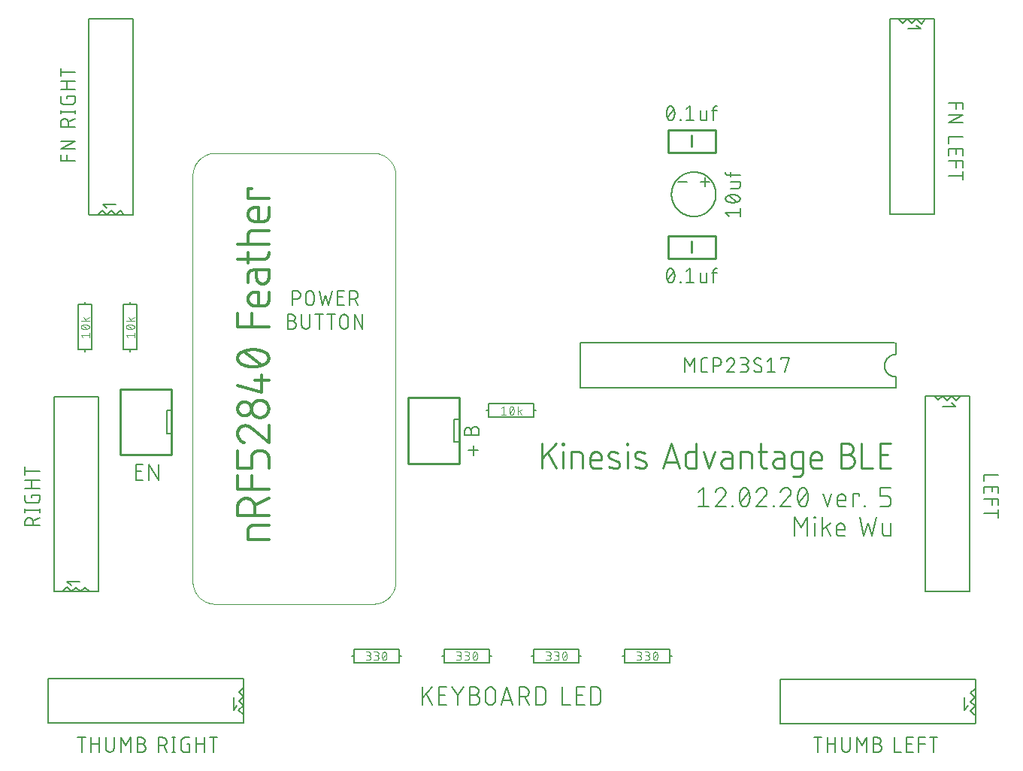
<source format=gto>
G75*
%MOIN*%
%OFA0B0*%
%FSLAX25Y25*%
%IPPOS*%
%LPD*%
%AMOC8*
5,1,8,0,0,1.08239X$1,22.5*
%
%ADD10C,0.00300*%
%ADD11C,0.00600*%
%ADD12C,0.00900*%
%ADD13C,0.00700*%
%ADD14C,0.00800*%
%ADD15C,0.01200*%
%ADD16C,0.00000*%
%ADD17C,0.00500*%
%ADD18C,0.01000*%
%ADD19C,0.00787*%
D10*
X0177051Y0063640D02*
X0178079Y0063640D01*
X0178142Y0063642D01*
X0178205Y0063648D01*
X0178268Y0063658D01*
X0178330Y0063671D01*
X0178391Y0063688D01*
X0178450Y0063709D01*
X0178509Y0063734D01*
X0178565Y0063762D01*
X0178620Y0063794D01*
X0178673Y0063829D01*
X0178723Y0063867D01*
X0178772Y0063908D01*
X0178817Y0063952D01*
X0178860Y0063999D01*
X0178899Y0064048D01*
X0178936Y0064100D01*
X0178969Y0064154D01*
X0178999Y0064210D01*
X0179026Y0064267D01*
X0179049Y0064326D01*
X0179068Y0064387D01*
X0179083Y0064448D01*
X0179095Y0064510D01*
X0179103Y0064573D01*
X0179107Y0064636D01*
X0179107Y0064700D01*
X0179103Y0064763D01*
X0179095Y0064826D01*
X0179083Y0064888D01*
X0179068Y0064949D01*
X0179049Y0065010D01*
X0179026Y0065069D01*
X0178999Y0065126D01*
X0178969Y0065182D01*
X0178936Y0065236D01*
X0178899Y0065288D01*
X0178860Y0065337D01*
X0178817Y0065384D01*
X0178772Y0065428D01*
X0178723Y0065469D01*
X0178673Y0065507D01*
X0178620Y0065542D01*
X0178565Y0065574D01*
X0178509Y0065602D01*
X0178450Y0065627D01*
X0178391Y0065648D01*
X0178330Y0065665D01*
X0178268Y0065678D01*
X0178205Y0065688D01*
X0178142Y0065694D01*
X0178079Y0065696D01*
X0178284Y0065696D02*
X0177462Y0065696D01*
X0178284Y0065696D02*
X0178340Y0065698D01*
X0178396Y0065704D01*
X0178451Y0065713D01*
X0178506Y0065726D01*
X0178559Y0065743D01*
X0178611Y0065764D01*
X0178662Y0065788D01*
X0178711Y0065816D01*
X0178758Y0065846D01*
X0178803Y0065880D01*
X0178845Y0065917D01*
X0178885Y0065957D01*
X0178922Y0065999D01*
X0178956Y0066044D01*
X0178986Y0066091D01*
X0179014Y0066140D01*
X0179038Y0066191D01*
X0179059Y0066243D01*
X0179076Y0066296D01*
X0179089Y0066351D01*
X0179098Y0066406D01*
X0179104Y0066462D01*
X0179106Y0066518D01*
X0179104Y0066574D01*
X0179098Y0066630D01*
X0179089Y0066685D01*
X0179076Y0066740D01*
X0179059Y0066793D01*
X0179038Y0066845D01*
X0179014Y0066896D01*
X0178986Y0066945D01*
X0178956Y0066992D01*
X0178922Y0067037D01*
X0178885Y0067079D01*
X0178845Y0067119D01*
X0178803Y0067156D01*
X0178758Y0067190D01*
X0178711Y0067220D01*
X0178662Y0067248D01*
X0178611Y0067272D01*
X0178559Y0067293D01*
X0178506Y0067310D01*
X0178451Y0067323D01*
X0178396Y0067332D01*
X0178340Y0067338D01*
X0178284Y0067340D01*
X0177051Y0067340D01*
X0180651Y0067340D02*
X0181884Y0067340D01*
X0181940Y0067338D01*
X0181996Y0067332D01*
X0182051Y0067323D01*
X0182106Y0067310D01*
X0182159Y0067293D01*
X0182211Y0067272D01*
X0182262Y0067248D01*
X0182311Y0067220D01*
X0182358Y0067190D01*
X0182403Y0067156D01*
X0182445Y0067119D01*
X0182485Y0067079D01*
X0182522Y0067037D01*
X0182556Y0066992D01*
X0182586Y0066945D01*
X0182614Y0066896D01*
X0182638Y0066845D01*
X0182659Y0066793D01*
X0182676Y0066740D01*
X0182689Y0066685D01*
X0182698Y0066630D01*
X0182704Y0066574D01*
X0182706Y0066518D01*
X0182704Y0066462D01*
X0182698Y0066406D01*
X0182689Y0066351D01*
X0182676Y0066296D01*
X0182659Y0066243D01*
X0182638Y0066191D01*
X0182614Y0066140D01*
X0182586Y0066091D01*
X0182556Y0066044D01*
X0182522Y0065999D01*
X0182485Y0065957D01*
X0182445Y0065917D01*
X0182403Y0065880D01*
X0182358Y0065846D01*
X0182311Y0065816D01*
X0182262Y0065788D01*
X0182211Y0065764D01*
X0182159Y0065743D01*
X0182106Y0065726D01*
X0182051Y0065713D01*
X0181996Y0065704D01*
X0181940Y0065698D01*
X0181884Y0065696D01*
X0181062Y0065696D01*
X0181679Y0065696D02*
X0181742Y0065694D01*
X0181805Y0065688D01*
X0181868Y0065678D01*
X0181930Y0065665D01*
X0181991Y0065648D01*
X0182050Y0065627D01*
X0182109Y0065602D01*
X0182165Y0065574D01*
X0182220Y0065542D01*
X0182273Y0065507D01*
X0182323Y0065469D01*
X0182372Y0065428D01*
X0182417Y0065384D01*
X0182460Y0065337D01*
X0182499Y0065288D01*
X0182536Y0065236D01*
X0182569Y0065182D01*
X0182599Y0065126D01*
X0182626Y0065069D01*
X0182649Y0065010D01*
X0182668Y0064949D01*
X0182683Y0064888D01*
X0182695Y0064826D01*
X0182703Y0064763D01*
X0182707Y0064700D01*
X0182707Y0064636D01*
X0182703Y0064573D01*
X0182695Y0064510D01*
X0182683Y0064448D01*
X0182668Y0064387D01*
X0182649Y0064326D01*
X0182626Y0064267D01*
X0182599Y0064210D01*
X0182569Y0064154D01*
X0182536Y0064100D01*
X0182499Y0064048D01*
X0182460Y0063999D01*
X0182417Y0063952D01*
X0182372Y0063908D01*
X0182323Y0063867D01*
X0182273Y0063829D01*
X0182220Y0063794D01*
X0182165Y0063762D01*
X0182109Y0063734D01*
X0182050Y0063709D01*
X0181991Y0063688D01*
X0181930Y0063671D01*
X0181868Y0063658D01*
X0181805Y0063648D01*
X0181742Y0063642D01*
X0181679Y0063640D01*
X0180651Y0063640D01*
X0185998Y0064154D02*
X0186043Y0064250D01*
X0186084Y0064348D01*
X0186122Y0064448D01*
X0186157Y0064548D01*
X0186188Y0064650D01*
X0186216Y0064753D01*
X0186239Y0064856D01*
X0186260Y0064961D01*
X0186276Y0065066D01*
X0186289Y0065171D01*
X0186299Y0065277D01*
X0186304Y0065384D01*
X0186306Y0065490D01*
X0184251Y0065490D02*
X0184253Y0065596D01*
X0184258Y0065703D01*
X0184268Y0065809D01*
X0184281Y0065914D01*
X0184297Y0066019D01*
X0184318Y0066124D01*
X0184341Y0066227D01*
X0184369Y0066330D01*
X0184400Y0066432D01*
X0184435Y0066532D01*
X0184473Y0066632D01*
X0184514Y0066730D01*
X0184559Y0066826D01*
X0185279Y0067341D02*
X0185331Y0067339D01*
X0185384Y0067334D01*
X0185435Y0067325D01*
X0185486Y0067312D01*
X0185536Y0067296D01*
X0185585Y0067277D01*
X0185632Y0067254D01*
X0185678Y0067228D01*
X0185721Y0067199D01*
X0185763Y0067167D01*
X0185802Y0067133D01*
X0185839Y0067095D01*
X0185873Y0067055D01*
X0185905Y0067013D01*
X0185933Y0066969D01*
X0185958Y0066923D01*
X0185980Y0066876D01*
X0185999Y0066827D01*
X0186101Y0066518D02*
X0184457Y0064462D01*
X0185279Y0063640D02*
X0185331Y0063642D01*
X0185384Y0063647D01*
X0185435Y0063656D01*
X0185486Y0063669D01*
X0185536Y0063685D01*
X0185585Y0063704D01*
X0185632Y0063727D01*
X0185678Y0063753D01*
X0185721Y0063782D01*
X0185763Y0063814D01*
X0185802Y0063848D01*
X0185839Y0063886D01*
X0185873Y0063926D01*
X0185905Y0063968D01*
X0185933Y0064012D01*
X0185958Y0064058D01*
X0185980Y0064105D01*
X0185999Y0064154D01*
X0185279Y0063640D02*
X0185227Y0063642D01*
X0185174Y0063647D01*
X0185123Y0063656D01*
X0185072Y0063669D01*
X0185022Y0063685D01*
X0184973Y0063704D01*
X0184926Y0063727D01*
X0184880Y0063753D01*
X0184837Y0063782D01*
X0184795Y0063814D01*
X0184756Y0063848D01*
X0184719Y0063886D01*
X0184685Y0063926D01*
X0184653Y0063968D01*
X0184625Y0064012D01*
X0184600Y0064058D01*
X0184578Y0064105D01*
X0184559Y0064154D01*
X0186306Y0065490D02*
X0186304Y0065596D01*
X0186299Y0065703D01*
X0186289Y0065809D01*
X0186276Y0065914D01*
X0186260Y0066019D01*
X0186239Y0066124D01*
X0186216Y0066227D01*
X0186188Y0066330D01*
X0186157Y0066432D01*
X0186122Y0066532D01*
X0186084Y0066632D01*
X0186043Y0066730D01*
X0185998Y0066826D01*
X0185279Y0067341D02*
X0185227Y0067339D01*
X0185174Y0067334D01*
X0185123Y0067325D01*
X0185072Y0067312D01*
X0185022Y0067296D01*
X0184973Y0067277D01*
X0184926Y0067254D01*
X0184880Y0067228D01*
X0184837Y0067199D01*
X0184795Y0067167D01*
X0184756Y0067133D01*
X0184719Y0067095D01*
X0184685Y0067055D01*
X0184653Y0067013D01*
X0184625Y0066969D01*
X0184600Y0066923D01*
X0184578Y0066876D01*
X0184559Y0066827D01*
X0184251Y0065490D02*
X0184253Y0065384D01*
X0184258Y0065277D01*
X0184268Y0065171D01*
X0184281Y0065066D01*
X0184297Y0064961D01*
X0184318Y0064856D01*
X0184341Y0064753D01*
X0184369Y0064650D01*
X0184400Y0064548D01*
X0184435Y0064448D01*
X0184473Y0064348D01*
X0184514Y0064250D01*
X0184559Y0064154D01*
X0217248Y0063640D02*
X0218276Y0063640D01*
X0218339Y0063642D01*
X0218402Y0063648D01*
X0218465Y0063658D01*
X0218527Y0063671D01*
X0218588Y0063688D01*
X0218647Y0063709D01*
X0218706Y0063734D01*
X0218762Y0063762D01*
X0218817Y0063794D01*
X0218870Y0063829D01*
X0218920Y0063867D01*
X0218969Y0063908D01*
X0219014Y0063952D01*
X0219057Y0063999D01*
X0219096Y0064048D01*
X0219133Y0064100D01*
X0219166Y0064154D01*
X0219196Y0064210D01*
X0219223Y0064267D01*
X0219246Y0064326D01*
X0219265Y0064387D01*
X0219280Y0064448D01*
X0219292Y0064510D01*
X0219300Y0064573D01*
X0219304Y0064636D01*
X0219304Y0064700D01*
X0219300Y0064763D01*
X0219292Y0064826D01*
X0219280Y0064888D01*
X0219265Y0064949D01*
X0219246Y0065010D01*
X0219223Y0065069D01*
X0219196Y0065126D01*
X0219166Y0065182D01*
X0219133Y0065236D01*
X0219096Y0065288D01*
X0219057Y0065337D01*
X0219014Y0065384D01*
X0218969Y0065428D01*
X0218920Y0065469D01*
X0218870Y0065507D01*
X0218817Y0065542D01*
X0218762Y0065574D01*
X0218706Y0065602D01*
X0218647Y0065627D01*
X0218588Y0065648D01*
X0218527Y0065665D01*
X0218465Y0065678D01*
X0218402Y0065688D01*
X0218339Y0065694D01*
X0218276Y0065696D01*
X0218481Y0065696D02*
X0217659Y0065696D01*
X0218481Y0065696D02*
X0218537Y0065698D01*
X0218593Y0065704D01*
X0218648Y0065713D01*
X0218703Y0065726D01*
X0218756Y0065743D01*
X0218808Y0065764D01*
X0218859Y0065788D01*
X0218908Y0065816D01*
X0218955Y0065846D01*
X0219000Y0065880D01*
X0219042Y0065917D01*
X0219082Y0065957D01*
X0219119Y0065999D01*
X0219153Y0066044D01*
X0219183Y0066091D01*
X0219211Y0066140D01*
X0219235Y0066191D01*
X0219256Y0066243D01*
X0219273Y0066296D01*
X0219286Y0066351D01*
X0219295Y0066406D01*
X0219301Y0066462D01*
X0219303Y0066518D01*
X0219301Y0066574D01*
X0219295Y0066630D01*
X0219286Y0066685D01*
X0219273Y0066740D01*
X0219256Y0066793D01*
X0219235Y0066845D01*
X0219211Y0066896D01*
X0219183Y0066945D01*
X0219153Y0066992D01*
X0219119Y0067037D01*
X0219082Y0067079D01*
X0219042Y0067119D01*
X0219000Y0067156D01*
X0218955Y0067190D01*
X0218908Y0067220D01*
X0218859Y0067248D01*
X0218808Y0067272D01*
X0218756Y0067293D01*
X0218703Y0067310D01*
X0218648Y0067323D01*
X0218593Y0067332D01*
X0218537Y0067338D01*
X0218481Y0067340D01*
X0217248Y0067340D01*
X0220848Y0067340D02*
X0222081Y0067340D01*
X0222137Y0067338D01*
X0222193Y0067332D01*
X0222248Y0067323D01*
X0222303Y0067310D01*
X0222356Y0067293D01*
X0222408Y0067272D01*
X0222459Y0067248D01*
X0222508Y0067220D01*
X0222555Y0067190D01*
X0222600Y0067156D01*
X0222642Y0067119D01*
X0222682Y0067079D01*
X0222719Y0067037D01*
X0222753Y0066992D01*
X0222783Y0066945D01*
X0222811Y0066896D01*
X0222835Y0066845D01*
X0222856Y0066793D01*
X0222873Y0066740D01*
X0222886Y0066685D01*
X0222895Y0066630D01*
X0222901Y0066574D01*
X0222903Y0066518D01*
X0222901Y0066462D01*
X0222895Y0066406D01*
X0222886Y0066351D01*
X0222873Y0066296D01*
X0222856Y0066243D01*
X0222835Y0066191D01*
X0222811Y0066140D01*
X0222783Y0066091D01*
X0222753Y0066044D01*
X0222719Y0065999D01*
X0222682Y0065957D01*
X0222642Y0065917D01*
X0222600Y0065880D01*
X0222555Y0065846D01*
X0222508Y0065816D01*
X0222459Y0065788D01*
X0222408Y0065764D01*
X0222356Y0065743D01*
X0222303Y0065726D01*
X0222248Y0065713D01*
X0222193Y0065704D01*
X0222137Y0065698D01*
X0222081Y0065696D01*
X0221259Y0065696D01*
X0221876Y0065696D02*
X0221939Y0065694D01*
X0222002Y0065688D01*
X0222065Y0065678D01*
X0222127Y0065665D01*
X0222188Y0065648D01*
X0222247Y0065627D01*
X0222306Y0065602D01*
X0222362Y0065574D01*
X0222417Y0065542D01*
X0222470Y0065507D01*
X0222520Y0065469D01*
X0222569Y0065428D01*
X0222614Y0065384D01*
X0222657Y0065337D01*
X0222696Y0065288D01*
X0222733Y0065236D01*
X0222766Y0065182D01*
X0222796Y0065126D01*
X0222823Y0065069D01*
X0222846Y0065010D01*
X0222865Y0064949D01*
X0222880Y0064888D01*
X0222892Y0064826D01*
X0222900Y0064763D01*
X0222904Y0064700D01*
X0222904Y0064636D01*
X0222900Y0064573D01*
X0222892Y0064510D01*
X0222880Y0064448D01*
X0222865Y0064387D01*
X0222846Y0064326D01*
X0222823Y0064267D01*
X0222796Y0064210D01*
X0222766Y0064154D01*
X0222733Y0064100D01*
X0222696Y0064048D01*
X0222657Y0063999D01*
X0222614Y0063952D01*
X0222569Y0063908D01*
X0222520Y0063867D01*
X0222470Y0063829D01*
X0222417Y0063794D01*
X0222362Y0063762D01*
X0222306Y0063734D01*
X0222247Y0063709D01*
X0222188Y0063688D01*
X0222127Y0063671D01*
X0222065Y0063658D01*
X0222002Y0063648D01*
X0221939Y0063642D01*
X0221876Y0063640D01*
X0220848Y0063640D01*
X0226195Y0064154D02*
X0226240Y0064250D01*
X0226281Y0064348D01*
X0226319Y0064448D01*
X0226354Y0064548D01*
X0226385Y0064650D01*
X0226413Y0064753D01*
X0226436Y0064856D01*
X0226457Y0064961D01*
X0226473Y0065066D01*
X0226486Y0065171D01*
X0226496Y0065277D01*
X0226501Y0065384D01*
X0226503Y0065490D01*
X0224448Y0065490D02*
X0224450Y0065596D01*
X0224455Y0065703D01*
X0224465Y0065809D01*
X0224478Y0065914D01*
X0224494Y0066019D01*
X0224515Y0066124D01*
X0224538Y0066227D01*
X0224566Y0066330D01*
X0224597Y0066432D01*
X0224632Y0066532D01*
X0224670Y0066632D01*
X0224711Y0066730D01*
X0224756Y0066826D01*
X0225476Y0067341D02*
X0225528Y0067339D01*
X0225581Y0067334D01*
X0225632Y0067325D01*
X0225683Y0067312D01*
X0225733Y0067296D01*
X0225782Y0067277D01*
X0225829Y0067254D01*
X0225875Y0067228D01*
X0225918Y0067199D01*
X0225960Y0067167D01*
X0225999Y0067133D01*
X0226036Y0067095D01*
X0226070Y0067055D01*
X0226102Y0067013D01*
X0226130Y0066969D01*
X0226155Y0066923D01*
X0226177Y0066876D01*
X0226196Y0066827D01*
X0226298Y0066518D02*
X0224653Y0064462D01*
X0225476Y0063640D02*
X0225528Y0063642D01*
X0225581Y0063647D01*
X0225632Y0063656D01*
X0225683Y0063669D01*
X0225733Y0063685D01*
X0225782Y0063704D01*
X0225829Y0063727D01*
X0225875Y0063753D01*
X0225918Y0063782D01*
X0225960Y0063814D01*
X0225999Y0063848D01*
X0226036Y0063886D01*
X0226070Y0063926D01*
X0226102Y0063968D01*
X0226130Y0064012D01*
X0226155Y0064058D01*
X0226177Y0064105D01*
X0226196Y0064154D01*
X0225476Y0063640D02*
X0225424Y0063642D01*
X0225371Y0063647D01*
X0225320Y0063656D01*
X0225269Y0063669D01*
X0225219Y0063685D01*
X0225170Y0063704D01*
X0225123Y0063727D01*
X0225077Y0063753D01*
X0225034Y0063782D01*
X0224992Y0063814D01*
X0224953Y0063848D01*
X0224916Y0063886D01*
X0224882Y0063926D01*
X0224850Y0063968D01*
X0224822Y0064012D01*
X0224797Y0064058D01*
X0224775Y0064105D01*
X0224756Y0064154D01*
X0226503Y0065490D02*
X0226501Y0065596D01*
X0226496Y0065703D01*
X0226486Y0065809D01*
X0226473Y0065914D01*
X0226457Y0066019D01*
X0226436Y0066124D01*
X0226413Y0066227D01*
X0226385Y0066330D01*
X0226354Y0066432D01*
X0226319Y0066532D01*
X0226281Y0066632D01*
X0226240Y0066730D01*
X0226195Y0066826D01*
X0225476Y0067341D02*
X0225424Y0067339D01*
X0225371Y0067334D01*
X0225320Y0067325D01*
X0225269Y0067312D01*
X0225219Y0067296D01*
X0225170Y0067277D01*
X0225123Y0067254D01*
X0225077Y0067228D01*
X0225034Y0067199D01*
X0224992Y0067167D01*
X0224953Y0067133D01*
X0224916Y0067095D01*
X0224882Y0067055D01*
X0224850Y0067013D01*
X0224822Y0066969D01*
X0224797Y0066923D01*
X0224775Y0066876D01*
X0224756Y0066827D01*
X0224448Y0065490D02*
X0224450Y0065384D01*
X0224455Y0065277D01*
X0224465Y0065171D01*
X0224478Y0065066D01*
X0224494Y0064961D01*
X0224515Y0064856D01*
X0224538Y0064753D01*
X0224566Y0064650D01*
X0224597Y0064548D01*
X0224632Y0064448D01*
X0224670Y0064348D01*
X0224711Y0064250D01*
X0224756Y0064154D01*
X0257012Y0063640D02*
X0258039Y0063640D01*
X0258102Y0063642D01*
X0258165Y0063648D01*
X0258228Y0063658D01*
X0258290Y0063671D01*
X0258351Y0063688D01*
X0258410Y0063709D01*
X0258469Y0063734D01*
X0258525Y0063762D01*
X0258580Y0063794D01*
X0258633Y0063829D01*
X0258683Y0063867D01*
X0258732Y0063908D01*
X0258777Y0063952D01*
X0258820Y0063999D01*
X0258859Y0064048D01*
X0258896Y0064100D01*
X0258929Y0064154D01*
X0258959Y0064210D01*
X0258986Y0064267D01*
X0259009Y0064326D01*
X0259028Y0064387D01*
X0259043Y0064448D01*
X0259055Y0064510D01*
X0259063Y0064573D01*
X0259067Y0064636D01*
X0259067Y0064700D01*
X0259063Y0064763D01*
X0259055Y0064826D01*
X0259043Y0064888D01*
X0259028Y0064949D01*
X0259009Y0065010D01*
X0258986Y0065069D01*
X0258959Y0065126D01*
X0258929Y0065182D01*
X0258896Y0065236D01*
X0258859Y0065288D01*
X0258820Y0065337D01*
X0258777Y0065384D01*
X0258732Y0065428D01*
X0258683Y0065469D01*
X0258633Y0065507D01*
X0258580Y0065542D01*
X0258525Y0065574D01*
X0258469Y0065602D01*
X0258410Y0065627D01*
X0258351Y0065648D01*
X0258290Y0065665D01*
X0258228Y0065678D01*
X0258165Y0065688D01*
X0258102Y0065694D01*
X0258039Y0065696D01*
X0258245Y0065696D02*
X0257423Y0065696D01*
X0258245Y0065696D02*
X0258301Y0065698D01*
X0258357Y0065704D01*
X0258412Y0065713D01*
X0258467Y0065726D01*
X0258520Y0065743D01*
X0258572Y0065764D01*
X0258623Y0065788D01*
X0258672Y0065816D01*
X0258719Y0065846D01*
X0258764Y0065880D01*
X0258806Y0065917D01*
X0258846Y0065957D01*
X0258883Y0065999D01*
X0258917Y0066044D01*
X0258947Y0066091D01*
X0258975Y0066140D01*
X0258999Y0066191D01*
X0259020Y0066243D01*
X0259037Y0066296D01*
X0259050Y0066351D01*
X0259059Y0066406D01*
X0259065Y0066462D01*
X0259067Y0066518D01*
X0259065Y0066574D01*
X0259059Y0066630D01*
X0259050Y0066685D01*
X0259037Y0066740D01*
X0259020Y0066793D01*
X0258999Y0066845D01*
X0258975Y0066896D01*
X0258947Y0066945D01*
X0258917Y0066992D01*
X0258883Y0067037D01*
X0258846Y0067079D01*
X0258806Y0067119D01*
X0258764Y0067156D01*
X0258719Y0067190D01*
X0258672Y0067220D01*
X0258623Y0067248D01*
X0258572Y0067272D01*
X0258520Y0067293D01*
X0258467Y0067310D01*
X0258412Y0067323D01*
X0258357Y0067332D01*
X0258301Y0067338D01*
X0258245Y0067340D01*
X0257012Y0067340D01*
X0260612Y0067340D02*
X0261845Y0067340D01*
X0261901Y0067338D01*
X0261957Y0067332D01*
X0262012Y0067323D01*
X0262067Y0067310D01*
X0262120Y0067293D01*
X0262172Y0067272D01*
X0262223Y0067248D01*
X0262272Y0067220D01*
X0262319Y0067190D01*
X0262364Y0067156D01*
X0262406Y0067119D01*
X0262446Y0067079D01*
X0262483Y0067037D01*
X0262517Y0066992D01*
X0262547Y0066945D01*
X0262575Y0066896D01*
X0262599Y0066845D01*
X0262620Y0066793D01*
X0262637Y0066740D01*
X0262650Y0066685D01*
X0262659Y0066630D01*
X0262665Y0066574D01*
X0262667Y0066518D01*
X0262665Y0066462D01*
X0262659Y0066406D01*
X0262650Y0066351D01*
X0262637Y0066296D01*
X0262620Y0066243D01*
X0262599Y0066191D01*
X0262575Y0066140D01*
X0262547Y0066091D01*
X0262517Y0066044D01*
X0262483Y0065999D01*
X0262446Y0065957D01*
X0262406Y0065917D01*
X0262364Y0065880D01*
X0262319Y0065846D01*
X0262272Y0065816D01*
X0262223Y0065788D01*
X0262172Y0065764D01*
X0262120Y0065743D01*
X0262067Y0065726D01*
X0262012Y0065713D01*
X0261957Y0065704D01*
X0261901Y0065698D01*
X0261845Y0065696D01*
X0261023Y0065696D01*
X0261639Y0065696D02*
X0261702Y0065694D01*
X0261765Y0065688D01*
X0261828Y0065678D01*
X0261890Y0065665D01*
X0261951Y0065648D01*
X0262010Y0065627D01*
X0262069Y0065602D01*
X0262125Y0065574D01*
X0262180Y0065542D01*
X0262233Y0065507D01*
X0262283Y0065469D01*
X0262332Y0065428D01*
X0262377Y0065384D01*
X0262420Y0065337D01*
X0262459Y0065288D01*
X0262496Y0065236D01*
X0262529Y0065182D01*
X0262559Y0065126D01*
X0262586Y0065069D01*
X0262609Y0065010D01*
X0262628Y0064949D01*
X0262643Y0064888D01*
X0262655Y0064826D01*
X0262663Y0064763D01*
X0262667Y0064700D01*
X0262667Y0064636D01*
X0262663Y0064573D01*
X0262655Y0064510D01*
X0262643Y0064448D01*
X0262628Y0064387D01*
X0262609Y0064326D01*
X0262586Y0064267D01*
X0262559Y0064210D01*
X0262529Y0064154D01*
X0262496Y0064100D01*
X0262459Y0064048D01*
X0262420Y0063999D01*
X0262377Y0063952D01*
X0262332Y0063908D01*
X0262283Y0063867D01*
X0262233Y0063829D01*
X0262180Y0063794D01*
X0262125Y0063762D01*
X0262069Y0063734D01*
X0262010Y0063709D01*
X0261951Y0063688D01*
X0261890Y0063671D01*
X0261828Y0063658D01*
X0261765Y0063648D01*
X0261702Y0063642D01*
X0261639Y0063640D01*
X0260612Y0063640D01*
X0265959Y0064154D02*
X0266004Y0064250D01*
X0266045Y0064348D01*
X0266083Y0064448D01*
X0266118Y0064548D01*
X0266149Y0064650D01*
X0266177Y0064753D01*
X0266200Y0064856D01*
X0266221Y0064961D01*
X0266237Y0065066D01*
X0266250Y0065171D01*
X0266260Y0065277D01*
X0266265Y0065384D01*
X0266267Y0065490D01*
X0264212Y0065490D02*
X0264214Y0065596D01*
X0264219Y0065703D01*
X0264229Y0065809D01*
X0264242Y0065914D01*
X0264258Y0066019D01*
X0264279Y0066124D01*
X0264302Y0066227D01*
X0264330Y0066330D01*
X0264361Y0066432D01*
X0264396Y0066532D01*
X0264434Y0066632D01*
X0264475Y0066730D01*
X0264520Y0066826D01*
X0265239Y0067341D02*
X0265291Y0067339D01*
X0265344Y0067334D01*
X0265395Y0067325D01*
X0265446Y0067312D01*
X0265496Y0067296D01*
X0265545Y0067277D01*
X0265592Y0067254D01*
X0265638Y0067228D01*
X0265681Y0067199D01*
X0265723Y0067167D01*
X0265762Y0067133D01*
X0265799Y0067095D01*
X0265833Y0067055D01*
X0265865Y0067013D01*
X0265893Y0066969D01*
X0265918Y0066923D01*
X0265940Y0066876D01*
X0265959Y0066827D01*
X0266062Y0066518D02*
X0264417Y0064462D01*
X0265239Y0063640D02*
X0265291Y0063642D01*
X0265344Y0063647D01*
X0265395Y0063656D01*
X0265446Y0063669D01*
X0265496Y0063685D01*
X0265545Y0063704D01*
X0265592Y0063727D01*
X0265638Y0063753D01*
X0265681Y0063782D01*
X0265723Y0063814D01*
X0265762Y0063848D01*
X0265799Y0063886D01*
X0265833Y0063926D01*
X0265865Y0063968D01*
X0265893Y0064012D01*
X0265918Y0064058D01*
X0265940Y0064105D01*
X0265959Y0064154D01*
X0265239Y0063640D02*
X0265187Y0063642D01*
X0265134Y0063647D01*
X0265083Y0063656D01*
X0265032Y0063669D01*
X0264982Y0063685D01*
X0264933Y0063704D01*
X0264886Y0063727D01*
X0264840Y0063753D01*
X0264797Y0063782D01*
X0264755Y0063814D01*
X0264716Y0063848D01*
X0264679Y0063886D01*
X0264645Y0063926D01*
X0264613Y0063968D01*
X0264585Y0064012D01*
X0264560Y0064058D01*
X0264538Y0064105D01*
X0264519Y0064154D01*
X0266267Y0065490D02*
X0266265Y0065596D01*
X0266260Y0065703D01*
X0266250Y0065809D01*
X0266237Y0065914D01*
X0266221Y0066019D01*
X0266200Y0066124D01*
X0266177Y0066227D01*
X0266149Y0066330D01*
X0266118Y0066432D01*
X0266083Y0066532D01*
X0266045Y0066632D01*
X0266004Y0066730D01*
X0265959Y0066826D01*
X0265239Y0067341D02*
X0265187Y0067339D01*
X0265134Y0067334D01*
X0265083Y0067325D01*
X0265032Y0067312D01*
X0264982Y0067296D01*
X0264933Y0067277D01*
X0264886Y0067254D01*
X0264840Y0067228D01*
X0264797Y0067199D01*
X0264755Y0067167D01*
X0264716Y0067133D01*
X0264679Y0067095D01*
X0264645Y0067055D01*
X0264613Y0067013D01*
X0264585Y0066969D01*
X0264560Y0066923D01*
X0264538Y0066876D01*
X0264519Y0066827D01*
X0264212Y0065490D02*
X0264214Y0065384D01*
X0264219Y0065277D01*
X0264229Y0065171D01*
X0264242Y0065066D01*
X0264258Y0064961D01*
X0264279Y0064856D01*
X0264302Y0064753D01*
X0264330Y0064650D01*
X0264361Y0064548D01*
X0264396Y0064448D01*
X0264434Y0064348D01*
X0264475Y0064250D01*
X0264520Y0064154D01*
X0297169Y0063640D02*
X0298197Y0063640D01*
X0298260Y0063642D01*
X0298323Y0063648D01*
X0298386Y0063658D01*
X0298448Y0063671D01*
X0298509Y0063688D01*
X0298568Y0063709D01*
X0298627Y0063734D01*
X0298683Y0063762D01*
X0298738Y0063794D01*
X0298791Y0063829D01*
X0298841Y0063867D01*
X0298890Y0063908D01*
X0298935Y0063952D01*
X0298978Y0063999D01*
X0299017Y0064048D01*
X0299054Y0064100D01*
X0299087Y0064154D01*
X0299117Y0064210D01*
X0299144Y0064267D01*
X0299167Y0064326D01*
X0299186Y0064387D01*
X0299201Y0064448D01*
X0299213Y0064510D01*
X0299221Y0064573D01*
X0299225Y0064636D01*
X0299225Y0064700D01*
X0299221Y0064763D01*
X0299213Y0064826D01*
X0299201Y0064888D01*
X0299186Y0064949D01*
X0299167Y0065010D01*
X0299144Y0065069D01*
X0299117Y0065126D01*
X0299087Y0065182D01*
X0299054Y0065236D01*
X0299017Y0065288D01*
X0298978Y0065337D01*
X0298935Y0065384D01*
X0298890Y0065428D01*
X0298841Y0065469D01*
X0298791Y0065507D01*
X0298738Y0065542D01*
X0298683Y0065574D01*
X0298627Y0065602D01*
X0298568Y0065627D01*
X0298509Y0065648D01*
X0298448Y0065665D01*
X0298386Y0065678D01*
X0298323Y0065688D01*
X0298260Y0065694D01*
X0298197Y0065696D01*
X0298402Y0065696D02*
X0297580Y0065696D01*
X0298402Y0065696D02*
X0298458Y0065698D01*
X0298514Y0065704D01*
X0298569Y0065713D01*
X0298624Y0065726D01*
X0298677Y0065743D01*
X0298729Y0065764D01*
X0298780Y0065788D01*
X0298829Y0065816D01*
X0298876Y0065846D01*
X0298921Y0065880D01*
X0298963Y0065917D01*
X0299003Y0065957D01*
X0299040Y0065999D01*
X0299074Y0066044D01*
X0299104Y0066091D01*
X0299132Y0066140D01*
X0299156Y0066191D01*
X0299177Y0066243D01*
X0299194Y0066296D01*
X0299207Y0066351D01*
X0299216Y0066406D01*
X0299222Y0066462D01*
X0299224Y0066518D01*
X0299222Y0066574D01*
X0299216Y0066630D01*
X0299207Y0066685D01*
X0299194Y0066740D01*
X0299177Y0066793D01*
X0299156Y0066845D01*
X0299132Y0066896D01*
X0299104Y0066945D01*
X0299074Y0066992D01*
X0299040Y0067037D01*
X0299003Y0067079D01*
X0298963Y0067119D01*
X0298921Y0067156D01*
X0298876Y0067190D01*
X0298829Y0067220D01*
X0298780Y0067248D01*
X0298729Y0067272D01*
X0298677Y0067293D01*
X0298624Y0067310D01*
X0298569Y0067323D01*
X0298514Y0067332D01*
X0298458Y0067338D01*
X0298402Y0067340D01*
X0297169Y0067340D01*
X0300769Y0067340D02*
X0302002Y0067340D01*
X0302058Y0067338D01*
X0302114Y0067332D01*
X0302169Y0067323D01*
X0302224Y0067310D01*
X0302277Y0067293D01*
X0302329Y0067272D01*
X0302380Y0067248D01*
X0302429Y0067220D01*
X0302476Y0067190D01*
X0302521Y0067156D01*
X0302563Y0067119D01*
X0302603Y0067079D01*
X0302640Y0067037D01*
X0302674Y0066992D01*
X0302704Y0066945D01*
X0302732Y0066896D01*
X0302756Y0066845D01*
X0302777Y0066793D01*
X0302794Y0066740D01*
X0302807Y0066685D01*
X0302816Y0066630D01*
X0302822Y0066574D01*
X0302824Y0066518D01*
X0302822Y0066462D01*
X0302816Y0066406D01*
X0302807Y0066351D01*
X0302794Y0066296D01*
X0302777Y0066243D01*
X0302756Y0066191D01*
X0302732Y0066140D01*
X0302704Y0066091D01*
X0302674Y0066044D01*
X0302640Y0065999D01*
X0302603Y0065957D01*
X0302563Y0065917D01*
X0302521Y0065880D01*
X0302476Y0065846D01*
X0302429Y0065816D01*
X0302380Y0065788D01*
X0302329Y0065764D01*
X0302277Y0065743D01*
X0302224Y0065726D01*
X0302169Y0065713D01*
X0302114Y0065704D01*
X0302058Y0065698D01*
X0302002Y0065696D01*
X0301180Y0065696D01*
X0301797Y0065696D02*
X0301860Y0065694D01*
X0301923Y0065688D01*
X0301986Y0065678D01*
X0302048Y0065665D01*
X0302109Y0065648D01*
X0302168Y0065627D01*
X0302227Y0065602D01*
X0302283Y0065574D01*
X0302338Y0065542D01*
X0302391Y0065507D01*
X0302441Y0065469D01*
X0302490Y0065428D01*
X0302535Y0065384D01*
X0302578Y0065337D01*
X0302617Y0065288D01*
X0302654Y0065236D01*
X0302687Y0065182D01*
X0302717Y0065126D01*
X0302744Y0065069D01*
X0302767Y0065010D01*
X0302786Y0064949D01*
X0302801Y0064888D01*
X0302813Y0064826D01*
X0302821Y0064763D01*
X0302825Y0064700D01*
X0302825Y0064636D01*
X0302821Y0064573D01*
X0302813Y0064510D01*
X0302801Y0064448D01*
X0302786Y0064387D01*
X0302767Y0064326D01*
X0302744Y0064267D01*
X0302717Y0064210D01*
X0302687Y0064154D01*
X0302654Y0064100D01*
X0302617Y0064048D01*
X0302578Y0063999D01*
X0302535Y0063952D01*
X0302490Y0063908D01*
X0302441Y0063867D01*
X0302391Y0063829D01*
X0302338Y0063794D01*
X0302283Y0063762D01*
X0302227Y0063734D01*
X0302168Y0063709D01*
X0302109Y0063688D01*
X0302048Y0063671D01*
X0301986Y0063658D01*
X0301923Y0063648D01*
X0301860Y0063642D01*
X0301797Y0063640D01*
X0300769Y0063640D01*
X0306116Y0064154D02*
X0306161Y0064250D01*
X0306202Y0064348D01*
X0306240Y0064448D01*
X0306275Y0064548D01*
X0306306Y0064650D01*
X0306334Y0064753D01*
X0306357Y0064856D01*
X0306378Y0064961D01*
X0306394Y0065066D01*
X0306407Y0065171D01*
X0306417Y0065277D01*
X0306422Y0065384D01*
X0306424Y0065490D01*
X0304369Y0065490D02*
X0304371Y0065596D01*
X0304376Y0065703D01*
X0304386Y0065809D01*
X0304399Y0065914D01*
X0304415Y0066019D01*
X0304436Y0066124D01*
X0304459Y0066227D01*
X0304487Y0066330D01*
X0304518Y0066432D01*
X0304553Y0066532D01*
X0304591Y0066632D01*
X0304632Y0066730D01*
X0304677Y0066826D01*
X0305397Y0067341D02*
X0305449Y0067339D01*
X0305502Y0067334D01*
X0305553Y0067325D01*
X0305604Y0067312D01*
X0305654Y0067296D01*
X0305703Y0067277D01*
X0305750Y0067254D01*
X0305796Y0067228D01*
X0305839Y0067199D01*
X0305881Y0067167D01*
X0305920Y0067133D01*
X0305957Y0067095D01*
X0305991Y0067055D01*
X0306023Y0067013D01*
X0306051Y0066969D01*
X0306076Y0066923D01*
X0306098Y0066876D01*
X0306117Y0066827D01*
X0306219Y0066518D02*
X0304575Y0064462D01*
X0305397Y0063640D02*
X0305449Y0063642D01*
X0305502Y0063647D01*
X0305553Y0063656D01*
X0305604Y0063669D01*
X0305654Y0063685D01*
X0305703Y0063704D01*
X0305750Y0063727D01*
X0305796Y0063753D01*
X0305839Y0063782D01*
X0305881Y0063814D01*
X0305920Y0063848D01*
X0305957Y0063886D01*
X0305991Y0063926D01*
X0306023Y0063968D01*
X0306051Y0064012D01*
X0306076Y0064058D01*
X0306098Y0064105D01*
X0306117Y0064154D01*
X0305397Y0063640D02*
X0305345Y0063642D01*
X0305292Y0063647D01*
X0305241Y0063656D01*
X0305190Y0063669D01*
X0305140Y0063685D01*
X0305091Y0063704D01*
X0305044Y0063727D01*
X0304998Y0063753D01*
X0304955Y0063782D01*
X0304913Y0063814D01*
X0304874Y0063848D01*
X0304837Y0063886D01*
X0304803Y0063926D01*
X0304771Y0063968D01*
X0304743Y0064012D01*
X0304718Y0064058D01*
X0304696Y0064105D01*
X0304677Y0064154D01*
X0306425Y0065490D02*
X0306423Y0065596D01*
X0306418Y0065703D01*
X0306408Y0065809D01*
X0306395Y0065914D01*
X0306379Y0066019D01*
X0306358Y0066124D01*
X0306335Y0066227D01*
X0306307Y0066330D01*
X0306276Y0066432D01*
X0306241Y0066532D01*
X0306203Y0066632D01*
X0306162Y0066730D01*
X0306117Y0066826D01*
X0305397Y0067341D02*
X0305345Y0067339D01*
X0305292Y0067334D01*
X0305241Y0067325D01*
X0305190Y0067312D01*
X0305140Y0067296D01*
X0305091Y0067277D01*
X0305044Y0067254D01*
X0304998Y0067228D01*
X0304955Y0067199D01*
X0304913Y0067167D01*
X0304874Y0067133D01*
X0304837Y0067095D01*
X0304803Y0067055D01*
X0304771Y0067013D01*
X0304743Y0066969D01*
X0304718Y0066923D01*
X0304696Y0066876D01*
X0304677Y0066827D01*
X0304369Y0065490D02*
X0304371Y0065384D01*
X0304376Y0065277D01*
X0304386Y0065171D01*
X0304399Y0065066D01*
X0304415Y0064961D01*
X0304436Y0064856D01*
X0304459Y0064753D01*
X0304487Y0064650D01*
X0304518Y0064548D01*
X0304553Y0064448D01*
X0304591Y0064348D01*
X0304632Y0064250D01*
X0304677Y0064154D01*
X0246086Y0172459D02*
X0245161Y0174206D01*
X0244441Y0173692D02*
X0246086Y0174926D01*
X0244441Y0176159D02*
X0244441Y0172459D01*
X0241022Y0172973D02*
X0240977Y0173069D01*
X0240936Y0173167D01*
X0240898Y0173267D01*
X0240863Y0173367D01*
X0240832Y0173469D01*
X0240804Y0173572D01*
X0240781Y0173675D01*
X0240760Y0173780D01*
X0240744Y0173885D01*
X0240731Y0173990D01*
X0240721Y0174096D01*
X0240716Y0174203D01*
X0240714Y0174309D01*
X0242770Y0174309D02*
X0242768Y0174415D01*
X0242763Y0174522D01*
X0242753Y0174628D01*
X0242740Y0174733D01*
X0242724Y0174838D01*
X0242703Y0174943D01*
X0242680Y0175046D01*
X0242652Y0175149D01*
X0242621Y0175251D01*
X0242586Y0175351D01*
X0242548Y0175451D01*
X0242507Y0175549D01*
X0242462Y0175645D01*
X0242564Y0175337D02*
X0240920Y0173281D01*
X0241742Y0172459D02*
X0241794Y0172461D01*
X0241847Y0172466D01*
X0241898Y0172475D01*
X0241949Y0172488D01*
X0241999Y0172504D01*
X0242048Y0172523D01*
X0242095Y0172546D01*
X0242141Y0172572D01*
X0242184Y0172601D01*
X0242226Y0172633D01*
X0242265Y0172667D01*
X0242302Y0172705D01*
X0242336Y0172745D01*
X0242368Y0172787D01*
X0242396Y0172831D01*
X0242421Y0172877D01*
X0242443Y0172924D01*
X0242462Y0172973D01*
X0241742Y0172459D02*
X0241690Y0172461D01*
X0241637Y0172466D01*
X0241586Y0172475D01*
X0241535Y0172488D01*
X0241485Y0172504D01*
X0241436Y0172523D01*
X0241389Y0172546D01*
X0241343Y0172572D01*
X0241300Y0172601D01*
X0241258Y0172633D01*
X0241219Y0172667D01*
X0241182Y0172705D01*
X0241148Y0172745D01*
X0241116Y0172787D01*
X0241088Y0172831D01*
X0241063Y0172877D01*
X0241041Y0172924D01*
X0241022Y0172973D01*
X0242462Y0172973D02*
X0242507Y0173069D01*
X0242548Y0173167D01*
X0242586Y0173267D01*
X0242621Y0173367D01*
X0242652Y0173469D01*
X0242680Y0173572D01*
X0242703Y0173675D01*
X0242724Y0173780D01*
X0242740Y0173885D01*
X0242753Y0173990D01*
X0242763Y0174096D01*
X0242768Y0174203D01*
X0242770Y0174309D01*
X0240714Y0174309D02*
X0240716Y0174415D01*
X0240721Y0174522D01*
X0240731Y0174628D01*
X0240744Y0174733D01*
X0240760Y0174838D01*
X0240781Y0174943D01*
X0240804Y0175046D01*
X0240832Y0175149D01*
X0240863Y0175251D01*
X0240898Y0175351D01*
X0240936Y0175451D01*
X0240977Y0175549D01*
X0241022Y0175645D01*
X0241742Y0176160D02*
X0241794Y0176158D01*
X0241847Y0176153D01*
X0241898Y0176144D01*
X0241949Y0176131D01*
X0241999Y0176115D01*
X0242048Y0176096D01*
X0242095Y0176073D01*
X0242141Y0176047D01*
X0242184Y0176018D01*
X0242226Y0175986D01*
X0242265Y0175952D01*
X0242302Y0175914D01*
X0242336Y0175874D01*
X0242368Y0175832D01*
X0242396Y0175788D01*
X0242421Y0175742D01*
X0242443Y0175695D01*
X0242462Y0175646D01*
X0241742Y0176160D02*
X0241690Y0176158D01*
X0241637Y0176153D01*
X0241586Y0176144D01*
X0241535Y0176131D01*
X0241485Y0176115D01*
X0241436Y0176096D01*
X0241389Y0176073D01*
X0241343Y0176047D01*
X0241300Y0176018D01*
X0241258Y0175986D01*
X0241219Y0175952D01*
X0241182Y0175914D01*
X0241148Y0175874D01*
X0241116Y0175832D01*
X0241088Y0175788D01*
X0241063Y0175742D01*
X0241041Y0175695D01*
X0241022Y0175646D01*
X0238142Y0176159D02*
X0238142Y0172459D01*
X0237114Y0172459D02*
X0239170Y0172459D01*
X0237114Y0175337D02*
X0238142Y0176159D01*
X0074450Y0206824D02*
X0074450Y0208879D01*
X0074450Y0207851D02*
X0070750Y0207851D01*
X0071572Y0206824D01*
X0072600Y0212479D02*
X0072706Y0212477D01*
X0072813Y0212472D01*
X0072919Y0212462D01*
X0073024Y0212449D01*
X0073129Y0212433D01*
X0073234Y0212412D01*
X0073337Y0212389D01*
X0073440Y0212361D01*
X0073542Y0212330D01*
X0073642Y0212295D01*
X0073742Y0212257D01*
X0073840Y0212216D01*
X0073936Y0212171D01*
X0073985Y0212152D01*
X0074032Y0212130D01*
X0074078Y0212105D01*
X0074122Y0212077D01*
X0074164Y0212045D01*
X0074204Y0212011D01*
X0074242Y0211974D01*
X0074276Y0211935D01*
X0074308Y0211893D01*
X0074337Y0211850D01*
X0074363Y0211804D01*
X0074386Y0211757D01*
X0074405Y0211708D01*
X0074421Y0211658D01*
X0074434Y0211607D01*
X0074443Y0211556D01*
X0074448Y0211503D01*
X0074450Y0211451D01*
X0074448Y0211399D01*
X0074443Y0211346D01*
X0074434Y0211295D01*
X0074421Y0211244D01*
X0074405Y0211194D01*
X0074386Y0211145D01*
X0074363Y0211098D01*
X0074337Y0211052D01*
X0074308Y0211009D01*
X0074276Y0210967D01*
X0074242Y0210928D01*
X0074204Y0210891D01*
X0074164Y0210857D01*
X0074122Y0210825D01*
X0074078Y0210797D01*
X0074032Y0210772D01*
X0073985Y0210750D01*
X0073936Y0210731D01*
X0073628Y0210629D02*
X0071572Y0212273D01*
X0071264Y0212171D02*
X0071215Y0212152D01*
X0071168Y0212130D01*
X0071122Y0212105D01*
X0071078Y0212077D01*
X0071036Y0212045D01*
X0070996Y0212011D01*
X0070958Y0211974D01*
X0070924Y0211935D01*
X0070892Y0211893D01*
X0070863Y0211850D01*
X0070837Y0211804D01*
X0070814Y0211757D01*
X0070795Y0211708D01*
X0070779Y0211658D01*
X0070766Y0211607D01*
X0070757Y0211556D01*
X0070752Y0211503D01*
X0070750Y0211451D01*
X0070752Y0211399D01*
X0070757Y0211346D01*
X0070766Y0211295D01*
X0070779Y0211244D01*
X0070795Y0211194D01*
X0070814Y0211145D01*
X0070837Y0211098D01*
X0070863Y0211052D01*
X0070892Y0211009D01*
X0070924Y0210967D01*
X0070958Y0210928D01*
X0070996Y0210891D01*
X0071036Y0210857D01*
X0071078Y0210825D01*
X0071122Y0210797D01*
X0071168Y0210772D01*
X0071215Y0210750D01*
X0071264Y0210731D01*
X0071264Y0212171D02*
X0071360Y0212216D01*
X0071458Y0212257D01*
X0071558Y0212295D01*
X0071658Y0212330D01*
X0071760Y0212361D01*
X0071863Y0212389D01*
X0071966Y0212412D01*
X0072071Y0212433D01*
X0072176Y0212449D01*
X0072281Y0212462D01*
X0072387Y0212472D01*
X0072494Y0212477D01*
X0072600Y0212479D01*
X0072600Y0210424D02*
X0072494Y0210426D01*
X0072387Y0210431D01*
X0072281Y0210441D01*
X0072176Y0210454D01*
X0072071Y0210470D01*
X0071966Y0210491D01*
X0071863Y0210514D01*
X0071760Y0210542D01*
X0071658Y0210573D01*
X0071558Y0210608D01*
X0071458Y0210646D01*
X0071360Y0210687D01*
X0071264Y0210732D01*
X0072600Y0210424D02*
X0072706Y0210426D01*
X0072813Y0210431D01*
X0072919Y0210441D01*
X0073024Y0210454D01*
X0073129Y0210470D01*
X0073234Y0210491D01*
X0073337Y0210514D01*
X0073440Y0210542D01*
X0073542Y0210573D01*
X0073642Y0210608D01*
X0073742Y0210646D01*
X0073840Y0210687D01*
X0073936Y0210732D01*
X0074450Y0214150D02*
X0070750Y0214150D01*
X0071983Y0215795D02*
X0073217Y0214150D01*
X0072703Y0214870D02*
X0074450Y0215795D01*
X0054450Y0215795D02*
X0052703Y0214870D01*
X0053217Y0214150D02*
X0051983Y0215795D01*
X0050750Y0214150D02*
X0054450Y0214150D01*
X0053936Y0210732D02*
X0053840Y0210687D01*
X0053742Y0210646D01*
X0053642Y0210608D01*
X0053542Y0210573D01*
X0053440Y0210542D01*
X0053337Y0210514D01*
X0053234Y0210491D01*
X0053129Y0210470D01*
X0053024Y0210454D01*
X0052919Y0210441D01*
X0052813Y0210431D01*
X0052706Y0210426D01*
X0052600Y0210424D01*
X0052600Y0212479D02*
X0052494Y0212477D01*
X0052387Y0212472D01*
X0052281Y0212462D01*
X0052176Y0212449D01*
X0052071Y0212433D01*
X0051966Y0212412D01*
X0051863Y0212389D01*
X0051760Y0212361D01*
X0051658Y0212330D01*
X0051558Y0212295D01*
X0051458Y0212257D01*
X0051360Y0212216D01*
X0051264Y0212171D01*
X0051572Y0212273D02*
X0053628Y0210629D01*
X0054450Y0211451D02*
X0054448Y0211503D01*
X0054443Y0211556D01*
X0054434Y0211607D01*
X0054421Y0211658D01*
X0054405Y0211708D01*
X0054386Y0211757D01*
X0054363Y0211804D01*
X0054337Y0211850D01*
X0054308Y0211893D01*
X0054276Y0211935D01*
X0054242Y0211974D01*
X0054204Y0212011D01*
X0054164Y0212045D01*
X0054122Y0212077D01*
X0054078Y0212105D01*
X0054032Y0212130D01*
X0053985Y0212152D01*
X0053936Y0212171D01*
X0054450Y0211451D02*
X0054448Y0211399D01*
X0054443Y0211346D01*
X0054434Y0211295D01*
X0054421Y0211244D01*
X0054405Y0211194D01*
X0054386Y0211145D01*
X0054363Y0211098D01*
X0054337Y0211052D01*
X0054308Y0211009D01*
X0054276Y0210967D01*
X0054242Y0210928D01*
X0054204Y0210891D01*
X0054164Y0210857D01*
X0054122Y0210825D01*
X0054078Y0210797D01*
X0054032Y0210772D01*
X0053985Y0210750D01*
X0053936Y0210731D01*
X0053936Y0212171D02*
X0053840Y0212216D01*
X0053742Y0212257D01*
X0053642Y0212295D01*
X0053542Y0212330D01*
X0053440Y0212361D01*
X0053337Y0212389D01*
X0053234Y0212412D01*
X0053129Y0212433D01*
X0053024Y0212449D01*
X0052919Y0212462D01*
X0052813Y0212472D01*
X0052706Y0212477D01*
X0052600Y0212479D01*
X0052600Y0210424D02*
X0052494Y0210426D01*
X0052387Y0210431D01*
X0052281Y0210441D01*
X0052176Y0210454D01*
X0052071Y0210470D01*
X0051966Y0210491D01*
X0051863Y0210514D01*
X0051760Y0210542D01*
X0051658Y0210573D01*
X0051558Y0210608D01*
X0051458Y0210646D01*
X0051360Y0210687D01*
X0051264Y0210732D01*
X0050750Y0211451D02*
X0050752Y0211503D01*
X0050757Y0211556D01*
X0050766Y0211607D01*
X0050779Y0211658D01*
X0050795Y0211708D01*
X0050814Y0211757D01*
X0050837Y0211804D01*
X0050863Y0211850D01*
X0050892Y0211893D01*
X0050924Y0211935D01*
X0050958Y0211974D01*
X0050996Y0212011D01*
X0051036Y0212045D01*
X0051078Y0212077D01*
X0051122Y0212105D01*
X0051168Y0212130D01*
X0051215Y0212152D01*
X0051264Y0212171D01*
X0050750Y0211451D02*
X0050752Y0211399D01*
X0050757Y0211346D01*
X0050766Y0211295D01*
X0050779Y0211244D01*
X0050795Y0211194D01*
X0050814Y0211145D01*
X0050837Y0211098D01*
X0050863Y0211052D01*
X0050892Y0211009D01*
X0050924Y0210967D01*
X0050958Y0210928D01*
X0050996Y0210891D01*
X0051036Y0210857D01*
X0051078Y0210825D01*
X0051122Y0210797D01*
X0051168Y0210772D01*
X0051215Y0210750D01*
X0051264Y0210731D01*
X0050750Y0207851D02*
X0054450Y0207851D01*
X0054450Y0206824D02*
X0054450Y0208879D01*
X0051572Y0206824D02*
X0050750Y0207851D01*
D11*
X0058415Y0261421D02*
X0058415Y0261521D01*
X0060115Y0263221D01*
X0060215Y0263221D02*
X0062215Y0261221D01*
X0062315Y0261221D01*
X0064215Y0263121D01*
X0066215Y0261121D01*
X0068115Y0263021D01*
X0069915Y0261221D01*
X0066215Y0265821D02*
X0060615Y0265821D01*
X0062315Y0264121D01*
X0048107Y0285003D02*
X0041707Y0285003D01*
X0041707Y0287848D01*
X0041707Y0290325D02*
X0048107Y0293881D01*
X0041707Y0293881D01*
X0041707Y0290325D02*
X0048107Y0290325D01*
X0044552Y0287848D02*
X0044552Y0285003D01*
X0045263Y0300208D02*
X0045263Y0301985D01*
X0045263Y0302341D02*
X0048107Y0303763D01*
X0048107Y0306162D02*
X0048107Y0307584D01*
X0048107Y0306873D02*
X0041707Y0306873D01*
X0041707Y0306162D02*
X0041707Y0307584D01*
X0043129Y0310223D02*
X0046685Y0310223D01*
X0046759Y0310225D01*
X0046834Y0310231D01*
X0046907Y0310241D01*
X0046981Y0310254D01*
X0047053Y0310271D01*
X0047124Y0310293D01*
X0047195Y0310317D01*
X0047263Y0310346D01*
X0047331Y0310378D01*
X0047396Y0310414D01*
X0047459Y0310452D01*
X0047521Y0310495D01*
X0047580Y0310540D01*
X0047637Y0310588D01*
X0047691Y0310639D01*
X0047742Y0310693D01*
X0047790Y0310750D01*
X0047835Y0310809D01*
X0047878Y0310871D01*
X0047916Y0310934D01*
X0047952Y0310999D01*
X0047984Y0311067D01*
X0048013Y0311135D01*
X0048037Y0311206D01*
X0048059Y0311277D01*
X0048076Y0311349D01*
X0048089Y0311423D01*
X0048099Y0311496D01*
X0048105Y0311571D01*
X0048107Y0311645D01*
X0048107Y0313779D01*
X0044552Y0313779D01*
X0044552Y0312712D01*
X0043129Y0310223D02*
X0043055Y0310225D01*
X0042980Y0310231D01*
X0042907Y0310241D01*
X0042833Y0310254D01*
X0042761Y0310271D01*
X0042690Y0310293D01*
X0042619Y0310317D01*
X0042551Y0310346D01*
X0042483Y0310378D01*
X0042418Y0310414D01*
X0042355Y0310452D01*
X0042293Y0310495D01*
X0042234Y0310540D01*
X0042178Y0310588D01*
X0042124Y0310639D01*
X0042072Y0310693D01*
X0042024Y0310750D01*
X0041979Y0310809D01*
X0041936Y0310871D01*
X0041898Y0310934D01*
X0041862Y0310999D01*
X0041830Y0311067D01*
X0041801Y0311135D01*
X0041777Y0311206D01*
X0041755Y0311277D01*
X0041738Y0311349D01*
X0041725Y0311423D01*
X0041715Y0311496D01*
X0041709Y0311571D01*
X0041707Y0311645D01*
X0041707Y0313779D01*
X0041707Y0316788D02*
X0048107Y0316788D01*
X0048107Y0320343D02*
X0041707Y0320343D01*
X0041707Y0322736D02*
X0041707Y0326292D01*
X0041707Y0324514D02*
X0048107Y0324514D01*
X0044552Y0320343D02*
X0044552Y0316788D01*
X0045263Y0301985D02*
X0045261Y0302068D01*
X0045255Y0302151D01*
X0045245Y0302234D01*
X0045232Y0302317D01*
X0045214Y0302398D01*
X0045193Y0302479D01*
X0045168Y0302558D01*
X0045139Y0302636D01*
X0045107Y0302713D01*
X0045071Y0302788D01*
X0045032Y0302862D01*
X0044989Y0302933D01*
X0044943Y0303003D01*
X0044893Y0303070D01*
X0044841Y0303135D01*
X0044786Y0303197D01*
X0044727Y0303257D01*
X0044666Y0303314D01*
X0044603Y0303368D01*
X0044537Y0303419D01*
X0044468Y0303466D01*
X0044398Y0303511D01*
X0044325Y0303552D01*
X0044251Y0303589D01*
X0044175Y0303624D01*
X0044097Y0303654D01*
X0044019Y0303681D01*
X0043938Y0303704D01*
X0043857Y0303724D01*
X0043775Y0303739D01*
X0043693Y0303751D01*
X0043610Y0303759D01*
X0043527Y0303763D01*
X0043443Y0303763D01*
X0043360Y0303759D01*
X0043277Y0303751D01*
X0043195Y0303739D01*
X0043113Y0303724D01*
X0043032Y0303704D01*
X0042951Y0303681D01*
X0042873Y0303654D01*
X0042795Y0303624D01*
X0042719Y0303589D01*
X0042645Y0303552D01*
X0042572Y0303511D01*
X0042502Y0303466D01*
X0042433Y0303419D01*
X0042367Y0303368D01*
X0042304Y0303314D01*
X0042243Y0303257D01*
X0042184Y0303197D01*
X0042129Y0303135D01*
X0042077Y0303070D01*
X0042027Y0303003D01*
X0041981Y0302933D01*
X0041938Y0302862D01*
X0041899Y0302788D01*
X0041863Y0302713D01*
X0041831Y0302636D01*
X0041802Y0302558D01*
X0041777Y0302479D01*
X0041756Y0302398D01*
X0041738Y0302317D01*
X0041725Y0302234D01*
X0041715Y0302151D01*
X0041709Y0302068D01*
X0041707Y0301985D01*
X0041707Y0300208D01*
X0048107Y0300208D01*
X0144608Y0227484D02*
X0146385Y0227484D01*
X0144608Y0227484D02*
X0144608Y0221084D01*
X0144608Y0223928D02*
X0146385Y0223928D01*
X0146468Y0223930D01*
X0146551Y0223936D01*
X0146634Y0223946D01*
X0146717Y0223959D01*
X0146798Y0223977D01*
X0146879Y0223998D01*
X0146958Y0224023D01*
X0147036Y0224052D01*
X0147113Y0224084D01*
X0147188Y0224120D01*
X0147262Y0224159D01*
X0147333Y0224202D01*
X0147403Y0224248D01*
X0147470Y0224298D01*
X0147535Y0224350D01*
X0147597Y0224405D01*
X0147657Y0224464D01*
X0147714Y0224525D01*
X0147768Y0224588D01*
X0147819Y0224654D01*
X0147866Y0224723D01*
X0147911Y0224793D01*
X0147952Y0224866D01*
X0147989Y0224940D01*
X0148024Y0225016D01*
X0148054Y0225094D01*
X0148081Y0225172D01*
X0148104Y0225253D01*
X0148124Y0225334D01*
X0148139Y0225416D01*
X0148151Y0225498D01*
X0148159Y0225581D01*
X0148163Y0225664D01*
X0148163Y0225748D01*
X0148159Y0225831D01*
X0148151Y0225914D01*
X0148139Y0225996D01*
X0148124Y0226078D01*
X0148104Y0226159D01*
X0148081Y0226240D01*
X0148054Y0226318D01*
X0148024Y0226396D01*
X0147989Y0226472D01*
X0147952Y0226546D01*
X0147911Y0226619D01*
X0147866Y0226689D01*
X0147819Y0226758D01*
X0147768Y0226824D01*
X0147714Y0226887D01*
X0147657Y0226948D01*
X0147597Y0227007D01*
X0147535Y0227062D01*
X0147470Y0227114D01*
X0147403Y0227164D01*
X0147333Y0227210D01*
X0147262Y0227253D01*
X0147188Y0227292D01*
X0147113Y0227328D01*
X0147036Y0227360D01*
X0146958Y0227389D01*
X0146879Y0227414D01*
X0146798Y0227435D01*
X0146717Y0227453D01*
X0146634Y0227466D01*
X0146551Y0227476D01*
X0146468Y0227482D01*
X0146385Y0227484D01*
X0150474Y0225706D02*
X0150474Y0222861D01*
X0150473Y0222861D02*
X0150475Y0222778D01*
X0150481Y0222695D01*
X0150491Y0222612D01*
X0150504Y0222529D01*
X0150522Y0222448D01*
X0150543Y0222367D01*
X0150568Y0222288D01*
X0150597Y0222210D01*
X0150629Y0222133D01*
X0150665Y0222058D01*
X0150704Y0221984D01*
X0150747Y0221913D01*
X0150793Y0221843D01*
X0150843Y0221776D01*
X0150895Y0221711D01*
X0150950Y0221649D01*
X0151009Y0221589D01*
X0151070Y0221532D01*
X0151133Y0221478D01*
X0151199Y0221427D01*
X0151268Y0221380D01*
X0151338Y0221335D01*
X0151411Y0221294D01*
X0151485Y0221257D01*
X0151561Y0221222D01*
X0151639Y0221192D01*
X0151717Y0221165D01*
X0151798Y0221142D01*
X0151879Y0221122D01*
X0151961Y0221107D01*
X0152043Y0221095D01*
X0152126Y0221087D01*
X0152209Y0221083D01*
X0152293Y0221083D01*
X0152376Y0221087D01*
X0152459Y0221095D01*
X0152541Y0221107D01*
X0152623Y0221122D01*
X0152704Y0221142D01*
X0152785Y0221165D01*
X0152863Y0221192D01*
X0152941Y0221222D01*
X0153017Y0221257D01*
X0153091Y0221294D01*
X0153164Y0221335D01*
X0153234Y0221380D01*
X0153303Y0221427D01*
X0153369Y0221478D01*
X0153432Y0221532D01*
X0153493Y0221589D01*
X0153552Y0221649D01*
X0153607Y0221711D01*
X0153659Y0221776D01*
X0153709Y0221843D01*
X0153755Y0221913D01*
X0153798Y0221984D01*
X0153837Y0222058D01*
X0153873Y0222133D01*
X0153905Y0222210D01*
X0153934Y0222288D01*
X0153959Y0222367D01*
X0153980Y0222448D01*
X0153998Y0222529D01*
X0154011Y0222612D01*
X0154021Y0222695D01*
X0154027Y0222778D01*
X0154029Y0222861D01*
X0154029Y0225706D01*
X0154027Y0225789D01*
X0154021Y0225872D01*
X0154011Y0225955D01*
X0153998Y0226038D01*
X0153980Y0226119D01*
X0153959Y0226200D01*
X0153934Y0226279D01*
X0153905Y0226357D01*
X0153873Y0226434D01*
X0153837Y0226509D01*
X0153798Y0226583D01*
X0153755Y0226654D01*
X0153709Y0226724D01*
X0153659Y0226791D01*
X0153607Y0226856D01*
X0153552Y0226918D01*
X0153493Y0226978D01*
X0153432Y0227035D01*
X0153369Y0227089D01*
X0153303Y0227140D01*
X0153234Y0227187D01*
X0153164Y0227232D01*
X0153091Y0227273D01*
X0153017Y0227310D01*
X0152941Y0227345D01*
X0152863Y0227375D01*
X0152785Y0227402D01*
X0152704Y0227425D01*
X0152623Y0227445D01*
X0152541Y0227460D01*
X0152459Y0227472D01*
X0152376Y0227480D01*
X0152293Y0227484D01*
X0152209Y0227484D01*
X0152126Y0227480D01*
X0152043Y0227472D01*
X0151961Y0227460D01*
X0151879Y0227445D01*
X0151798Y0227425D01*
X0151717Y0227402D01*
X0151639Y0227375D01*
X0151561Y0227345D01*
X0151485Y0227310D01*
X0151411Y0227273D01*
X0151338Y0227232D01*
X0151268Y0227187D01*
X0151199Y0227140D01*
X0151133Y0227089D01*
X0151070Y0227035D01*
X0151009Y0226978D01*
X0150950Y0226918D01*
X0150895Y0226856D01*
X0150843Y0226791D01*
X0150793Y0226724D01*
X0150747Y0226654D01*
X0150704Y0226583D01*
X0150665Y0226509D01*
X0150629Y0226434D01*
X0150597Y0226357D01*
X0150568Y0226279D01*
X0150543Y0226200D01*
X0150522Y0226119D01*
X0150504Y0226038D01*
X0150491Y0225955D01*
X0150481Y0225872D01*
X0150475Y0225789D01*
X0150473Y0225706D01*
X0156381Y0227484D02*
X0157804Y0221084D01*
X0159226Y0225350D01*
X0160648Y0221084D01*
X0162070Y0227484D01*
X0164640Y0227484D02*
X0167484Y0227484D01*
X0169997Y0227484D02*
X0171775Y0227484D01*
X0169997Y0227484D02*
X0169997Y0221084D01*
X0167484Y0221084D02*
X0164640Y0221084D01*
X0164640Y0227484D01*
X0164640Y0224639D02*
X0166773Y0224639D01*
X0169997Y0223928D02*
X0171775Y0223928D01*
X0172131Y0223928D02*
X0173553Y0221084D01*
X0172031Y0216984D02*
X0175586Y0210584D01*
X0175586Y0216984D01*
X0172031Y0216984D02*
X0172031Y0210584D01*
X0169227Y0212361D02*
X0169227Y0215206D01*
X0169225Y0215289D01*
X0169219Y0215372D01*
X0169209Y0215455D01*
X0169196Y0215538D01*
X0169178Y0215619D01*
X0169157Y0215700D01*
X0169132Y0215779D01*
X0169103Y0215857D01*
X0169071Y0215934D01*
X0169035Y0216009D01*
X0168996Y0216083D01*
X0168953Y0216154D01*
X0168907Y0216224D01*
X0168857Y0216291D01*
X0168805Y0216356D01*
X0168750Y0216418D01*
X0168691Y0216478D01*
X0168630Y0216535D01*
X0168567Y0216589D01*
X0168501Y0216640D01*
X0168432Y0216687D01*
X0168362Y0216732D01*
X0168289Y0216773D01*
X0168215Y0216810D01*
X0168139Y0216845D01*
X0168061Y0216875D01*
X0167983Y0216902D01*
X0167902Y0216925D01*
X0167821Y0216945D01*
X0167739Y0216960D01*
X0167657Y0216972D01*
X0167574Y0216980D01*
X0167491Y0216984D01*
X0167407Y0216984D01*
X0167324Y0216980D01*
X0167241Y0216972D01*
X0167159Y0216960D01*
X0167077Y0216945D01*
X0166996Y0216925D01*
X0166915Y0216902D01*
X0166837Y0216875D01*
X0166759Y0216845D01*
X0166683Y0216810D01*
X0166609Y0216773D01*
X0166536Y0216732D01*
X0166466Y0216687D01*
X0166397Y0216640D01*
X0166331Y0216589D01*
X0166268Y0216535D01*
X0166207Y0216478D01*
X0166148Y0216418D01*
X0166093Y0216356D01*
X0166041Y0216291D01*
X0165991Y0216224D01*
X0165945Y0216154D01*
X0165902Y0216083D01*
X0165863Y0216009D01*
X0165827Y0215934D01*
X0165795Y0215857D01*
X0165766Y0215779D01*
X0165741Y0215700D01*
X0165720Y0215619D01*
X0165702Y0215538D01*
X0165689Y0215455D01*
X0165679Y0215372D01*
X0165673Y0215289D01*
X0165671Y0215206D01*
X0165672Y0215206D02*
X0165672Y0212361D01*
X0165671Y0212361D02*
X0165673Y0212278D01*
X0165679Y0212195D01*
X0165689Y0212112D01*
X0165702Y0212029D01*
X0165720Y0211948D01*
X0165741Y0211867D01*
X0165766Y0211788D01*
X0165795Y0211710D01*
X0165827Y0211633D01*
X0165863Y0211558D01*
X0165902Y0211484D01*
X0165945Y0211413D01*
X0165991Y0211343D01*
X0166041Y0211276D01*
X0166093Y0211211D01*
X0166148Y0211149D01*
X0166207Y0211089D01*
X0166268Y0211032D01*
X0166331Y0210978D01*
X0166397Y0210927D01*
X0166466Y0210880D01*
X0166536Y0210835D01*
X0166609Y0210794D01*
X0166683Y0210757D01*
X0166759Y0210722D01*
X0166837Y0210692D01*
X0166915Y0210665D01*
X0166996Y0210642D01*
X0167077Y0210622D01*
X0167159Y0210607D01*
X0167241Y0210595D01*
X0167324Y0210587D01*
X0167407Y0210583D01*
X0167491Y0210583D01*
X0167574Y0210587D01*
X0167657Y0210595D01*
X0167739Y0210607D01*
X0167821Y0210622D01*
X0167902Y0210642D01*
X0167983Y0210665D01*
X0168061Y0210692D01*
X0168139Y0210722D01*
X0168215Y0210757D01*
X0168289Y0210794D01*
X0168362Y0210835D01*
X0168432Y0210880D01*
X0168501Y0210927D01*
X0168567Y0210978D01*
X0168630Y0211032D01*
X0168691Y0211089D01*
X0168750Y0211149D01*
X0168805Y0211211D01*
X0168857Y0211276D01*
X0168907Y0211343D01*
X0168953Y0211413D01*
X0168996Y0211484D01*
X0169035Y0211558D01*
X0169071Y0211633D01*
X0169103Y0211710D01*
X0169132Y0211788D01*
X0169157Y0211867D01*
X0169178Y0211948D01*
X0169196Y0212029D01*
X0169209Y0212112D01*
X0169219Y0212195D01*
X0169225Y0212278D01*
X0169227Y0212361D01*
X0161706Y0210584D02*
X0161706Y0216984D01*
X0163483Y0216984D02*
X0159928Y0216984D01*
X0158150Y0216984D02*
X0154594Y0216984D01*
X0156372Y0216984D02*
X0156372Y0210584D01*
X0152201Y0212361D02*
X0152201Y0216984D01*
X0148645Y0216984D02*
X0148645Y0212361D01*
X0148647Y0212278D01*
X0148653Y0212195D01*
X0148663Y0212112D01*
X0148676Y0212029D01*
X0148694Y0211948D01*
X0148715Y0211867D01*
X0148740Y0211788D01*
X0148769Y0211710D01*
X0148801Y0211633D01*
X0148837Y0211558D01*
X0148876Y0211484D01*
X0148919Y0211413D01*
X0148965Y0211343D01*
X0149015Y0211276D01*
X0149067Y0211211D01*
X0149122Y0211149D01*
X0149181Y0211089D01*
X0149242Y0211032D01*
X0149305Y0210978D01*
X0149371Y0210927D01*
X0149440Y0210880D01*
X0149510Y0210835D01*
X0149583Y0210794D01*
X0149657Y0210757D01*
X0149733Y0210722D01*
X0149811Y0210692D01*
X0149889Y0210665D01*
X0149970Y0210642D01*
X0150051Y0210622D01*
X0150133Y0210607D01*
X0150215Y0210595D01*
X0150298Y0210587D01*
X0150381Y0210583D01*
X0150465Y0210583D01*
X0150548Y0210587D01*
X0150631Y0210595D01*
X0150713Y0210607D01*
X0150795Y0210622D01*
X0150876Y0210642D01*
X0150957Y0210665D01*
X0151035Y0210692D01*
X0151113Y0210722D01*
X0151189Y0210757D01*
X0151263Y0210794D01*
X0151336Y0210835D01*
X0151406Y0210880D01*
X0151475Y0210927D01*
X0151541Y0210978D01*
X0151604Y0211032D01*
X0151665Y0211089D01*
X0151724Y0211149D01*
X0151779Y0211211D01*
X0151831Y0211276D01*
X0151881Y0211343D01*
X0151927Y0211413D01*
X0151970Y0211484D01*
X0152009Y0211558D01*
X0152045Y0211633D01*
X0152077Y0211710D01*
X0152106Y0211788D01*
X0152131Y0211867D01*
X0152152Y0211948D01*
X0152170Y0212029D01*
X0152183Y0212112D01*
X0152193Y0212195D01*
X0152199Y0212278D01*
X0152201Y0212361D01*
X0144352Y0210583D02*
X0144435Y0210585D01*
X0144518Y0210591D01*
X0144601Y0210601D01*
X0144684Y0210614D01*
X0144765Y0210632D01*
X0144846Y0210653D01*
X0144925Y0210678D01*
X0145003Y0210707D01*
X0145080Y0210739D01*
X0145155Y0210775D01*
X0145229Y0210814D01*
X0145300Y0210857D01*
X0145370Y0210903D01*
X0145437Y0210953D01*
X0145502Y0211005D01*
X0145564Y0211060D01*
X0145624Y0211119D01*
X0145681Y0211180D01*
X0145735Y0211243D01*
X0145786Y0211309D01*
X0145833Y0211378D01*
X0145878Y0211448D01*
X0145919Y0211521D01*
X0145956Y0211595D01*
X0145991Y0211671D01*
X0146021Y0211749D01*
X0146048Y0211827D01*
X0146071Y0211908D01*
X0146091Y0211989D01*
X0146106Y0212071D01*
X0146118Y0212153D01*
X0146126Y0212236D01*
X0146130Y0212319D01*
X0146130Y0212403D01*
X0146126Y0212486D01*
X0146118Y0212569D01*
X0146106Y0212651D01*
X0146091Y0212733D01*
X0146071Y0212814D01*
X0146048Y0212895D01*
X0146021Y0212973D01*
X0145991Y0213051D01*
X0145956Y0213127D01*
X0145919Y0213201D01*
X0145878Y0213274D01*
X0145833Y0213344D01*
X0145786Y0213413D01*
X0145735Y0213479D01*
X0145681Y0213542D01*
X0145624Y0213603D01*
X0145564Y0213662D01*
X0145502Y0213717D01*
X0145437Y0213769D01*
X0145370Y0213819D01*
X0145300Y0213865D01*
X0145229Y0213908D01*
X0145155Y0213947D01*
X0145080Y0213983D01*
X0145003Y0214015D01*
X0144925Y0214044D01*
X0144846Y0214069D01*
X0144765Y0214090D01*
X0144684Y0214108D01*
X0144601Y0214121D01*
X0144518Y0214131D01*
X0144435Y0214137D01*
X0144352Y0214139D01*
X0142574Y0214139D01*
X0144352Y0214139D02*
X0144426Y0214141D01*
X0144501Y0214147D01*
X0144574Y0214157D01*
X0144648Y0214170D01*
X0144720Y0214187D01*
X0144791Y0214209D01*
X0144862Y0214233D01*
X0144930Y0214262D01*
X0144998Y0214294D01*
X0145063Y0214330D01*
X0145126Y0214368D01*
X0145188Y0214411D01*
X0145247Y0214456D01*
X0145304Y0214504D01*
X0145358Y0214555D01*
X0145409Y0214609D01*
X0145457Y0214666D01*
X0145502Y0214725D01*
X0145545Y0214787D01*
X0145583Y0214850D01*
X0145619Y0214915D01*
X0145651Y0214983D01*
X0145680Y0215051D01*
X0145704Y0215122D01*
X0145726Y0215193D01*
X0145743Y0215265D01*
X0145756Y0215339D01*
X0145766Y0215412D01*
X0145772Y0215487D01*
X0145774Y0215561D01*
X0145772Y0215635D01*
X0145766Y0215710D01*
X0145756Y0215783D01*
X0145743Y0215857D01*
X0145726Y0215929D01*
X0145704Y0216000D01*
X0145680Y0216071D01*
X0145651Y0216139D01*
X0145619Y0216207D01*
X0145583Y0216272D01*
X0145545Y0216335D01*
X0145502Y0216397D01*
X0145457Y0216456D01*
X0145409Y0216513D01*
X0145358Y0216567D01*
X0145304Y0216618D01*
X0145247Y0216666D01*
X0145188Y0216711D01*
X0145126Y0216754D01*
X0145063Y0216792D01*
X0144998Y0216828D01*
X0144930Y0216860D01*
X0144862Y0216889D01*
X0144791Y0216913D01*
X0144720Y0216935D01*
X0144648Y0216952D01*
X0144574Y0216965D01*
X0144501Y0216975D01*
X0144426Y0216981D01*
X0144352Y0216983D01*
X0144352Y0216984D02*
X0142574Y0216984D01*
X0142574Y0210584D01*
X0144352Y0210584D01*
X0171775Y0223928D02*
X0171858Y0223930D01*
X0171941Y0223936D01*
X0172024Y0223946D01*
X0172107Y0223959D01*
X0172188Y0223977D01*
X0172269Y0223998D01*
X0172348Y0224023D01*
X0172426Y0224052D01*
X0172503Y0224084D01*
X0172578Y0224120D01*
X0172652Y0224159D01*
X0172723Y0224202D01*
X0172793Y0224248D01*
X0172860Y0224298D01*
X0172925Y0224350D01*
X0172987Y0224405D01*
X0173047Y0224464D01*
X0173104Y0224525D01*
X0173158Y0224588D01*
X0173209Y0224654D01*
X0173256Y0224723D01*
X0173301Y0224793D01*
X0173342Y0224866D01*
X0173379Y0224940D01*
X0173414Y0225016D01*
X0173444Y0225094D01*
X0173471Y0225172D01*
X0173494Y0225253D01*
X0173514Y0225334D01*
X0173529Y0225416D01*
X0173541Y0225498D01*
X0173549Y0225581D01*
X0173553Y0225664D01*
X0173553Y0225748D01*
X0173549Y0225831D01*
X0173541Y0225914D01*
X0173529Y0225996D01*
X0173514Y0226078D01*
X0173494Y0226159D01*
X0173471Y0226240D01*
X0173444Y0226318D01*
X0173414Y0226396D01*
X0173379Y0226472D01*
X0173342Y0226546D01*
X0173301Y0226619D01*
X0173256Y0226689D01*
X0173209Y0226758D01*
X0173158Y0226824D01*
X0173104Y0226887D01*
X0173047Y0226948D01*
X0172987Y0227007D01*
X0172925Y0227062D01*
X0172860Y0227114D01*
X0172793Y0227164D01*
X0172723Y0227210D01*
X0172652Y0227253D01*
X0172578Y0227292D01*
X0172503Y0227328D01*
X0172426Y0227360D01*
X0172348Y0227389D01*
X0172269Y0227414D01*
X0172188Y0227435D01*
X0172107Y0227453D01*
X0172024Y0227466D01*
X0171941Y0227476D01*
X0171858Y0227482D01*
X0171775Y0227484D01*
X0220900Y0165387D02*
X0220900Y0163609D01*
X0227300Y0163609D01*
X0227300Y0165387D01*
X0227298Y0165470D01*
X0227292Y0165553D01*
X0227282Y0165636D01*
X0227269Y0165719D01*
X0227251Y0165800D01*
X0227230Y0165881D01*
X0227205Y0165960D01*
X0227176Y0166038D01*
X0227144Y0166115D01*
X0227108Y0166190D01*
X0227069Y0166264D01*
X0227026Y0166335D01*
X0226980Y0166405D01*
X0226930Y0166472D01*
X0226878Y0166537D01*
X0226823Y0166599D01*
X0226764Y0166659D01*
X0226703Y0166716D01*
X0226640Y0166770D01*
X0226574Y0166821D01*
X0226505Y0166868D01*
X0226435Y0166913D01*
X0226362Y0166954D01*
X0226288Y0166991D01*
X0226212Y0167026D01*
X0226134Y0167056D01*
X0226056Y0167083D01*
X0225975Y0167106D01*
X0225894Y0167126D01*
X0225812Y0167141D01*
X0225730Y0167153D01*
X0225647Y0167161D01*
X0225564Y0167165D01*
X0225480Y0167165D01*
X0225397Y0167161D01*
X0225314Y0167153D01*
X0225232Y0167141D01*
X0225150Y0167126D01*
X0225069Y0167106D01*
X0224988Y0167083D01*
X0224910Y0167056D01*
X0224832Y0167026D01*
X0224756Y0166991D01*
X0224682Y0166954D01*
X0224609Y0166913D01*
X0224539Y0166868D01*
X0224470Y0166821D01*
X0224404Y0166770D01*
X0224341Y0166716D01*
X0224280Y0166659D01*
X0224221Y0166599D01*
X0224166Y0166537D01*
X0224114Y0166472D01*
X0224064Y0166405D01*
X0224018Y0166335D01*
X0223975Y0166264D01*
X0223936Y0166190D01*
X0223900Y0166115D01*
X0223868Y0166038D01*
X0223839Y0165960D01*
X0223814Y0165881D01*
X0223793Y0165800D01*
X0223775Y0165719D01*
X0223762Y0165636D01*
X0223752Y0165553D01*
X0223746Y0165470D01*
X0223744Y0165387D01*
X0223744Y0163609D01*
X0223744Y0165387D02*
X0223742Y0165461D01*
X0223736Y0165536D01*
X0223726Y0165609D01*
X0223713Y0165683D01*
X0223696Y0165755D01*
X0223674Y0165826D01*
X0223650Y0165897D01*
X0223621Y0165965D01*
X0223589Y0166033D01*
X0223553Y0166098D01*
X0223515Y0166161D01*
X0223472Y0166223D01*
X0223427Y0166282D01*
X0223379Y0166339D01*
X0223328Y0166393D01*
X0223274Y0166444D01*
X0223217Y0166492D01*
X0223158Y0166537D01*
X0223096Y0166580D01*
X0223033Y0166618D01*
X0222968Y0166654D01*
X0222900Y0166686D01*
X0222832Y0166715D01*
X0222761Y0166739D01*
X0222690Y0166761D01*
X0222618Y0166778D01*
X0222544Y0166791D01*
X0222471Y0166801D01*
X0222396Y0166807D01*
X0222322Y0166809D01*
X0222248Y0166807D01*
X0222173Y0166801D01*
X0222100Y0166791D01*
X0222026Y0166778D01*
X0221954Y0166761D01*
X0221883Y0166739D01*
X0221812Y0166715D01*
X0221744Y0166686D01*
X0221676Y0166654D01*
X0221611Y0166618D01*
X0221548Y0166580D01*
X0221486Y0166537D01*
X0221427Y0166492D01*
X0221370Y0166444D01*
X0221316Y0166393D01*
X0221265Y0166339D01*
X0221217Y0166282D01*
X0221172Y0166223D01*
X0221129Y0166161D01*
X0221091Y0166098D01*
X0221055Y0166033D01*
X0221023Y0165965D01*
X0220994Y0165897D01*
X0220970Y0165826D01*
X0220948Y0165755D01*
X0220931Y0165683D01*
X0220918Y0165609D01*
X0220908Y0165536D01*
X0220902Y0165461D01*
X0220900Y0165387D01*
X0224811Y0158776D02*
X0224811Y0154509D01*
X0226944Y0156642D02*
X0222678Y0156642D01*
X0272151Y0184309D02*
X0412151Y0184309D01*
X0412151Y0189309D01*
X0412011Y0189311D01*
X0411871Y0189317D01*
X0411731Y0189327D01*
X0411591Y0189340D01*
X0411452Y0189358D01*
X0411313Y0189380D01*
X0411176Y0189405D01*
X0411038Y0189434D01*
X0410902Y0189467D01*
X0410767Y0189504D01*
X0410633Y0189545D01*
X0410500Y0189590D01*
X0410368Y0189638D01*
X0410238Y0189690D01*
X0410109Y0189745D01*
X0409982Y0189804D01*
X0409856Y0189867D01*
X0409732Y0189933D01*
X0409611Y0190002D01*
X0409491Y0190075D01*
X0409373Y0190152D01*
X0409258Y0190231D01*
X0409144Y0190314D01*
X0409034Y0190400D01*
X0408925Y0190489D01*
X0408819Y0190581D01*
X0408716Y0190676D01*
X0408615Y0190773D01*
X0408518Y0190874D01*
X0408423Y0190977D01*
X0408331Y0191083D01*
X0408242Y0191192D01*
X0408156Y0191302D01*
X0408073Y0191416D01*
X0407994Y0191531D01*
X0407917Y0191649D01*
X0407844Y0191769D01*
X0407775Y0191890D01*
X0407709Y0192014D01*
X0407646Y0192140D01*
X0407587Y0192267D01*
X0407532Y0192396D01*
X0407480Y0192526D01*
X0407432Y0192658D01*
X0407387Y0192791D01*
X0407346Y0192925D01*
X0407309Y0193060D01*
X0407276Y0193196D01*
X0407247Y0193334D01*
X0407222Y0193471D01*
X0407200Y0193610D01*
X0407182Y0193749D01*
X0407169Y0193889D01*
X0407159Y0194029D01*
X0407153Y0194169D01*
X0407151Y0194309D01*
X0407153Y0194449D01*
X0407159Y0194589D01*
X0407169Y0194729D01*
X0407182Y0194869D01*
X0407200Y0195008D01*
X0407222Y0195147D01*
X0407247Y0195284D01*
X0407276Y0195422D01*
X0407309Y0195558D01*
X0407346Y0195693D01*
X0407387Y0195827D01*
X0407432Y0195960D01*
X0407480Y0196092D01*
X0407532Y0196222D01*
X0407587Y0196351D01*
X0407646Y0196478D01*
X0407709Y0196604D01*
X0407775Y0196728D01*
X0407844Y0196849D01*
X0407917Y0196969D01*
X0407994Y0197087D01*
X0408073Y0197202D01*
X0408156Y0197316D01*
X0408242Y0197426D01*
X0408331Y0197535D01*
X0408423Y0197641D01*
X0408518Y0197744D01*
X0408615Y0197845D01*
X0408716Y0197942D01*
X0408819Y0198037D01*
X0408925Y0198129D01*
X0409034Y0198218D01*
X0409144Y0198304D01*
X0409258Y0198387D01*
X0409373Y0198466D01*
X0409491Y0198543D01*
X0409611Y0198616D01*
X0409732Y0198685D01*
X0409856Y0198751D01*
X0409982Y0198814D01*
X0410109Y0198873D01*
X0410238Y0198928D01*
X0410368Y0198980D01*
X0410500Y0199028D01*
X0410633Y0199073D01*
X0410767Y0199114D01*
X0410902Y0199151D01*
X0411038Y0199184D01*
X0411176Y0199213D01*
X0411313Y0199238D01*
X0411452Y0199260D01*
X0411591Y0199278D01*
X0411731Y0199291D01*
X0411871Y0199301D01*
X0412011Y0199307D01*
X0412151Y0199309D01*
X0412151Y0204309D01*
X0411651Y0204309D02*
X0272151Y0204309D01*
X0272151Y0184309D01*
X0318616Y0191309D02*
X0318616Y0197709D01*
X0320749Y0194154D01*
X0322882Y0197709D01*
X0322882Y0191309D01*
X0325725Y0192731D02*
X0325725Y0196287D01*
X0325727Y0196361D01*
X0325733Y0196436D01*
X0325743Y0196509D01*
X0325756Y0196583D01*
X0325773Y0196655D01*
X0325795Y0196726D01*
X0325819Y0196797D01*
X0325848Y0196865D01*
X0325880Y0196933D01*
X0325916Y0196998D01*
X0325954Y0197061D01*
X0325997Y0197123D01*
X0326042Y0197182D01*
X0326090Y0197238D01*
X0326141Y0197293D01*
X0326195Y0197344D01*
X0326252Y0197392D01*
X0326311Y0197437D01*
X0326373Y0197480D01*
X0326436Y0197518D01*
X0326501Y0197554D01*
X0326569Y0197586D01*
X0326637Y0197615D01*
X0326708Y0197639D01*
X0326779Y0197661D01*
X0326851Y0197678D01*
X0326925Y0197691D01*
X0326998Y0197701D01*
X0327073Y0197707D01*
X0327147Y0197709D01*
X0328570Y0197709D01*
X0331157Y0197709D02*
X0332935Y0197709D01*
X0333018Y0197707D01*
X0333101Y0197701D01*
X0333184Y0197691D01*
X0333267Y0197678D01*
X0333348Y0197660D01*
X0333429Y0197639D01*
X0333508Y0197614D01*
X0333586Y0197585D01*
X0333663Y0197553D01*
X0333738Y0197517D01*
X0333812Y0197478D01*
X0333883Y0197435D01*
X0333953Y0197389D01*
X0334020Y0197339D01*
X0334085Y0197287D01*
X0334147Y0197232D01*
X0334207Y0197173D01*
X0334264Y0197112D01*
X0334318Y0197049D01*
X0334369Y0196983D01*
X0334416Y0196914D01*
X0334461Y0196844D01*
X0334502Y0196771D01*
X0334539Y0196697D01*
X0334574Y0196621D01*
X0334604Y0196543D01*
X0334631Y0196465D01*
X0334654Y0196384D01*
X0334674Y0196303D01*
X0334689Y0196221D01*
X0334701Y0196139D01*
X0334709Y0196056D01*
X0334713Y0195973D01*
X0334713Y0195889D01*
X0334709Y0195806D01*
X0334701Y0195723D01*
X0334689Y0195641D01*
X0334674Y0195559D01*
X0334654Y0195478D01*
X0334631Y0195397D01*
X0334604Y0195319D01*
X0334574Y0195241D01*
X0334539Y0195165D01*
X0334502Y0195091D01*
X0334461Y0195018D01*
X0334416Y0194948D01*
X0334369Y0194879D01*
X0334318Y0194813D01*
X0334264Y0194750D01*
X0334207Y0194689D01*
X0334147Y0194630D01*
X0334085Y0194575D01*
X0334020Y0194523D01*
X0333953Y0194473D01*
X0333883Y0194427D01*
X0333812Y0194384D01*
X0333738Y0194345D01*
X0333663Y0194309D01*
X0333586Y0194277D01*
X0333508Y0194248D01*
X0333429Y0194223D01*
X0333348Y0194202D01*
X0333267Y0194184D01*
X0333184Y0194171D01*
X0333101Y0194161D01*
X0333018Y0194155D01*
X0332935Y0194153D01*
X0332935Y0194154D02*
X0331157Y0194154D01*
X0331157Y0191309D02*
X0331157Y0197709D01*
X0325725Y0192731D02*
X0325727Y0192657D01*
X0325733Y0192582D01*
X0325743Y0192509D01*
X0325756Y0192435D01*
X0325773Y0192363D01*
X0325795Y0192292D01*
X0325819Y0192221D01*
X0325848Y0192153D01*
X0325880Y0192085D01*
X0325916Y0192020D01*
X0325954Y0191957D01*
X0325997Y0191895D01*
X0326042Y0191836D01*
X0326090Y0191779D01*
X0326141Y0191725D01*
X0326195Y0191674D01*
X0326252Y0191626D01*
X0326311Y0191581D01*
X0326373Y0191538D01*
X0326436Y0191500D01*
X0326501Y0191464D01*
X0326569Y0191432D01*
X0326637Y0191403D01*
X0326708Y0191379D01*
X0326779Y0191357D01*
X0326851Y0191340D01*
X0326925Y0191327D01*
X0326998Y0191317D01*
X0327073Y0191311D01*
X0327147Y0191309D01*
X0328570Y0191309D01*
X0337023Y0191309D02*
X0340579Y0191309D01*
X0343177Y0191309D02*
X0344955Y0191309D01*
X0345038Y0191311D01*
X0345121Y0191317D01*
X0345204Y0191327D01*
X0345287Y0191340D01*
X0345368Y0191358D01*
X0345449Y0191379D01*
X0345528Y0191404D01*
X0345606Y0191433D01*
X0345683Y0191465D01*
X0345758Y0191501D01*
X0345832Y0191540D01*
X0345903Y0191583D01*
X0345973Y0191629D01*
X0346040Y0191679D01*
X0346105Y0191731D01*
X0346167Y0191786D01*
X0346227Y0191845D01*
X0346284Y0191906D01*
X0346338Y0191969D01*
X0346389Y0192035D01*
X0346436Y0192104D01*
X0346481Y0192174D01*
X0346522Y0192247D01*
X0346559Y0192321D01*
X0346594Y0192397D01*
X0346624Y0192475D01*
X0346651Y0192553D01*
X0346674Y0192634D01*
X0346694Y0192715D01*
X0346709Y0192797D01*
X0346721Y0192879D01*
X0346729Y0192962D01*
X0346733Y0193045D01*
X0346733Y0193129D01*
X0346729Y0193212D01*
X0346721Y0193295D01*
X0346709Y0193377D01*
X0346694Y0193459D01*
X0346674Y0193540D01*
X0346651Y0193621D01*
X0346624Y0193699D01*
X0346594Y0193777D01*
X0346559Y0193853D01*
X0346522Y0193927D01*
X0346481Y0194000D01*
X0346436Y0194070D01*
X0346389Y0194139D01*
X0346338Y0194205D01*
X0346284Y0194268D01*
X0346227Y0194329D01*
X0346167Y0194388D01*
X0346105Y0194443D01*
X0346040Y0194495D01*
X0345973Y0194545D01*
X0345903Y0194591D01*
X0345832Y0194634D01*
X0345758Y0194673D01*
X0345683Y0194709D01*
X0345606Y0194741D01*
X0345528Y0194770D01*
X0345449Y0194795D01*
X0345368Y0194816D01*
X0345287Y0194834D01*
X0345204Y0194847D01*
X0345121Y0194857D01*
X0345038Y0194863D01*
X0344955Y0194865D01*
X0345310Y0194865D02*
X0343888Y0194865D01*
X0345310Y0194865D02*
X0345384Y0194867D01*
X0345459Y0194873D01*
X0345532Y0194883D01*
X0345606Y0194896D01*
X0345678Y0194913D01*
X0345749Y0194935D01*
X0345820Y0194959D01*
X0345888Y0194988D01*
X0345956Y0195020D01*
X0346021Y0195056D01*
X0346084Y0195094D01*
X0346146Y0195137D01*
X0346205Y0195182D01*
X0346262Y0195230D01*
X0346316Y0195281D01*
X0346367Y0195335D01*
X0346415Y0195392D01*
X0346460Y0195451D01*
X0346503Y0195513D01*
X0346541Y0195576D01*
X0346577Y0195641D01*
X0346609Y0195709D01*
X0346638Y0195777D01*
X0346662Y0195848D01*
X0346684Y0195919D01*
X0346701Y0195991D01*
X0346714Y0196065D01*
X0346724Y0196138D01*
X0346730Y0196213D01*
X0346732Y0196287D01*
X0346730Y0196361D01*
X0346724Y0196436D01*
X0346714Y0196509D01*
X0346701Y0196583D01*
X0346684Y0196655D01*
X0346662Y0196726D01*
X0346638Y0196797D01*
X0346609Y0196865D01*
X0346577Y0196933D01*
X0346541Y0196998D01*
X0346503Y0197061D01*
X0346460Y0197123D01*
X0346415Y0197182D01*
X0346367Y0197239D01*
X0346316Y0197293D01*
X0346262Y0197344D01*
X0346205Y0197392D01*
X0346146Y0197437D01*
X0346084Y0197480D01*
X0346021Y0197518D01*
X0345956Y0197554D01*
X0345888Y0197586D01*
X0345820Y0197615D01*
X0345749Y0197639D01*
X0345678Y0197661D01*
X0345606Y0197678D01*
X0345532Y0197691D01*
X0345459Y0197701D01*
X0345384Y0197707D01*
X0345310Y0197709D01*
X0343177Y0197709D01*
X0340045Y0194865D02*
X0337023Y0191309D01*
X0337023Y0196287D02*
X0337052Y0196372D01*
X0337085Y0196455D01*
X0337122Y0196536D01*
X0337162Y0196616D01*
X0337205Y0196693D01*
X0337252Y0196769D01*
X0337302Y0196843D01*
X0337355Y0196915D01*
X0337411Y0196984D01*
X0337470Y0197051D01*
X0337532Y0197115D01*
X0337597Y0197176D01*
X0337664Y0197235D01*
X0337734Y0197290D01*
X0337806Y0197343D01*
X0337880Y0197392D01*
X0337957Y0197438D01*
X0338035Y0197480D01*
X0338115Y0197520D01*
X0338197Y0197555D01*
X0338280Y0197588D01*
X0338364Y0197616D01*
X0338450Y0197641D01*
X0338537Y0197662D01*
X0338624Y0197679D01*
X0338712Y0197693D01*
X0338801Y0197702D01*
X0338890Y0197708D01*
X0338979Y0197710D01*
X0338979Y0197709D02*
X0339058Y0197707D01*
X0339136Y0197701D01*
X0339214Y0197692D01*
X0339291Y0197678D01*
X0339368Y0197661D01*
X0339443Y0197640D01*
X0339518Y0197615D01*
X0339591Y0197587D01*
X0339663Y0197555D01*
X0339733Y0197520D01*
X0339802Y0197481D01*
X0339868Y0197439D01*
X0339932Y0197394D01*
X0339994Y0197346D01*
X0340053Y0197295D01*
X0340110Y0197240D01*
X0340165Y0197183D01*
X0340216Y0197124D01*
X0340264Y0197062D01*
X0340309Y0196998D01*
X0340351Y0196932D01*
X0340390Y0196863D01*
X0340425Y0196793D01*
X0340457Y0196721D01*
X0340485Y0196648D01*
X0340510Y0196573D01*
X0340531Y0196498D01*
X0340548Y0196421D01*
X0340562Y0196344D01*
X0340571Y0196266D01*
X0340577Y0196188D01*
X0340579Y0196109D01*
X0340577Y0196027D01*
X0340571Y0195945D01*
X0340561Y0195864D01*
X0340548Y0195783D01*
X0340530Y0195703D01*
X0340509Y0195624D01*
X0340484Y0195546D01*
X0340456Y0195470D01*
X0340423Y0195394D01*
X0340388Y0195321D01*
X0340348Y0195249D01*
X0340306Y0195179D01*
X0340260Y0195111D01*
X0340211Y0195046D01*
X0340159Y0194983D01*
X0340103Y0194922D01*
X0340046Y0194864D01*
X0350015Y0195042D02*
X0351970Y0193976D01*
X0351259Y0191310D02*
X0351151Y0191312D01*
X0351044Y0191318D01*
X0350936Y0191327D01*
X0350829Y0191341D01*
X0350723Y0191358D01*
X0350617Y0191379D01*
X0350512Y0191404D01*
X0350408Y0191433D01*
X0350305Y0191465D01*
X0350204Y0191501D01*
X0350104Y0191541D01*
X0350005Y0191584D01*
X0349908Y0191631D01*
X0349812Y0191681D01*
X0349719Y0191735D01*
X0349627Y0191792D01*
X0349538Y0191852D01*
X0349451Y0191915D01*
X0349366Y0191982D01*
X0349283Y0192051D01*
X0349203Y0192124D01*
X0349126Y0192199D01*
X0351970Y0193975D02*
X0352034Y0193935D01*
X0352095Y0193892D01*
X0352154Y0193846D01*
X0352211Y0193797D01*
X0352265Y0193745D01*
X0352316Y0193691D01*
X0352364Y0193633D01*
X0352410Y0193574D01*
X0352452Y0193512D01*
X0352491Y0193447D01*
X0352526Y0193381D01*
X0352558Y0193314D01*
X0352587Y0193244D01*
X0352612Y0193174D01*
X0352633Y0193102D01*
X0352650Y0193029D01*
X0352664Y0192955D01*
X0352673Y0192881D01*
X0352679Y0192806D01*
X0352681Y0192731D01*
X0352679Y0192657D01*
X0352673Y0192582D01*
X0352663Y0192509D01*
X0352650Y0192435D01*
X0352633Y0192363D01*
X0352611Y0192292D01*
X0352587Y0192221D01*
X0352558Y0192153D01*
X0352526Y0192085D01*
X0352490Y0192020D01*
X0352452Y0191957D01*
X0352409Y0191895D01*
X0352364Y0191836D01*
X0352316Y0191779D01*
X0352265Y0191725D01*
X0352211Y0191674D01*
X0352154Y0191626D01*
X0352095Y0191581D01*
X0352033Y0191538D01*
X0351970Y0191500D01*
X0351905Y0191464D01*
X0351837Y0191432D01*
X0351769Y0191403D01*
X0351698Y0191379D01*
X0351627Y0191357D01*
X0351555Y0191340D01*
X0351481Y0191327D01*
X0351408Y0191317D01*
X0351333Y0191311D01*
X0351259Y0191309D01*
X0355075Y0191309D02*
X0358630Y0191309D01*
X0356853Y0191309D02*
X0356853Y0197709D01*
X0355075Y0196287D01*
X0350015Y0195043D02*
X0349951Y0195083D01*
X0349890Y0195126D01*
X0349831Y0195172D01*
X0349774Y0195221D01*
X0349720Y0195273D01*
X0349669Y0195327D01*
X0349621Y0195385D01*
X0349575Y0195444D01*
X0349533Y0195506D01*
X0349494Y0195571D01*
X0349459Y0195637D01*
X0349427Y0195704D01*
X0349398Y0195774D01*
X0349373Y0195844D01*
X0349352Y0195916D01*
X0349335Y0195989D01*
X0349321Y0196063D01*
X0349312Y0196137D01*
X0349306Y0196212D01*
X0349304Y0196287D01*
X0349306Y0196361D01*
X0349312Y0196436D01*
X0349322Y0196509D01*
X0349335Y0196583D01*
X0349352Y0196655D01*
X0349374Y0196726D01*
X0349398Y0196797D01*
X0349427Y0196865D01*
X0349459Y0196933D01*
X0349495Y0196998D01*
X0349533Y0197061D01*
X0349576Y0197123D01*
X0349621Y0197182D01*
X0349669Y0197239D01*
X0349720Y0197293D01*
X0349775Y0197344D01*
X0349831Y0197392D01*
X0349890Y0197437D01*
X0349952Y0197480D01*
X0350015Y0197518D01*
X0350080Y0197554D01*
X0350148Y0197586D01*
X0350216Y0197615D01*
X0350287Y0197639D01*
X0350358Y0197661D01*
X0350430Y0197678D01*
X0350504Y0197691D01*
X0350577Y0197701D01*
X0350652Y0197707D01*
X0350726Y0197709D01*
X0350827Y0197707D01*
X0350928Y0197701D01*
X0351028Y0197692D01*
X0351128Y0197678D01*
X0351228Y0197661D01*
X0351327Y0197641D01*
X0351424Y0197616D01*
X0351521Y0197588D01*
X0351617Y0197556D01*
X0351712Y0197520D01*
X0351805Y0197481D01*
X0351896Y0197439D01*
X0351986Y0197393D01*
X0352074Y0197343D01*
X0352160Y0197291D01*
X0352244Y0197235D01*
X0352326Y0197176D01*
X0361229Y0196998D02*
X0361229Y0197709D01*
X0364784Y0197709D01*
X0363007Y0191309D01*
X0331293Y0231109D02*
X0331293Y0236442D01*
X0331295Y0236506D01*
X0331301Y0236571D01*
X0331310Y0236634D01*
X0331324Y0236697D01*
X0331341Y0236759D01*
X0331362Y0236820D01*
X0331387Y0236880D01*
X0331415Y0236938D01*
X0331447Y0236994D01*
X0331482Y0237048D01*
X0331520Y0237100D01*
X0331561Y0237150D01*
X0331606Y0237196D01*
X0331652Y0237241D01*
X0331702Y0237282D01*
X0331754Y0237320D01*
X0331808Y0237355D01*
X0331864Y0237387D01*
X0331922Y0237415D01*
X0331982Y0237440D01*
X0332043Y0237461D01*
X0332105Y0237478D01*
X0332168Y0237492D01*
X0332231Y0237501D01*
X0332296Y0237507D01*
X0332360Y0237509D01*
X0332715Y0237509D01*
X0332715Y0235376D02*
X0330582Y0235376D01*
X0328249Y0235376D02*
X0328249Y0231109D01*
X0326472Y0231109D01*
X0326408Y0231111D01*
X0326343Y0231117D01*
X0326280Y0231126D01*
X0326217Y0231140D01*
X0326155Y0231157D01*
X0326094Y0231178D01*
X0326034Y0231203D01*
X0325976Y0231231D01*
X0325920Y0231263D01*
X0325866Y0231298D01*
X0325814Y0231336D01*
X0325764Y0231377D01*
X0325718Y0231422D01*
X0325673Y0231468D01*
X0325632Y0231518D01*
X0325594Y0231570D01*
X0325559Y0231624D01*
X0325527Y0231680D01*
X0325499Y0231738D01*
X0325474Y0231798D01*
X0325453Y0231859D01*
X0325436Y0231921D01*
X0325422Y0231984D01*
X0325413Y0232047D01*
X0325407Y0232112D01*
X0325405Y0232176D01*
X0325405Y0235376D01*
X0320878Y0237509D02*
X0320878Y0231109D01*
X0319100Y0231109D02*
X0322656Y0231109D01*
X0316748Y0231109D02*
X0316393Y0231109D01*
X0316393Y0231465D01*
X0316748Y0231465D01*
X0316748Y0231109D01*
X0311018Y0231998D02*
X0310958Y0232125D01*
X0310902Y0232254D01*
X0310849Y0232384D01*
X0310799Y0232516D01*
X0310753Y0232649D01*
X0310711Y0232783D01*
X0310672Y0232918D01*
X0310636Y0233055D01*
X0310605Y0233192D01*
X0310577Y0233330D01*
X0310552Y0233468D01*
X0310532Y0233607D01*
X0310515Y0233747D01*
X0310502Y0233887D01*
X0310493Y0234028D01*
X0310487Y0234168D01*
X0310485Y0234309D01*
X0314040Y0234309D02*
X0314038Y0234450D01*
X0314032Y0234590D01*
X0314023Y0234731D01*
X0314010Y0234871D01*
X0313993Y0235011D01*
X0313973Y0235150D01*
X0313948Y0235288D01*
X0313920Y0235426D01*
X0313889Y0235563D01*
X0313853Y0235700D01*
X0313814Y0235835D01*
X0313772Y0235969D01*
X0313726Y0236102D01*
X0313676Y0236234D01*
X0313623Y0236364D01*
X0313567Y0236493D01*
X0313507Y0236620D01*
X0313685Y0236087D02*
X0310840Y0232531D01*
X0312263Y0231109D02*
X0312334Y0231111D01*
X0312405Y0231117D01*
X0312475Y0231126D01*
X0312545Y0231140D01*
X0312614Y0231157D01*
X0312681Y0231177D01*
X0312748Y0231202D01*
X0312813Y0231230D01*
X0312877Y0231261D01*
X0312939Y0231296D01*
X0312999Y0231334D01*
X0313056Y0231375D01*
X0313112Y0231419D01*
X0313165Y0231467D01*
X0313215Y0231517D01*
X0313263Y0231569D01*
X0313308Y0231624D01*
X0313349Y0231682D01*
X0313388Y0231742D01*
X0313423Y0231803D01*
X0313455Y0231867D01*
X0313483Y0231932D01*
X0313508Y0231998D01*
X0312263Y0231109D02*
X0312192Y0231111D01*
X0312121Y0231117D01*
X0312051Y0231126D01*
X0311981Y0231140D01*
X0311912Y0231157D01*
X0311845Y0231177D01*
X0311778Y0231202D01*
X0311713Y0231230D01*
X0311649Y0231261D01*
X0311587Y0231296D01*
X0311527Y0231334D01*
X0311469Y0231375D01*
X0311414Y0231419D01*
X0311361Y0231467D01*
X0311311Y0231517D01*
X0311263Y0231569D01*
X0311218Y0231624D01*
X0311177Y0231682D01*
X0311138Y0231742D01*
X0311103Y0231803D01*
X0311071Y0231867D01*
X0311043Y0231932D01*
X0311018Y0231998D01*
X0313507Y0231998D02*
X0313567Y0232125D01*
X0313623Y0232254D01*
X0313676Y0232384D01*
X0313726Y0232516D01*
X0313772Y0232649D01*
X0313814Y0232783D01*
X0313853Y0232918D01*
X0313889Y0233055D01*
X0313920Y0233192D01*
X0313948Y0233330D01*
X0313973Y0233468D01*
X0313993Y0233607D01*
X0314010Y0233747D01*
X0314023Y0233887D01*
X0314032Y0234028D01*
X0314038Y0234168D01*
X0314040Y0234309D01*
X0310485Y0234309D02*
X0310487Y0234450D01*
X0310493Y0234590D01*
X0310502Y0234731D01*
X0310515Y0234871D01*
X0310532Y0235011D01*
X0310552Y0235150D01*
X0310577Y0235288D01*
X0310605Y0235426D01*
X0310636Y0235563D01*
X0310672Y0235700D01*
X0310711Y0235835D01*
X0310753Y0235969D01*
X0310799Y0236102D01*
X0310849Y0236234D01*
X0310902Y0236364D01*
X0310958Y0236493D01*
X0311018Y0236620D01*
X0312263Y0237510D02*
X0312334Y0237508D01*
X0312405Y0237502D01*
X0312475Y0237493D01*
X0312545Y0237479D01*
X0312614Y0237462D01*
X0312681Y0237442D01*
X0312748Y0237417D01*
X0312813Y0237389D01*
X0312877Y0237358D01*
X0312939Y0237323D01*
X0312999Y0237285D01*
X0313057Y0237244D01*
X0313112Y0237200D01*
X0313165Y0237152D01*
X0313215Y0237102D01*
X0313263Y0237050D01*
X0313308Y0236995D01*
X0313349Y0236937D01*
X0313388Y0236877D01*
X0313423Y0236816D01*
X0313455Y0236752D01*
X0313483Y0236687D01*
X0313508Y0236621D01*
X0312263Y0237510D02*
X0312192Y0237508D01*
X0312121Y0237502D01*
X0312051Y0237493D01*
X0311981Y0237479D01*
X0311912Y0237462D01*
X0311845Y0237442D01*
X0311778Y0237417D01*
X0311713Y0237389D01*
X0311649Y0237358D01*
X0311587Y0237323D01*
X0311527Y0237285D01*
X0311469Y0237244D01*
X0311414Y0237200D01*
X0311361Y0237152D01*
X0311311Y0237102D01*
X0311263Y0237050D01*
X0311218Y0236995D01*
X0311177Y0236937D01*
X0311138Y0236877D01*
X0311103Y0236816D01*
X0311071Y0236752D01*
X0311043Y0236687D01*
X0311018Y0236621D01*
X0319100Y0236087D02*
X0320878Y0237509D01*
X0338058Y0260425D02*
X0336636Y0262203D01*
X0343036Y0262203D01*
X0343036Y0263980D02*
X0343036Y0260425D01*
X0342147Y0269601D02*
X0342020Y0269661D01*
X0341891Y0269717D01*
X0341761Y0269770D01*
X0341629Y0269820D01*
X0341496Y0269866D01*
X0341362Y0269908D01*
X0341227Y0269947D01*
X0341090Y0269983D01*
X0340953Y0270014D01*
X0340815Y0270042D01*
X0340677Y0270067D01*
X0340538Y0270087D01*
X0340398Y0270104D01*
X0340258Y0270117D01*
X0340117Y0270126D01*
X0339977Y0270132D01*
X0339836Y0270134D01*
X0339836Y0266579D02*
X0339695Y0266581D01*
X0339555Y0266587D01*
X0339414Y0266596D01*
X0339274Y0266609D01*
X0339134Y0266626D01*
X0338995Y0266646D01*
X0338857Y0266671D01*
X0338719Y0266699D01*
X0338582Y0266730D01*
X0338445Y0266766D01*
X0338310Y0266805D01*
X0338176Y0266847D01*
X0338043Y0266893D01*
X0337911Y0266943D01*
X0337781Y0266996D01*
X0337652Y0267052D01*
X0337525Y0267112D01*
X0337459Y0267137D01*
X0337394Y0267165D01*
X0337330Y0267197D01*
X0337269Y0267232D01*
X0337209Y0267271D01*
X0337151Y0267312D01*
X0337096Y0267357D01*
X0337044Y0267405D01*
X0336994Y0267455D01*
X0336946Y0267508D01*
X0336902Y0267563D01*
X0336861Y0267621D01*
X0336823Y0267681D01*
X0336788Y0267743D01*
X0336757Y0267807D01*
X0336729Y0267872D01*
X0336704Y0267939D01*
X0336684Y0268006D01*
X0336667Y0268075D01*
X0336653Y0268145D01*
X0336644Y0268215D01*
X0336638Y0268286D01*
X0336636Y0268357D01*
X0336638Y0268428D01*
X0336644Y0268499D01*
X0336653Y0268569D01*
X0336667Y0268639D01*
X0336684Y0268708D01*
X0336704Y0268775D01*
X0336729Y0268842D01*
X0336757Y0268907D01*
X0336788Y0268971D01*
X0336823Y0269033D01*
X0336861Y0269093D01*
X0336902Y0269151D01*
X0336946Y0269206D01*
X0336994Y0269259D01*
X0337044Y0269309D01*
X0337096Y0269357D01*
X0337151Y0269402D01*
X0337209Y0269443D01*
X0337269Y0269482D01*
X0337330Y0269517D01*
X0337394Y0269549D01*
X0337459Y0269577D01*
X0337525Y0269602D01*
X0338058Y0269779D02*
X0341614Y0266934D01*
X0343037Y0268357D02*
X0343035Y0268428D01*
X0343029Y0268499D01*
X0343020Y0268569D01*
X0343006Y0268639D01*
X0342989Y0268708D01*
X0342969Y0268775D01*
X0342944Y0268842D01*
X0342916Y0268907D01*
X0342885Y0268971D01*
X0342850Y0269033D01*
X0342812Y0269093D01*
X0342771Y0269150D01*
X0342727Y0269206D01*
X0342679Y0269259D01*
X0342629Y0269309D01*
X0342577Y0269357D01*
X0342522Y0269402D01*
X0342464Y0269443D01*
X0342404Y0269482D01*
X0342343Y0269517D01*
X0342279Y0269549D01*
X0342214Y0269577D01*
X0342148Y0269602D01*
X0343037Y0268357D02*
X0343035Y0268286D01*
X0343029Y0268215D01*
X0343020Y0268145D01*
X0343006Y0268075D01*
X0342989Y0268006D01*
X0342969Y0267939D01*
X0342944Y0267872D01*
X0342916Y0267807D01*
X0342885Y0267743D01*
X0342850Y0267681D01*
X0342812Y0267621D01*
X0342771Y0267563D01*
X0342727Y0267508D01*
X0342679Y0267455D01*
X0342629Y0267405D01*
X0342577Y0267357D01*
X0342522Y0267312D01*
X0342464Y0267271D01*
X0342404Y0267232D01*
X0342343Y0267197D01*
X0342279Y0267165D01*
X0342214Y0267137D01*
X0342148Y0267112D01*
X0339836Y0270134D02*
X0339695Y0270132D01*
X0339555Y0270126D01*
X0339414Y0270117D01*
X0339274Y0270104D01*
X0339134Y0270087D01*
X0338995Y0270067D01*
X0338857Y0270042D01*
X0338719Y0270014D01*
X0338582Y0269983D01*
X0338445Y0269947D01*
X0338310Y0269908D01*
X0338176Y0269866D01*
X0338043Y0269820D01*
X0337911Y0269770D01*
X0337781Y0269717D01*
X0337652Y0269661D01*
X0337525Y0269601D01*
X0339836Y0266579D02*
X0339977Y0266581D01*
X0340117Y0266587D01*
X0340258Y0266596D01*
X0340398Y0266609D01*
X0340538Y0266626D01*
X0340677Y0266646D01*
X0340815Y0266671D01*
X0340953Y0266699D01*
X0341090Y0266730D01*
X0341227Y0266766D01*
X0341362Y0266805D01*
X0341496Y0266847D01*
X0341629Y0266893D01*
X0341761Y0266943D01*
X0341891Y0266996D01*
X0342020Y0267052D01*
X0342147Y0267112D01*
X0341970Y0272883D02*
X0338770Y0272883D01*
X0338770Y0275728D02*
X0343036Y0275728D01*
X0343036Y0273950D01*
X0343037Y0273950D02*
X0343035Y0273886D01*
X0343029Y0273821D01*
X0343020Y0273758D01*
X0343006Y0273695D01*
X0342989Y0273633D01*
X0342968Y0273572D01*
X0342943Y0273512D01*
X0342915Y0273454D01*
X0342883Y0273398D01*
X0342848Y0273344D01*
X0342810Y0273292D01*
X0342769Y0273242D01*
X0342724Y0273196D01*
X0342678Y0273151D01*
X0342628Y0273110D01*
X0342576Y0273072D01*
X0342522Y0273037D01*
X0342466Y0273005D01*
X0342408Y0272977D01*
X0342348Y0272952D01*
X0342287Y0272931D01*
X0342225Y0272914D01*
X0342162Y0272900D01*
X0342099Y0272891D01*
X0342034Y0272885D01*
X0341970Y0272883D01*
X0343036Y0278771D02*
X0337703Y0278771D01*
X0337639Y0278773D01*
X0337574Y0278779D01*
X0337511Y0278788D01*
X0337448Y0278802D01*
X0337386Y0278819D01*
X0337325Y0278840D01*
X0337265Y0278865D01*
X0337207Y0278893D01*
X0337151Y0278925D01*
X0337097Y0278960D01*
X0337045Y0278998D01*
X0336995Y0279039D01*
X0336949Y0279084D01*
X0336904Y0279130D01*
X0336863Y0279180D01*
X0336825Y0279232D01*
X0336790Y0279286D01*
X0336758Y0279342D01*
X0336730Y0279400D01*
X0336705Y0279460D01*
X0336684Y0279521D01*
X0336667Y0279583D01*
X0336653Y0279646D01*
X0336644Y0279709D01*
X0336638Y0279774D01*
X0336636Y0279838D01*
X0336636Y0280194D01*
X0338770Y0280194D02*
X0338770Y0278060D01*
X0331293Y0303109D02*
X0331293Y0308442D01*
X0331295Y0308506D01*
X0331301Y0308571D01*
X0331310Y0308634D01*
X0331324Y0308697D01*
X0331341Y0308759D01*
X0331362Y0308820D01*
X0331387Y0308880D01*
X0331415Y0308938D01*
X0331447Y0308994D01*
X0331482Y0309048D01*
X0331520Y0309100D01*
X0331561Y0309150D01*
X0331606Y0309196D01*
X0331652Y0309241D01*
X0331702Y0309282D01*
X0331754Y0309320D01*
X0331808Y0309355D01*
X0331864Y0309387D01*
X0331922Y0309415D01*
X0331982Y0309440D01*
X0332043Y0309461D01*
X0332105Y0309478D01*
X0332168Y0309492D01*
X0332231Y0309501D01*
X0332296Y0309507D01*
X0332360Y0309509D01*
X0332715Y0309509D01*
X0332715Y0307376D02*
X0330582Y0307376D01*
X0328249Y0307376D02*
X0328249Y0303109D01*
X0326472Y0303109D01*
X0326408Y0303111D01*
X0326343Y0303117D01*
X0326280Y0303126D01*
X0326217Y0303140D01*
X0326155Y0303157D01*
X0326094Y0303178D01*
X0326034Y0303203D01*
X0325976Y0303231D01*
X0325920Y0303263D01*
X0325866Y0303298D01*
X0325814Y0303336D01*
X0325764Y0303377D01*
X0325718Y0303422D01*
X0325673Y0303468D01*
X0325632Y0303518D01*
X0325594Y0303570D01*
X0325559Y0303624D01*
X0325527Y0303680D01*
X0325499Y0303738D01*
X0325474Y0303798D01*
X0325453Y0303859D01*
X0325436Y0303921D01*
X0325422Y0303984D01*
X0325413Y0304047D01*
X0325407Y0304112D01*
X0325405Y0304176D01*
X0325405Y0307376D01*
X0320878Y0309509D02*
X0320878Y0303109D01*
X0319100Y0303109D02*
X0322656Y0303109D01*
X0316748Y0303109D02*
X0316393Y0303109D01*
X0316393Y0303465D01*
X0316748Y0303465D01*
X0316748Y0303109D01*
X0311018Y0303998D02*
X0310958Y0304125D01*
X0310902Y0304254D01*
X0310849Y0304384D01*
X0310799Y0304516D01*
X0310753Y0304649D01*
X0310711Y0304783D01*
X0310672Y0304918D01*
X0310636Y0305055D01*
X0310605Y0305192D01*
X0310577Y0305330D01*
X0310552Y0305468D01*
X0310532Y0305607D01*
X0310515Y0305747D01*
X0310502Y0305887D01*
X0310493Y0306028D01*
X0310487Y0306168D01*
X0310485Y0306309D01*
X0314040Y0306309D02*
X0314038Y0306450D01*
X0314032Y0306590D01*
X0314023Y0306731D01*
X0314010Y0306871D01*
X0313993Y0307011D01*
X0313973Y0307150D01*
X0313948Y0307288D01*
X0313920Y0307426D01*
X0313889Y0307563D01*
X0313853Y0307700D01*
X0313814Y0307835D01*
X0313772Y0307969D01*
X0313726Y0308102D01*
X0313676Y0308234D01*
X0313623Y0308364D01*
X0313567Y0308493D01*
X0313507Y0308620D01*
X0313685Y0308087D02*
X0310840Y0304531D01*
X0312263Y0303109D02*
X0312334Y0303111D01*
X0312405Y0303117D01*
X0312475Y0303126D01*
X0312545Y0303140D01*
X0312614Y0303157D01*
X0312681Y0303177D01*
X0312748Y0303202D01*
X0312813Y0303230D01*
X0312877Y0303261D01*
X0312939Y0303296D01*
X0312999Y0303334D01*
X0313056Y0303375D01*
X0313112Y0303419D01*
X0313165Y0303467D01*
X0313215Y0303517D01*
X0313263Y0303569D01*
X0313308Y0303624D01*
X0313349Y0303682D01*
X0313388Y0303742D01*
X0313423Y0303803D01*
X0313455Y0303867D01*
X0313483Y0303932D01*
X0313508Y0303998D01*
X0312263Y0303109D02*
X0312192Y0303111D01*
X0312121Y0303117D01*
X0312051Y0303126D01*
X0311981Y0303140D01*
X0311912Y0303157D01*
X0311845Y0303177D01*
X0311778Y0303202D01*
X0311713Y0303230D01*
X0311649Y0303261D01*
X0311587Y0303296D01*
X0311527Y0303334D01*
X0311469Y0303375D01*
X0311414Y0303419D01*
X0311361Y0303467D01*
X0311311Y0303517D01*
X0311263Y0303569D01*
X0311218Y0303624D01*
X0311177Y0303682D01*
X0311138Y0303742D01*
X0311103Y0303803D01*
X0311071Y0303867D01*
X0311043Y0303932D01*
X0311018Y0303998D01*
X0313507Y0303998D02*
X0313567Y0304125D01*
X0313623Y0304254D01*
X0313676Y0304384D01*
X0313726Y0304516D01*
X0313772Y0304649D01*
X0313814Y0304783D01*
X0313853Y0304918D01*
X0313889Y0305055D01*
X0313920Y0305192D01*
X0313948Y0305330D01*
X0313973Y0305468D01*
X0313993Y0305607D01*
X0314010Y0305747D01*
X0314023Y0305887D01*
X0314032Y0306028D01*
X0314038Y0306168D01*
X0314040Y0306309D01*
X0310485Y0306309D02*
X0310487Y0306450D01*
X0310493Y0306590D01*
X0310502Y0306731D01*
X0310515Y0306871D01*
X0310532Y0307011D01*
X0310552Y0307150D01*
X0310577Y0307288D01*
X0310605Y0307426D01*
X0310636Y0307563D01*
X0310672Y0307700D01*
X0310711Y0307835D01*
X0310753Y0307969D01*
X0310799Y0308102D01*
X0310849Y0308234D01*
X0310902Y0308364D01*
X0310958Y0308493D01*
X0311018Y0308620D01*
X0312263Y0309510D02*
X0312334Y0309508D01*
X0312405Y0309502D01*
X0312475Y0309493D01*
X0312545Y0309479D01*
X0312614Y0309462D01*
X0312681Y0309442D01*
X0312748Y0309417D01*
X0312813Y0309389D01*
X0312877Y0309358D01*
X0312939Y0309323D01*
X0312999Y0309285D01*
X0313057Y0309244D01*
X0313112Y0309200D01*
X0313165Y0309152D01*
X0313215Y0309102D01*
X0313263Y0309050D01*
X0313308Y0308995D01*
X0313349Y0308937D01*
X0313388Y0308877D01*
X0313423Y0308816D01*
X0313455Y0308752D01*
X0313483Y0308687D01*
X0313508Y0308621D01*
X0312263Y0309510D02*
X0312192Y0309508D01*
X0312121Y0309502D01*
X0312051Y0309493D01*
X0311981Y0309479D01*
X0311912Y0309462D01*
X0311845Y0309442D01*
X0311778Y0309417D01*
X0311713Y0309389D01*
X0311649Y0309358D01*
X0311587Y0309323D01*
X0311527Y0309285D01*
X0311469Y0309244D01*
X0311414Y0309200D01*
X0311361Y0309152D01*
X0311311Y0309102D01*
X0311263Y0309050D01*
X0311218Y0308995D01*
X0311177Y0308937D01*
X0311138Y0308877D01*
X0311103Y0308816D01*
X0311071Y0308752D01*
X0311043Y0308687D01*
X0311018Y0308621D01*
X0319100Y0308087D02*
X0320878Y0309509D01*
X0435408Y0310891D02*
X0441808Y0310891D01*
X0441808Y0308047D01*
X0441808Y0305569D02*
X0435408Y0302014D01*
X0441808Y0302014D01*
X0441808Y0305569D02*
X0435408Y0305569D01*
X0438963Y0308047D02*
X0438963Y0310891D01*
X0441808Y0295711D02*
X0435408Y0295711D01*
X0435408Y0292867D01*
X0435408Y0290378D02*
X0441808Y0290378D01*
X0441808Y0287533D01*
X0441808Y0285044D02*
X0435408Y0285044D01*
X0435408Y0287533D02*
X0435408Y0290378D01*
X0438963Y0290378D02*
X0438963Y0288244D01*
X0438963Y0285044D02*
X0438963Y0282200D01*
X0441808Y0282200D02*
X0441808Y0285044D01*
X0441808Y0280338D02*
X0441808Y0276782D01*
X0441808Y0278560D02*
X0435408Y0278560D01*
X0432880Y0180872D02*
X0430980Y0178972D01*
X0429180Y0180772D01*
X0432880Y0180872D02*
X0434880Y0178872D01*
X0436780Y0180772D01*
X0436880Y0180772D01*
X0438880Y0178772D01*
X0438980Y0178772D02*
X0440680Y0180472D01*
X0440680Y0180572D01*
X0436780Y0177872D02*
X0438480Y0176172D01*
X0432880Y0176172D01*
X0451156Y0145821D02*
X0451156Y0142976D01*
X0451156Y0140487D02*
X0457556Y0140487D01*
X0457556Y0137643D01*
X0457556Y0135154D02*
X0457556Y0132309D01*
X0457556Y0130448D02*
X0457556Y0126892D01*
X0457556Y0128670D02*
X0451156Y0128670D01*
X0454711Y0132309D02*
X0454711Y0135154D01*
X0457556Y0135154D02*
X0451156Y0135154D01*
X0451156Y0137643D02*
X0451156Y0140487D01*
X0454711Y0140487D02*
X0454711Y0138354D01*
X0457556Y0145821D02*
X0451156Y0145821D01*
X0447146Y0050906D02*
X0445346Y0049106D01*
X0447246Y0047206D01*
X0445246Y0045206D01*
X0447146Y0043306D01*
X0447146Y0043206D01*
X0445146Y0041206D01*
X0445146Y0041106D02*
X0446846Y0039406D01*
X0446946Y0039406D01*
X0444246Y0043306D02*
X0442546Y0041606D01*
X0442546Y0047206D01*
X0430594Y0029320D02*
X0427039Y0029320D01*
X0428817Y0029320D02*
X0428817Y0022920D01*
X0425177Y0026476D02*
X0422332Y0026476D01*
X0422332Y0029320D02*
X0422332Y0022920D01*
X0419843Y0022920D02*
X0416999Y0022920D01*
X0416999Y0029320D01*
X0419843Y0029320D01*
X0422332Y0029320D02*
X0425177Y0029320D01*
X0419132Y0026476D02*
X0416999Y0026476D01*
X0414510Y0022920D02*
X0411665Y0022920D01*
X0411665Y0029320D01*
X0404078Y0029320D02*
X0402301Y0029320D01*
X0402301Y0022920D01*
X0404078Y0022920D01*
X0404161Y0022922D01*
X0404244Y0022928D01*
X0404327Y0022938D01*
X0404410Y0022951D01*
X0404491Y0022969D01*
X0404572Y0022990D01*
X0404651Y0023015D01*
X0404729Y0023044D01*
X0404806Y0023076D01*
X0404881Y0023112D01*
X0404955Y0023151D01*
X0405026Y0023194D01*
X0405096Y0023240D01*
X0405163Y0023290D01*
X0405228Y0023342D01*
X0405290Y0023397D01*
X0405350Y0023456D01*
X0405407Y0023517D01*
X0405461Y0023580D01*
X0405512Y0023646D01*
X0405559Y0023715D01*
X0405604Y0023785D01*
X0405645Y0023858D01*
X0405682Y0023932D01*
X0405717Y0024008D01*
X0405747Y0024086D01*
X0405774Y0024164D01*
X0405797Y0024245D01*
X0405817Y0024326D01*
X0405832Y0024408D01*
X0405844Y0024490D01*
X0405852Y0024573D01*
X0405856Y0024656D01*
X0405856Y0024740D01*
X0405852Y0024823D01*
X0405844Y0024906D01*
X0405832Y0024988D01*
X0405817Y0025070D01*
X0405797Y0025151D01*
X0405774Y0025232D01*
X0405747Y0025310D01*
X0405717Y0025388D01*
X0405682Y0025464D01*
X0405645Y0025538D01*
X0405604Y0025611D01*
X0405559Y0025681D01*
X0405512Y0025750D01*
X0405461Y0025816D01*
X0405407Y0025879D01*
X0405350Y0025940D01*
X0405290Y0025999D01*
X0405228Y0026054D01*
X0405163Y0026106D01*
X0405096Y0026156D01*
X0405026Y0026202D01*
X0404955Y0026245D01*
X0404881Y0026284D01*
X0404806Y0026320D01*
X0404729Y0026352D01*
X0404651Y0026381D01*
X0404572Y0026406D01*
X0404491Y0026427D01*
X0404410Y0026445D01*
X0404327Y0026458D01*
X0404244Y0026468D01*
X0404161Y0026474D01*
X0404078Y0026476D01*
X0402301Y0026476D01*
X0404078Y0026476D02*
X0404152Y0026478D01*
X0404227Y0026484D01*
X0404300Y0026494D01*
X0404374Y0026507D01*
X0404446Y0026524D01*
X0404517Y0026546D01*
X0404588Y0026570D01*
X0404656Y0026599D01*
X0404724Y0026631D01*
X0404789Y0026667D01*
X0404852Y0026705D01*
X0404914Y0026748D01*
X0404973Y0026793D01*
X0405030Y0026841D01*
X0405084Y0026892D01*
X0405135Y0026946D01*
X0405183Y0027003D01*
X0405228Y0027062D01*
X0405271Y0027124D01*
X0405309Y0027187D01*
X0405345Y0027252D01*
X0405377Y0027320D01*
X0405406Y0027388D01*
X0405430Y0027459D01*
X0405452Y0027530D01*
X0405469Y0027602D01*
X0405482Y0027676D01*
X0405492Y0027749D01*
X0405498Y0027824D01*
X0405500Y0027898D01*
X0405498Y0027972D01*
X0405492Y0028047D01*
X0405482Y0028120D01*
X0405469Y0028194D01*
X0405452Y0028266D01*
X0405430Y0028337D01*
X0405406Y0028408D01*
X0405377Y0028476D01*
X0405345Y0028544D01*
X0405309Y0028609D01*
X0405271Y0028672D01*
X0405228Y0028734D01*
X0405183Y0028793D01*
X0405135Y0028850D01*
X0405084Y0028904D01*
X0405030Y0028955D01*
X0404973Y0029003D01*
X0404914Y0029048D01*
X0404852Y0029091D01*
X0404789Y0029129D01*
X0404724Y0029165D01*
X0404656Y0029197D01*
X0404588Y0029226D01*
X0404517Y0029250D01*
X0404446Y0029272D01*
X0404374Y0029289D01*
X0404300Y0029302D01*
X0404227Y0029312D01*
X0404152Y0029318D01*
X0404078Y0029320D01*
X0399154Y0029320D02*
X0397021Y0025765D01*
X0394887Y0029320D01*
X0394887Y0022920D01*
X0391824Y0024698D02*
X0391824Y0029320D01*
X0388268Y0029320D02*
X0388268Y0024698D01*
X0388270Y0024615D01*
X0388276Y0024532D01*
X0388286Y0024449D01*
X0388299Y0024366D01*
X0388317Y0024285D01*
X0388338Y0024204D01*
X0388363Y0024125D01*
X0388392Y0024047D01*
X0388424Y0023970D01*
X0388460Y0023895D01*
X0388499Y0023821D01*
X0388542Y0023750D01*
X0388588Y0023680D01*
X0388638Y0023613D01*
X0388690Y0023548D01*
X0388745Y0023486D01*
X0388804Y0023426D01*
X0388865Y0023369D01*
X0388928Y0023315D01*
X0388994Y0023264D01*
X0389063Y0023217D01*
X0389133Y0023172D01*
X0389206Y0023131D01*
X0389280Y0023094D01*
X0389356Y0023059D01*
X0389434Y0023029D01*
X0389512Y0023002D01*
X0389593Y0022979D01*
X0389674Y0022959D01*
X0389756Y0022944D01*
X0389838Y0022932D01*
X0389921Y0022924D01*
X0390004Y0022920D01*
X0390088Y0022920D01*
X0390171Y0022924D01*
X0390254Y0022932D01*
X0390336Y0022944D01*
X0390418Y0022959D01*
X0390499Y0022979D01*
X0390580Y0023002D01*
X0390658Y0023029D01*
X0390736Y0023059D01*
X0390812Y0023094D01*
X0390886Y0023131D01*
X0390959Y0023172D01*
X0391029Y0023217D01*
X0391098Y0023264D01*
X0391164Y0023315D01*
X0391227Y0023369D01*
X0391288Y0023426D01*
X0391347Y0023486D01*
X0391402Y0023548D01*
X0391454Y0023613D01*
X0391504Y0023680D01*
X0391550Y0023750D01*
X0391593Y0023821D01*
X0391632Y0023895D01*
X0391668Y0023970D01*
X0391700Y0024047D01*
X0391729Y0024125D01*
X0391754Y0024204D01*
X0391775Y0024285D01*
X0391793Y0024366D01*
X0391806Y0024449D01*
X0391816Y0024532D01*
X0391822Y0024615D01*
X0391824Y0024698D01*
X0399154Y0022920D02*
X0399154Y0029320D01*
X0385260Y0029320D02*
X0385260Y0022920D01*
X0385260Y0026476D02*
X0381704Y0026476D01*
X0381704Y0029320D02*
X0381704Y0022920D01*
X0377533Y0022920D02*
X0377533Y0029320D01*
X0375755Y0029320D02*
X0379311Y0029320D01*
X0111350Y0029320D02*
X0107794Y0029320D01*
X0109572Y0029320D02*
X0109572Y0022920D01*
X0105401Y0022920D02*
X0105401Y0029320D01*
X0105401Y0026476D02*
X0101845Y0026476D01*
X0101845Y0029320D02*
X0101845Y0022920D01*
X0098836Y0022920D02*
X0098836Y0026476D01*
X0097770Y0026476D01*
X0095281Y0027898D02*
X0095283Y0027972D01*
X0095289Y0028047D01*
X0095299Y0028120D01*
X0095312Y0028194D01*
X0095329Y0028266D01*
X0095351Y0028337D01*
X0095375Y0028408D01*
X0095404Y0028476D01*
X0095436Y0028544D01*
X0095472Y0028609D01*
X0095510Y0028672D01*
X0095553Y0028734D01*
X0095598Y0028793D01*
X0095646Y0028849D01*
X0095697Y0028904D01*
X0095751Y0028955D01*
X0095808Y0029003D01*
X0095867Y0029048D01*
X0095929Y0029091D01*
X0095992Y0029129D01*
X0096057Y0029165D01*
X0096125Y0029197D01*
X0096193Y0029226D01*
X0096264Y0029250D01*
X0096335Y0029272D01*
X0096407Y0029289D01*
X0096481Y0029302D01*
X0096554Y0029312D01*
X0096629Y0029318D01*
X0096703Y0029320D01*
X0098836Y0029320D01*
X0095281Y0027898D02*
X0095281Y0024342D01*
X0095283Y0024268D01*
X0095289Y0024193D01*
X0095299Y0024120D01*
X0095312Y0024046D01*
X0095329Y0023974D01*
X0095351Y0023903D01*
X0095375Y0023832D01*
X0095404Y0023764D01*
X0095436Y0023696D01*
X0095472Y0023631D01*
X0095510Y0023568D01*
X0095553Y0023506D01*
X0095598Y0023447D01*
X0095646Y0023390D01*
X0095697Y0023336D01*
X0095751Y0023285D01*
X0095808Y0023237D01*
X0095867Y0023192D01*
X0095929Y0023149D01*
X0095992Y0023111D01*
X0096057Y0023075D01*
X0096125Y0023043D01*
X0096193Y0023014D01*
X0096264Y0022990D01*
X0096335Y0022968D01*
X0096407Y0022951D01*
X0096481Y0022938D01*
X0096554Y0022928D01*
X0096629Y0022922D01*
X0096703Y0022920D01*
X0098836Y0022920D01*
X0092641Y0022920D02*
X0091219Y0022920D01*
X0091930Y0022920D02*
X0091930Y0029320D01*
X0091219Y0029320D02*
X0092641Y0029320D01*
X0087043Y0029320D02*
X0085265Y0029320D01*
X0085265Y0022920D01*
X0085265Y0025765D02*
X0087043Y0025765D01*
X0087399Y0025765D02*
X0088821Y0022920D01*
X0087043Y0025764D02*
X0087126Y0025766D01*
X0087209Y0025772D01*
X0087292Y0025782D01*
X0087375Y0025795D01*
X0087456Y0025813D01*
X0087537Y0025834D01*
X0087616Y0025859D01*
X0087694Y0025888D01*
X0087771Y0025920D01*
X0087846Y0025956D01*
X0087920Y0025995D01*
X0087991Y0026038D01*
X0088061Y0026084D01*
X0088128Y0026134D01*
X0088193Y0026186D01*
X0088255Y0026241D01*
X0088315Y0026300D01*
X0088372Y0026361D01*
X0088426Y0026424D01*
X0088477Y0026490D01*
X0088524Y0026559D01*
X0088569Y0026629D01*
X0088610Y0026702D01*
X0088647Y0026776D01*
X0088682Y0026852D01*
X0088712Y0026930D01*
X0088739Y0027008D01*
X0088762Y0027089D01*
X0088782Y0027170D01*
X0088797Y0027252D01*
X0088809Y0027334D01*
X0088817Y0027417D01*
X0088821Y0027500D01*
X0088821Y0027584D01*
X0088817Y0027667D01*
X0088809Y0027750D01*
X0088797Y0027832D01*
X0088782Y0027914D01*
X0088762Y0027995D01*
X0088739Y0028076D01*
X0088712Y0028154D01*
X0088682Y0028232D01*
X0088647Y0028308D01*
X0088610Y0028382D01*
X0088569Y0028455D01*
X0088524Y0028525D01*
X0088477Y0028594D01*
X0088426Y0028660D01*
X0088372Y0028723D01*
X0088315Y0028784D01*
X0088255Y0028843D01*
X0088193Y0028898D01*
X0088128Y0028950D01*
X0088061Y0029000D01*
X0087991Y0029046D01*
X0087920Y0029089D01*
X0087846Y0029128D01*
X0087771Y0029164D01*
X0087694Y0029196D01*
X0087616Y0029225D01*
X0087537Y0029250D01*
X0087456Y0029271D01*
X0087375Y0029289D01*
X0087292Y0029302D01*
X0087209Y0029312D01*
X0087126Y0029318D01*
X0087043Y0029320D01*
X0077654Y0029320D02*
X0075876Y0029320D01*
X0075876Y0022920D01*
X0077654Y0022920D01*
X0077737Y0022922D01*
X0077820Y0022928D01*
X0077903Y0022938D01*
X0077986Y0022951D01*
X0078067Y0022969D01*
X0078148Y0022990D01*
X0078227Y0023015D01*
X0078305Y0023044D01*
X0078382Y0023076D01*
X0078457Y0023112D01*
X0078531Y0023151D01*
X0078602Y0023194D01*
X0078672Y0023240D01*
X0078739Y0023290D01*
X0078804Y0023342D01*
X0078866Y0023397D01*
X0078926Y0023456D01*
X0078983Y0023517D01*
X0079037Y0023580D01*
X0079088Y0023646D01*
X0079135Y0023715D01*
X0079180Y0023785D01*
X0079221Y0023858D01*
X0079258Y0023932D01*
X0079293Y0024008D01*
X0079323Y0024086D01*
X0079350Y0024164D01*
X0079373Y0024245D01*
X0079393Y0024326D01*
X0079408Y0024408D01*
X0079420Y0024490D01*
X0079428Y0024573D01*
X0079432Y0024656D01*
X0079432Y0024740D01*
X0079428Y0024823D01*
X0079420Y0024906D01*
X0079408Y0024988D01*
X0079393Y0025070D01*
X0079373Y0025151D01*
X0079350Y0025232D01*
X0079323Y0025310D01*
X0079293Y0025388D01*
X0079258Y0025464D01*
X0079221Y0025538D01*
X0079180Y0025611D01*
X0079135Y0025681D01*
X0079088Y0025750D01*
X0079037Y0025816D01*
X0078983Y0025879D01*
X0078926Y0025940D01*
X0078866Y0025999D01*
X0078804Y0026054D01*
X0078739Y0026106D01*
X0078672Y0026156D01*
X0078602Y0026202D01*
X0078531Y0026245D01*
X0078457Y0026284D01*
X0078382Y0026320D01*
X0078305Y0026352D01*
X0078227Y0026381D01*
X0078148Y0026406D01*
X0078067Y0026427D01*
X0077986Y0026445D01*
X0077903Y0026458D01*
X0077820Y0026468D01*
X0077737Y0026474D01*
X0077654Y0026476D01*
X0075876Y0026476D01*
X0077654Y0026476D02*
X0077728Y0026478D01*
X0077803Y0026484D01*
X0077876Y0026494D01*
X0077950Y0026507D01*
X0078022Y0026524D01*
X0078093Y0026546D01*
X0078164Y0026570D01*
X0078232Y0026599D01*
X0078300Y0026631D01*
X0078365Y0026667D01*
X0078428Y0026705D01*
X0078490Y0026748D01*
X0078549Y0026793D01*
X0078606Y0026841D01*
X0078660Y0026892D01*
X0078711Y0026946D01*
X0078759Y0027003D01*
X0078804Y0027062D01*
X0078847Y0027124D01*
X0078885Y0027187D01*
X0078921Y0027252D01*
X0078953Y0027320D01*
X0078982Y0027388D01*
X0079006Y0027459D01*
X0079028Y0027530D01*
X0079045Y0027602D01*
X0079058Y0027676D01*
X0079068Y0027749D01*
X0079074Y0027824D01*
X0079076Y0027898D01*
X0079074Y0027972D01*
X0079068Y0028047D01*
X0079058Y0028120D01*
X0079045Y0028194D01*
X0079028Y0028266D01*
X0079006Y0028337D01*
X0078982Y0028408D01*
X0078953Y0028476D01*
X0078921Y0028544D01*
X0078885Y0028609D01*
X0078847Y0028672D01*
X0078804Y0028734D01*
X0078759Y0028793D01*
X0078711Y0028850D01*
X0078660Y0028904D01*
X0078606Y0028955D01*
X0078549Y0029003D01*
X0078490Y0029048D01*
X0078428Y0029091D01*
X0078365Y0029129D01*
X0078300Y0029165D01*
X0078232Y0029197D01*
X0078164Y0029226D01*
X0078093Y0029250D01*
X0078022Y0029272D01*
X0077950Y0029289D01*
X0077876Y0029302D01*
X0077803Y0029312D01*
X0077728Y0029318D01*
X0077654Y0029320D01*
X0072730Y0029320D02*
X0072730Y0022920D01*
X0070596Y0025765D02*
X0072730Y0029320D01*
X0070596Y0025765D02*
X0068463Y0029320D01*
X0068463Y0022920D01*
X0065399Y0024698D02*
X0065399Y0029320D01*
X0061844Y0029320D02*
X0061844Y0024698D01*
X0061846Y0024615D01*
X0061852Y0024532D01*
X0061862Y0024449D01*
X0061875Y0024366D01*
X0061893Y0024285D01*
X0061914Y0024204D01*
X0061939Y0024125D01*
X0061968Y0024047D01*
X0062000Y0023970D01*
X0062036Y0023895D01*
X0062075Y0023821D01*
X0062118Y0023750D01*
X0062164Y0023680D01*
X0062214Y0023613D01*
X0062266Y0023548D01*
X0062321Y0023486D01*
X0062380Y0023426D01*
X0062441Y0023369D01*
X0062504Y0023315D01*
X0062570Y0023264D01*
X0062639Y0023217D01*
X0062709Y0023172D01*
X0062782Y0023131D01*
X0062856Y0023094D01*
X0062932Y0023059D01*
X0063010Y0023029D01*
X0063088Y0023002D01*
X0063169Y0022979D01*
X0063250Y0022959D01*
X0063332Y0022944D01*
X0063414Y0022932D01*
X0063497Y0022924D01*
X0063580Y0022920D01*
X0063664Y0022920D01*
X0063747Y0022924D01*
X0063830Y0022932D01*
X0063912Y0022944D01*
X0063994Y0022959D01*
X0064075Y0022979D01*
X0064156Y0023002D01*
X0064234Y0023029D01*
X0064312Y0023059D01*
X0064388Y0023094D01*
X0064462Y0023131D01*
X0064535Y0023172D01*
X0064605Y0023217D01*
X0064674Y0023264D01*
X0064740Y0023315D01*
X0064803Y0023369D01*
X0064864Y0023426D01*
X0064923Y0023486D01*
X0064978Y0023548D01*
X0065030Y0023613D01*
X0065080Y0023680D01*
X0065126Y0023750D01*
X0065169Y0023821D01*
X0065208Y0023895D01*
X0065244Y0023970D01*
X0065276Y0024047D01*
X0065305Y0024125D01*
X0065330Y0024204D01*
X0065351Y0024285D01*
X0065369Y0024366D01*
X0065382Y0024449D01*
X0065392Y0024532D01*
X0065398Y0024615D01*
X0065400Y0024698D01*
X0058835Y0026476D02*
X0055280Y0026476D01*
X0055280Y0029320D02*
X0055280Y0022920D01*
X0058835Y0022920D02*
X0058835Y0029320D01*
X0052886Y0029320D02*
X0049331Y0029320D01*
X0051108Y0029320D02*
X0051108Y0022920D01*
X0032359Y0123314D02*
X0025959Y0123314D01*
X0025959Y0125092D01*
X0025961Y0125175D01*
X0025967Y0125258D01*
X0025977Y0125341D01*
X0025990Y0125424D01*
X0026008Y0125505D01*
X0026029Y0125586D01*
X0026054Y0125665D01*
X0026083Y0125743D01*
X0026115Y0125820D01*
X0026151Y0125895D01*
X0026190Y0125969D01*
X0026233Y0126040D01*
X0026279Y0126110D01*
X0026329Y0126177D01*
X0026381Y0126242D01*
X0026436Y0126304D01*
X0026495Y0126364D01*
X0026556Y0126421D01*
X0026619Y0126475D01*
X0026685Y0126526D01*
X0026754Y0126573D01*
X0026824Y0126618D01*
X0026897Y0126659D01*
X0026971Y0126696D01*
X0027047Y0126731D01*
X0027125Y0126761D01*
X0027203Y0126788D01*
X0027284Y0126811D01*
X0027365Y0126831D01*
X0027447Y0126846D01*
X0027529Y0126858D01*
X0027612Y0126866D01*
X0027695Y0126870D01*
X0027779Y0126870D01*
X0027862Y0126866D01*
X0027945Y0126858D01*
X0028027Y0126846D01*
X0028109Y0126831D01*
X0028190Y0126811D01*
X0028271Y0126788D01*
X0028349Y0126761D01*
X0028427Y0126731D01*
X0028503Y0126696D01*
X0028577Y0126659D01*
X0028650Y0126618D01*
X0028720Y0126573D01*
X0028789Y0126526D01*
X0028855Y0126475D01*
X0028918Y0126421D01*
X0028979Y0126364D01*
X0029038Y0126304D01*
X0029093Y0126242D01*
X0029145Y0126177D01*
X0029195Y0126110D01*
X0029241Y0126040D01*
X0029284Y0125969D01*
X0029323Y0125895D01*
X0029359Y0125820D01*
X0029391Y0125743D01*
X0029420Y0125665D01*
X0029445Y0125586D01*
X0029466Y0125505D01*
X0029484Y0125424D01*
X0029497Y0125341D01*
X0029507Y0125258D01*
X0029513Y0125175D01*
X0029515Y0125092D01*
X0029515Y0123314D01*
X0029515Y0125448D02*
X0032359Y0126870D01*
X0032359Y0129268D02*
X0032359Y0130690D01*
X0032359Y0129979D02*
X0025959Y0129979D01*
X0025959Y0129268D02*
X0025959Y0130690D01*
X0027381Y0133330D02*
X0030937Y0133330D01*
X0031011Y0133332D01*
X0031086Y0133338D01*
X0031159Y0133348D01*
X0031233Y0133361D01*
X0031305Y0133378D01*
X0031376Y0133400D01*
X0031447Y0133424D01*
X0031515Y0133453D01*
X0031583Y0133485D01*
X0031648Y0133521D01*
X0031711Y0133559D01*
X0031773Y0133602D01*
X0031832Y0133647D01*
X0031889Y0133695D01*
X0031943Y0133746D01*
X0031994Y0133800D01*
X0032042Y0133857D01*
X0032087Y0133916D01*
X0032130Y0133978D01*
X0032168Y0134041D01*
X0032204Y0134106D01*
X0032236Y0134174D01*
X0032265Y0134242D01*
X0032289Y0134313D01*
X0032311Y0134384D01*
X0032328Y0134456D01*
X0032341Y0134530D01*
X0032351Y0134603D01*
X0032357Y0134678D01*
X0032359Y0134752D01*
X0032359Y0136885D01*
X0028804Y0136885D01*
X0028804Y0135819D01*
X0027381Y0133330D02*
X0027307Y0133332D01*
X0027232Y0133338D01*
X0027159Y0133348D01*
X0027085Y0133361D01*
X0027013Y0133378D01*
X0026942Y0133400D01*
X0026871Y0133424D01*
X0026803Y0133453D01*
X0026735Y0133485D01*
X0026670Y0133521D01*
X0026607Y0133559D01*
X0026545Y0133602D01*
X0026486Y0133647D01*
X0026430Y0133695D01*
X0026376Y0133746D01*
X0026324Y0133800D01*
X0026276Y0133857D01*
X0026231Y0133916D01*
X0026188Y0133978D01*
X0026150Y0134041D01*
X0026114Y0134106D01*
X0026082Y0134174D01*
X0026053Y0134242D01*
X0026029Y0134313D01*
X0026007Y0134384D01*
X0025990Y0134456D01*
X0025977Y0134530D01*
X0025967Y0134603D01*
X0025961Y0134678D01*
X0025959Y0134752D01*
X0025959Y0136885D01*
X0025959Y0139894D02*
X0032359Y0139894D01*
X0028804Y0139894D02*
X0028804Y0143450D01*
X0025959Y0143450D02*
X0032359Y0143450D01*
X0032359Y0147621D02*
X0025959Y0147621D01*
X0025959Y0145843D02*
X0025959Y0149399D01*
X0075107Y0150588D02*
X0075107Y0143314D01*
X0078340Y0143314D01*
X0080982Y0143314D02*
X0080982Y0150588D01*
X0085023Y0143314D01*
X0085023Y0150588D01*
X0078340Y0150588D02*
X0075107Y0150588D01*
X0075107Y0147355D02*
X0077532Y0147355D01*
D12*
X0255311Y0148814D02*
X0255311Y0159725D01*
X0257735Y0155482D02*
X0261372Y0148814D01*
X0264520Y0148814D02*
X0264520Y0156088D01*
X0264823Y0159119D02*
X0264217Y0159119D01*
X0264217Y0159725D01*
X0264823Y0159725D01*
X0264823Y0159119D01*
X0261372Y0159725D02*
X0255311Y0153057D01*
X0268296Y0156088D02*
X0268296Y0148814D01*
X0273145Y0148814D02*
X0273145Y0154270D01*
X0273146Y0154270D02*
X0273144Y0154354D01*
X0273138Y0154438D01*
X0273129Y0154521D01*
X0273115Y0154604D01*
X0273098Y0154686D01*
X0273077Y0154768D01*
X0273052Y0154848D01*
X0273023Y0154927D01*
X0272991Y0155005D01*
X0272955Y0155081D01*
X0272916Y0155155D01*
X0272874Y0155228D01*
X0272828Y0155298D01*
X0272779Y0155366D01*
X0272726Y0155432D01*
X0272671Y0155495D01*
X0272613Y0155556D01*
X0272552Y0155614D01*
X0272489Y0155669D01*
X0272423Y0155722D01*
X0272355Y0155771D01*
X0272285Y0155817D01*
X0272212Y0155859D01*
X0272138Y0155898D01*
X0272062Y0155934D01*
X0271984Y0155966D01*
X0271905Y0155995D01*
X0271825Y0156020D01*
X0271743Y0156041D01*
X0271661Y0156058D01*
X0271578Y0156072D01*
X0271495Y0156081D01*
X0271411Y0156087D01*
X0271327Y0156089D01*
X0271327Y0156088D02*
X0268296Y0156088D01*
X0276667Y0153664D02*
X0276667Y0150633D01*
X0276667Y0152451D02*
X0281516Y0152451D01*
X0281516Y0153664D01*
X0281517Y0153664D02*
X0281515Y0153762D01*
X0281509Y0153859D01*
X0281499Y0153956D01*
X0281486Y0154053D01*
X0281468Y0154149D01*
X0281447Y0154244D01*
X0281421Y0154339D01*
X0281392Y0154432D01*
X0281359Y0154524D01*
X0281323Y0154615D01*
X0281283Y0154704D01*
X0281239Y0154791D01*
X0281192Y0154877D01*
X0281142Y0154960D01*
X0281088Y0155042D01*
X0281031Y0155121D01*
X0280970Y0155198D01*
X0280907Y0155272D01*
X0280841Y0155344D01*
X0280772Y0155413D01*
X0280700Y0155479D01*
X0280626Y0155542D01*
X0280549Y0155603D01*
X0280470Y0155660D01*
X0280388Y0155714D01*
X0280305Y0155764D01*
X0280219Y0155811D01*
X0280132Y0155855D01*
X0280043Y0155895D01*
X0279952Y0155931D01*
X0279860Y0155964D01*
X0279767Y0155993D01*
X0279672Y0156019D01*
X0279577Y0156040D01*
X0279481Y0156058D01*
X0279384Y0156071D01*
X0279287Y0156081D01*
X0279190Y0156087D01*
X0279092Y0156089D01*
X0278994Y0156087D01*
X0278897Y0156081D01*
X0278800Y0156071D01*
X0278703Y0156058D01*
X0278607Y0156040D01*
X0278512Y0156019D01*
X0278417Y0155993D01*
X0278324Y0155964D01*
X0278232Y0155931D01*
X0278141Y0155895D01*
X0278052Y0155855D01*
X0277965Y0155811D01*
X0277880Y0155764D01*
X0277796Y0155714D01*
X0277714Y0155660D01*
X0277635Y0155603D01*
X0277558Y0155542D01*
X0277484Y0155479D01*
X0277412Y0155413D01*
X0277343Y0155344D01*
X0277277Y0155272D01*
X0277214Y0155198D01*
X0277153Y0155121D01*
X0277096Y0155042D01*
X0277042Y0154960D01*
X0276992Y0154877D01*
X0276945Y0154791D01*
X0276901Y0154704D01*
X0276861Y0154615D01*
X0276825Y0154524D01*
X0276792Y0154432D01*
X0276763Y0154339D01*
X0276737Y0154244D01*
X0276716Y0154149D01*
X0276698Y0154053D01*
X0276685Y0153956D01*
X0276675Y0153859D01*
X0276669Y0153762D01*
X0276667Y0153664D01*
X0276666Y0150633D02*
X0276668Y0150549D01*
X0276674Y0150465D01*
X0276683Y0150382D01*
X0276697Y0150299D01*
X0276714Y0150217D01*
X0276735Y0150135D01*
X0276760Y0150055D01*
X0276789Y0149976D01*
X0276821Y0149898D01*
X0276857Y0149822D01*
X0276896Y0149748D01*
X0276938Y0149675D01*
X0276984Y0149605D01*
X0277033Y0149537D01*
X0277086Y0149471D01*
X0277141Y0149408D01*
X0277199Y0149347D01*
X0277260Y0149289D01*
X0277323Y0149234D01*
X0277389Y0149181D01*
X0277457Y0149132D01*
X0277527Y0149086D01*
X0277600Y0149044D01*
X0277674Y0149005D01*
X0277750Y0148969D01*
X0277828Y0148937D01*
X0277907Y0148908D01*
X0277987Y0148883D01*
X0278069Y0148862D01*
X0278151Y0148845D01*
X0278234Y0148831D01*
X0278317Y0148822D01*
X0278401Y0148816D01*
X0278485Y0148814D01*
X0281516Y0148814D01*
X0286243Y0156088D02*
X0286409Y0156084D01*
X0286574Y0156076D01*
X0286739Y0156063D01*
X0286904Y0156047D01*
X0287068Y0156027D01*
X0287232Y0156003D01*
X0287395Y0155975D01*
X0287557Y0155943D01*
X0287719Y0155907D01*
X0287880Y0155867D01*
X0288039Y0155823D01*
X0288198Y0155776D01*
X0288355Y0155724D01*
X0288511Y0155669D01*
X0288666Y0155611D01*
X0288819Y0155548D01*
X0288971Y0155482D01*
X0286243Y0156089D02*
X0286166Y0156088D01*
X0286088Y0156083D01*
X0286010Y0156075D01*
X0285933Y0156062D01*
X0285857Y0156046D01*
X0285782Y0156026D01*
X0285708Y0156003D01*
X0285635Y0155976D01*
X0285563Y0155945D01*
X0285493Y0155910D01*
X0285425Y0155873D01*
X0285359Y0155832D01*
X0285295Y0155787D01*
X0285233Y0155740D01*
X0285174Y0155689D01*
X0285117Y0155636D01*
X0285063Y0155580D01*
X0285012Y0155521D01*
X0284963Y0155460D01*
X0284918Y0155397D01*
X0284876Y0155331D01*
X0284838Y0155263D01*
X0284802Y0155194D01*
X0284770Y0155123D01*
X0284742Y0155050D01*
X0284718Y0154976D01*
X0284697Y0154901D01*
X0284680Y0154825D01*
X0284666Y0154749D01*
X0284657Y0154671D01*
X0284651Y0154594D01*
X0284649Y0154516D01*
X0284651Y0154438D01*
X0284657Y0154360D01*
X0284667Y0154283D01*
X0284680Y0154206D01*
X0284697Y0154130D01*
X0284718Y0154055D01*
X0284743Y0153981D01*
X0284771Y0153909D01*
X0284803Y0153838D01*
X0284839Y0153768D01*
X0284878Y0153701D01*
X0284920Y0153635D01*
X0284965Y0153572D01*
X0285013Y0153511D01*
X0285065Y0153452D01*
X0285119Y0153396D01*
X0285176Y0153343D01*
X0285235Y0153293D01*
X0285297Y0153245D01*
X0285361Y0153201D01*
X0285427Y0153160D01*
X0285496Y0153122D01*
X0285566Y0153088D01*
X0285637Y0153057D01*
X0288668Y0151845D01*
X0288668Y0151846D02*
X0288739Y0151815D01*
X0288809Y0151781D01*
X0288878Y0151743D01*
X0288944Y0151702D01*
X0289008Y0151658D01*
X0289070Y0151610D01*
X0289129Y0151560D01*
X0289186Y0151507D01*
X0289240Y0151451D01*
X0289292Y0151392D01*
X0289340Y0151331D01*
X0289385Y0151268D01*
X0289427Y0151202D01*
X0289466Y0151135D01*
X0289502Y0151065D01*
X0289534Y0150994D01*
X0289562Y0150922D01*
X0289587Y0150848D01*
X0289608Y0150773D01*
X0289625Y0150697D01*
X0289638Y0150620D01*
X0289648Y0150543D01*
X0289654Y0150465D01*
X0289656Y0150387D01*
X0289654Y0150309D01*
X0289648Y0150232D01*
X0289639Y0150154D01*
X0289625Y0150078D01*
X0289608Y0150002D01*
X0289587Y0149927D01*
X0289563Y0149853D01*
X0289535Y0149780D01*
X0289503Y0149709D01*
X0289467Y0149640D01*
X0289429Y0149572D01*
X0289387Y0149506D01*
X0289342Y0149443D01*
X0289293Y0149382D01*
X0289242Y0149323D01*
X0289188Y0149267D01*
X0289131Y0149214D01*
X0289072Y0149163D01*
X0289010Y0149116D01*
X0288946Y0149071D01*
X0288880Y0149030D01*
X0288812Y0148993D01*
X0288742Y0148958D01*
X0288670Y0148927D01*
X0288597Y0148900D01*
X0288523Y0148877D01*
X0288448Y0148857D01*
X0288372Y0148841D01*
X0288295Y0148828D01*
X0288217Y0148820D01*
X0288139Y0148815D01*
X0288062Y0148814D01*
X0293043Y0148814D02*
X0293043Y0156088D01*
X0293346Y0159119D02*
X0292740Y0159119D01*
X0292740Y0159725D01*
X0293346Y0159725D01*
X0293346Y0159119D01*
X0288062Y0148814D02*
X0287819Y0148820D01*
X0287576Y0148832D01*
X0287334Y0148850D01*
X0287092Y0148874D01*
X0286850Y0148903D01*
X0286610Y0148938D01*
X0286370Y0148979D01*
X0286131Y0149025D01*
X0285894Y0149077D01*
X0285658Y0149135D01*
X0285423Y0149198D01*
X0285190Y0149266D01*
X0284958Y0149341D01*
X0284728Y0149420D01*
X0298024Y0156088D02*
X0298190Y0156084D01*
X0298355Y0156076D01*
X0298520Y0156063D01*
X0298685Y0156047D01*
X0298849Y0156027D01*
X0299013Y0156003D01*
X0299176Y0155975D01*
X0299338Y0155943D01*
X0299500Y0155907D01*
X0299661Y0155867D01*
X0299820Y0155823D01*
X0299979Y0155776D01*
X0300136Y0155724D01*
X0300292Y0155669D01*
X0300447Y0155611D01*
X0300600Y0155548D01*
X0300752Y0155482D01*
X0298024Y0156089D02*
X0297947Y0156088D01*
X0297869Y0156083D01*
X0297791Y0156075D01*
X0297714Y0156062D01*
X0297638Y0156046D01*
X0297563Y0156026D01*
X0297489Y0156003D01*
X0297416Y0155976D01*
X0297344Y0155945D01*
X0297274Y0155910D01*
X0297206Y0155873D01*
X0297140Y0155832D01*
X0297076Y0155787D01*
X0297014Y0155740D01*
X0296955Y0155689D01*
X0296898Y0155636D01*
X0296844Y0155580D01*
X0296793Y0155521D01*
X0296744Y0155460D01*
X0296699Y0155397D01*
X0296657Y0155331D01*
X0296619Y0155263D01*
X0296583Y0155194D01*
X0296551Y0155123D01*
X0296523Y0155050D01*
X0296499Y0154976D01*
X0296478Y0154901D01*
X0296461Y0154825D01*
X0296447Y0154749D01*
X0296438Y0154671D01*
X0296432Y0154594D01*
X0296430Y0154516D01*
X0296432Y0154438D01*
X0296438Y0154360D01*
X0296448Y0154283D01*
X0296461Y0154206D01*
X0296478Y0154130D01*
X0296499Y0154055D01*
X0296524Y0153981D01*
X0296552Y0153909D01*
X0296584Y0153838D01*
X0296620Y0153768D01*
X0296659Y0153701D01*
X0296701Y0153635D01*
X0296746Y0153572D01*
X0296794Y0153511D01*
X0296846Y0153452D01*
X0296900Y0153396D01*
X0296957Y0153343D01*
X0297016Y0153293D01*
X0297078Y0153245D01*
X0297142Y0153201D01*
X0297208Y0153160D01*
X0297277Y0153122D01*
X0297347Y0153088D01*
X0297418Y0153057D01*
X0297419Y0153057D02*
X0300449Y0151845D01*
X0300450Y0151846D02*
X0300521Y0151815D01*
X0300591Y0151781D01*
X0300660Y0151743D01*
X0300726Y0151702D01*
X0300790Y0151658D01*
X0300852Y0151610D01*
X0300911Y0151560D01*
X0300968Y0151507D01*
X0301022Y0151451D01*
X0301074Y0151392D01*
X0301122Y0151331D01*
X0301167Y0151268D01*
X0301209Y0151202D01*
X0301248Y0151135D01*
X0301284Y0151065D01*
X0301316Y0150994D01*
X0301344Y0150922D01*
X0301369Y0150848D01*
X0301390Y0150773D01*
X0301407Y0150697D01*
X0301420Y0150620D01*
X0301430Y0150543D01*
X0301436Y0150465D01*
X0301438Y0150387D01*
X0301436Y0150309D01*
X0301430Y0150232D01*
X0301421Y0150154D01*
X0301407Y0150078D01*
X0301390Y0150002D01*
X0301369Y0149927D01*
X0301345Y0149853D01*
X0301317Y0149780D01*
X0301285Y0149709D01*
X0301249Y0149640D01*
X0301211Y0149572D01*
X0301169Y0149506D01*
X0301124Y0149443D01*
X0301075Y0149382D01*
X0301024Y0149323D01*
X0300970Y0149267D01*
X0300913Y0149214D01*
X0300854Y0149163D01*
X0300792Y0149116D01*
X0300728Y0149071D01*
X0300662Y0149030D01*
X0300594Y0148993D01*
X0300524Y0148958D01*
X0300452Y0148927D01*
X0300379Y0148900D01*
X0300305Y0148877D01*
X0300230Y0148857D01*
X0300154Y0148841D01*
X0300077Y0148828D01*
X0299999Y0148820D01*
X0299921Y0148815D01*
X0299844Y0148814D01*
X0308939Y0148814D02*
X0312576Y0159725D01*
X0316213Y0148814D01*
X0315304Y0151542D02*
X0309848Y0151542D01*
X0318824Y0150633D02*
X0318824Y0154270D01*
X0318826Y0154354D01*
X0318832Y0154438D01*
X0318841Y0154521D01*
X0318855Y0154604D01*
X0318872Y0154686D01*
X0318893Y0154768D01*
X0318918Y0154848D01*
X0318947Y0154927D01*
X0318979Y0155005D01*
X0319015Y0155081D01*
X0319054Y0155155D01*
X0319096Y0155228D01*
X0319142Y0155298D01*
X0319191Y0155366D01*
X0319244Y0155432D01*
X0319299Y0155495D01*
X0319357Y0155556D01*
X0319418Y0155614D01*
X0319481Y0155669D01*
X0319547Y0155722D01*
X0319615Y0155771D01*
X0319685Y0155817D01*
X0319758Y0155859D01*
X0319832Y0155898D01*
X0319908Y0155934D01*
X0319986Y0155966D01*
X0320065Y0155995D01*
X0320145Y0156020D01*
X0320227Y0156041D01*
X0320309Y0156058D01*
X0320392Y0156072D01*
X0320475Y0156081D01*
X0320559Y0156087D01*
X0320643Y0156089D01*
X0320643Y0156088D02*
X0323674Y0156088D01*
X0326893Y0156088D02*
X0329318Y0148814D01*
X0331743Y0156088D01*
X0335243Y0156088D02*
X0337667Y0156088D01*
X0337667Y0156089D02*
X0337751Y0156087D01*
X0337835Y0156081D01*
X0337918Y0156072D01*
X0338001Y0156058D01*
X0338083Y0156041D01*
X0338165Y0156020D01*
X0338245Y0155995D01*
X0338324Y0155966D01*
X0338402Y0155934D01*
X0338478Y0155898D01*
X0338552Y0155859D01*
X0338625Y0155817D01*
X0338695Y0155771D01*
X0338763Y0155722D01*
X0338829Y0155669D01*
X0338892Y0155614D01*
X0338953Y0155556D01*
X0339011Y0155495D01*
X0339066Y0155432D01*
X0339119Y0155366D01*
X0339168Y0155298D01*
X0339214Y0155228D01*
X0339256Y0155155D01*
X0339295Y0155081D01*
X0339331Y0155005D01*
X0339363Y0154927D01*
X0339392Y0154848D01*
X0339417Y0154768D01*
X0339438Y0154686D01*
X0339455Y0154604D01*
X0339469Y0154521D01*
X0339478Y0154438D01*
X0339484Y0154354D01*
X0339486Y0154270D01*
X0339486Y0148814D01*
X0336758Y0148814D01*
X0336667Y0148816D01*
X0336576Y0148822D01*
X0336485Y0148832D01*
X0336395Y0148845D01*
X0336305Y0148863D01*
X0336216Y0148884D01*
X0336128Y0148910D01*
X0336042Y0148939D01*
X0335957Y0148971D01*
X0335873Y0149007D01*
X0335791Y0149047D01*
X0335710Y0149091D01*
X0335632Y0149138D01*
X0335555Y0149188D01*
X0335481Y0149241D01*
X0335410Y0149297D01*
X0335340Y0149357D01*
X0335274Y0149419D01*
X0335210Y0149485D01*
X0335149Y0149553D01*
X0335091Y0149623D01*
X0335036Y0149696D01*
X0334984Y0149771D01*
X0334936Y0149849D01*
X0334891Y0149928D01*
X0334849Y0150009D01*
X0334811Y0150092D01*
X0334776Y0150177D01*
X0334746Y0150263D01*
X0334718Y0150350D01*
X0334695Y0150438D01*
X0334676Y0150528D01*
X0334660Y0150618D01*
X0334648Y0150708D01*
X0334640Y0150799D01*
X0334636Y0150890D01*
X0334636Y0150982D01*
X0334640Y0151073D01*
X0334648Y0151164D01*
X0334660Y0151254D01*
X0334676Y0151344D01*
X0334695Y0151434D01*
X0334718Y0151522D01*
X0334746Y0151609D01*
X0334776Y0151695D01*
X0334811Y0151780D01*
X0334849Y0151863D01*
X0334891Y0151944D01*
X0334936Y0152023D01*
X0334984Y0152101D01*
X0335036Y0152176D01*
X0335091Y0152249D01*
X0335149Y0152319D01*
X0335210Y0152387D01*
X0335274Y0152453D01*
X0335340Y0152515D01*
X0335410Y0152575D01*
X0335481Y0152631D01*
X0335555Y0152684D01*
X0335632Y0152734D01*
X0335710Y0152781D01*
X0335791Y0152825D01*
X0335873Y0152865D01*
X0335957Y0152901D01*
X0336042Y0152933D01*
X0336128Y0152962D01*
X0336216Y0152988D01*
X0336305Y0153009D01*
X0336395Y0153027D01*
X0336485Y0153040D01*
X0336576Y0153050D01*
X0336667Y0153056D01*
X0336758Y0153058D01*
X0336758Y0153057D02*
X0339486Y0153057D01*
X0343325Y0156088D02*
X0346356Y0156088D01*
X0346356Y0156089D02*
X0346440Y0156087D01*
X0346524Y0156081D01*
X0346607Y0156072D01*
X0346690Y0156058D01*
X0346772Y0156041D01*
X0346854Y0156020D01*
X0346934Y0155995D01*
X0347013Y0155966D01*
X0347091Y0155934D01*
X0347167Y0155898D01*
X0347241Y0155859D01*
X0347314Y0155817D01*
X0347384Y0155771D01*
X0347452Y0155722D01*
X0347518Y0155669D01*
X0347581Y0155614D01*
X0347642Y0155556D01*
X0347700Y0155495D01*
X0347755Y0155432D01*
X0347808Y0155366D01*
X0347857Y0155298D01*
X0347903Y0155228D01*
X0347945Y0155155D01*
X0347984Y0155081D01*
X0348020Y0155005D01*
X0348052Y0154927D01*
X0348081Y0154848D01*
X0348106Y0154768D01*
X0348127Y0154686D01*
X0348144Y0154604D01*
X0348158Y0154521D01*
X0348167Y0154438D01*
X0348173Y0154354D01*
X0348175Y0154270D01*
X0348175Y0148814D01*
X0352262Y0150633D02*
X0352262Y0159725D01*
X0351049Y0156088D02*
X0354686Y0156088D01*
X0358185Y0156088D02*
X0360610Y0156088D01*
X0360610Y0156089D02*
X0360694Y0156087D01*
X0360778Y0156081D01*
X0360861Y0156072D01*
X0360944Y0156058D01*
X0361026Y0156041D01*
X0361108Y0156020D01*
X0361188Y0155995D01*
X0361267Y0155966D01*
X0361345Y0155934D01*
X0361421Y0155898D01*
X0361495Y0155859D01*
X0361568Y0155817D01*
X0361638Y0155771D01*
X0361706Y0155722D01*
X0361772Y0155669D01*
X0361835Y0155614D01*
X0361896Y0155556D01*
X0361954Y0155495D01*
X0362009Y0155432D01*
X0362062Y0155366D01*
X0362111Y0155298D01*
X0362157Y0155228D01*
X0362199Y0155155D01*
X0362238Y0155081D01*
X0362274Y0155005D01*
X0362306Y0154927D01*
X0362335Y0154848D01*
X0362360Y0154768D01*
X0362381Y0154686D01*
X0362398Y0154604D01*
X0362412Y0154521D01*
X0362421Y0154438D01*
X0362427Y0154354D01*
X0362429Y0154270D01*
X0362429Y0148814D01*
X0359701Y0148814D01*
X0359610Y0148816D01*
X0359519Y0148822D01*
X0359428Y0148832D01*
X0359338Y0148845D01*
X0359248Y0148863D01*
X0359159Y0148884D01*
X0359071Y0148910D01*
X0358985Y0148939D01*
X0358900Y0148971D01*
X0358816Y0149007D01*
X0358734Y0149047D01*
X0358653Y0149091D01*
X0358575Y0149138D01*
X0358498Y0149188D01*
X0358424Y0149241D01*
X0358353Y0149297D01*
X0358283Y0149357D01*
X0358217Y0149419D01*
X0358153Y0149485D01*
X0358092Y0149553D01*
X0358034Y0149623D01*
X0357979Y0149696D01*
X0357927Y0149771D01*
X0357879Y0149849D01*
X0357834Y0149928D01*
X0357792Y0150009D01*
X0357754Y0150092D01*
X0357719Y0150177D01*
X0357689Y0150263D01*
X0357661Y0150350D01*
X0357638Y0150438D01*
X0357619Y0150528D01*
X0357603Y0150618D01*
X0357591Y0150708D01*
X0357583Y0150799D01*
X0357579Y0150890D01*
X0357579Y0150982D01*
X0357583Y0151073D01*
X0357591Y0151164D01*
X0357603Y0151254D01*
X0357619Y0151344D01*
X0357638Y0151434D01*
X0357661Y0151522D01*
X0357689Y0151609D01*
X0357719Y0151695D01*
X0357754Y0151780D01*
X0357792Y0151863D01*
X0357834Y0151944D01*
X0357879Y0152023D01*
X0357927Y0152101D01*
X0357979Y0152176D01*
X0358034Y0152249D01*
X0358092Y0152319D01*
X0358153Y0152387D01*
X0358217Y0152453D01*
X0358283Y0152515D01*
X0358353Y0152575D01*
X0358424Y0152631D01*
X0358498Y0152684D01*
X0358575Y0152734D01*
X0358653Y0152781D01*
X0358734Y0152825D01*
X0358816Y0152865D01*
X0358900Y0152901D01*
X0358985Y0152933D01*
X0359071Y0152962D01*
X0359159Y0152988D01*
X0359248Y0153009D01*
X0359338Y0153027D01*
X0359428Y0153040D01*
X0359519Y0153050D01*
X0359610Y0153056D01*
X0359701Y0153058D01*
X0359701Y0153057D02*
X0362429Y0153057D01*
X0365950Y0154270D02*
X0365950Y0150633D01*
X0365952Y0150549D01*
X0365958Y0150465D01*
X0365967Y0150382D01*
X0365981Y0150299D01*
X0365998Y0150217D01*
X0366019Y0150135D01*
X0366044Y0150055D01*
X0366073Y0149976D01*
X0366105Y0149898D01*
X0366141Y0149822D01*
X0366180Y0149748D01*
X0366222Y0149675D01*
X0366268Y0149605D01*
X0366317Y0149537D01*
X0366370Y0149471D01*
X0366425Y0149408D01*
X0366483Y0149347D01*
X0366544Y0149289D01*
X0366607Y0149234D01*
X0366673Y0149181D01*
X0366741Y0149132D01*
X0366811Y0149086D01*
X0366884Y0149044D01*
X0366958Y0149005D01*
X0367034Y0148969D01*
X0367112Y0148937D01*
X0367191Y0148908D01*
X0367271Y0148883D01*
X0367353Y0148862D01*
X0367435Y0148845D01*
X0367518Y0148831D01*
X0367601Y0148822D01*
X0367685Y0148816D01*
X0367769Y0148814D01*
X0370800Y0148814D01*
X0370800Y0146996D02*
X0370800Y0156088D01*
X0367769Y0156088D01*
X0367769Y0156089D02*
X0367685Y0156087D01*
X0367601Y0156081D01*
X0367518Y0156072D01*
X0367435Y0156058D01*
X0367353Y0156041D01*
X0367271Y0156020D01*
X0367191Y0155995D01*
X0367112Y0155966D01*
X0367034Y0155934D01*
X0366958Y0155898D01*
X0366884Y0155859D01*
X0366811Y0155817D01*
X0366741Y0155771D01*
X0366673Y0155722D01*
X0366607Y0155669D01*
X0366544Y0155614D01*
X0366483Y0155556D01*
X0366425Y0155495D01*
X0366370Y0155432D01*
X0366317Y0155366D01*
X0366268Y0155298D01*
X0366222Y0155228D01*
X0366180Y0155155D01*
X0366141Y0155081D01*
X0366105Y0155005D01*
X0366073Y0154927D01*
X0366044Y0154848D01*
X0366019Y0154768D01*
X0365998Y0154686D01*
X0365981Y0154604D01*
X0365967Y0154521D01*
X0365958Y0154438D01*
X0365952Y0154354D01*
X0365950Y0154270D01*
X0370800Y0146996D02*
X0370798Y0146912D01*
X0370792Y0146828D01*
X0370783Y0146745D01*
X0370769Y0146662D01*
X0370752Y0146580D01*
X0370731Y0146498D01*
X0370706Y0146418D01*
X0370677Y0146339D01*
X0370645Y0146261D01*
X0370609Y0146185D01*
X0370570Y0146111D01*
X0370528Y0146038D01*
X0370482Y0145968D01*
X0370433Y0145900D01*
X0370380Y0145834D01*
X0370325Y0145771D01*
X0370267Y0145710D01*
X0370206Y0145652D01*
X0370143Y0145597D01*
X0370077Y0145544D01*
X0370009Y0145495D01*
X0369939Y0145449D01*
X0369866Y0145407D01*
X0369792Y0145368D01*
X0369716Y0145332D01*
X0369638Y0145300D01*
X0369559Y0145271D01*
X0369479Y0145246D01*
X0369397Y0145225D01*
X0369315Y0145208D01*
X0369232Y0145194D01*
X0369149Y0145185D01*
X0369065Y0145179D01*
X0368981Y0145177D01*
X0366556Y0145177D01*
X0374329Y0150633D02*
X0374329Y0153664D01*
X0374329Y0152451D02*
X0379178Y0152451D01*
X0379178Y0153664D01*
X0379179Y0153664D02*
X0379177Y0153762D01*
X0379171Y0153859D01*
X0379161Y0153956D01*
X0379148Y0154053D01*
X0379130Y0154149D01*
X0379109Y0154244D01*
X0379083Y0154339D01*
X0379054Y0154432D01*
X0379021Y0154524D01*
X0378985Y0154615D01*
X0378945Y0154704D01*
X0378901Y0154791D01*
X0378854Y0154877D01*
X0378804Y0154960D01*
X0378750Y0155042D01*
X0378693Y0155121D01*
X0378632Y0155198D01*
X0378569Y0155272D01*
X0378503Y0155344D01*
X0378434Y0155413D01*
X0378362Y0155479D01*
X0378288Y0155542D01*
X0378211Y0155603D01*
X0378132Y0155660D01*
X0378050Y0155714D01*
X0377967Y0155764D01*
X0377881Y0155811D01*
X0377794Y0155855D01*
X0377705Y0155895D01*
X0377614Y0155931D01*
X0377522Y0155964D01*
X0377429Y0155993D01*
X0377334Y0156019D01*
X0377239Y0156040D01*
X0377143Y0156058D01*
X0377046Y0156071D01*
X0376949Y0156081D01*
X0376852Y0156087D01*
X0376754Y0156089D01*
X0376656Y0156087D01*
X0376559Y0156081D01*
X0376462Y0156071D01*
X0376365Y0156058D01*
X0376269Y0156040D01*
X0376174Y0156019D01*
X0376079Y0155993D01*
X0375986Y0155964D01*
X0375894Y0155931D01*
X0375803Y0155895D01*
X0375714Y0155855D01*
X0375627Y0155811D01*
X0375542Y0155764D01*
X0375458Y0155714D01*
X0375376Y0155660D01*
X0375297Y0155603D01*
X0375220Y0155542D01*
X0375146Y0155479D01*
X0375074Y0155413D01*
X0375005Y0155344D01*
X0374939Y0155272D01*
X0374876Y0155198D01*
X0374815Y0155121D01*
X0374758Y0155042D01*
X0374704Y0154960D01*
X0374654Y0154877D01*
X0374607Y0154791D01*
X0374563Y0154704D01*
X0374523Y0154615D01*
X0374487Y0154524D01*
X0374454Y0154432D01*
X0374425Y0154339D01*
X0374399Y0154244D01*
X0374378Y0154149D01*
X0374360Y0154053D01*
X0374347Y0153956D01*
X0374337Y0153859D01*
X0374331Y0153762D01*
X0374329Y0153664D01*
X0374329Y0150633D02*
X0374331Y0150549D01*
X0374337Y0150465D01*
X0374346Y0150382D01*
X0374360Y0150299D01*
X0374377Y0150217D01*
X0374398Y0150135D01*
X0374423Y0150055D01*
X0374452Y0149976D01*
X0374484Y0149898D01*
X0374520Y0149822D01*
X0374559Y0149748D01*
X0374601Y0149675D01*
X0374647Y0149605D01*
X0374696Y0149537D01*
X0374749Y0149471D01*
X0374804Y0149408D01*
X0374862Y0149347D01*
X0374923Y0149289D01*
X0374986Y0149234D01*
X0375052Y0149181D01*
X0375120Y0149132D01*
X0375190Y0149086D01*
X0375263Y0149044D01*
X0375337Y0149005D01*
X0375413Y0148969D01*
X0375491Y0148937D01*
X0375570Y0148908D01*
X0375650Y0148883D01*
X0375732Y0148862D01*
X0375814Y0148845D01*
X0375897Y0148831D01*
X0375980Y0148822D01*
X0376064Y0148816D01*
X0376148Y0148814D01*
X0379178Y0148814D01*
X0387697Y0148814D02*
X0387697Y0159725D01*
X0390728Y0159725D01*
X0390728Y0159726D02*
X0390826Y0159724D01*
X0390923Y0159718D01*
X0391020Y0159708D01*
X0391117Y0159695D01*
X0391213Y0159677D01*
X0391308Y0159656D01*
X0391403Y0159630D01*
X0391496Y0159601D01*
X0391588Y0159568D01*
X0391679Y0159532D01*
X0391768Y0159492D01*
X0391855Y0159448D01*
X0391941Y0159401D01*
X0392024Y0159351D01*
X0392106Y0159297D01*
X0392185Y0159240D01*
X0392262Y0159179D01*
X0392336Y0159116D01*
X0392408Y0159050D01*
X0392477Y0158981D01*
X0392543Y0158909D01*
X0392606Y0158835D01*
X0392667Y0158758D01*
X0392724Y0158679D01*
X0392778Y0158597D01*
X0392828Y0158513D01*
X0392875Y0158428D01*
X0392919Y0158341D01*
X0392959Y0158252D01*
X0392995Y0158161D01*
X0393028Y0158069D01*
X0393057Y0157976D01*
X0393083Y0157881D01*
X0393104Y0157786D01*
X0393122Y0157690D01*
X0393135Y0157593D01*
X0393145Y0157496D01*
X0393151Y0157399D01*
X0393153Y0157301D01*
X0393151Y0157203D01*
X0393145Y0157106D01*
X0393135Y0157009D01*
X0393122Y0156912D01*
X0393104Y0156816D01*
X0393083Y0156721D01*
X0393057Y0156626D01*
X0393028Y0156533D01*
X0392995Y0156441D01*
X0392959Y0156350D01*
X0392919Y0156261D01*
X0392875Y0156174D01*
X0392828Y0156089D01*
X0392778Y0156005D01*
X0392724Y0155923D01*
X0392667Y0155844D01*
X0392606Y0155767D01*
X0392543Y0155693D01*
X0392477Y0155621D01*
X0392408Y0155552D01*
X0392336Y0155486D01*
X0392262Y0155423D01*
X0392185Y0155362D01*
X0392106Y0155305D01*
X0392024Y0155251D01*
X0391941Y0155201D01*
X0391855Y0155154D01*
X0391768Y0155110D01*
X0391679Y0155070D01*
X0391588Y0155034D01*
X0391496Y0155001D01*
X0391403Y0154972D01*
X0391308Y0154946D01*
X0391213Y0154925D01*
X0391117Y0154907D01*
X0391020Y0154894D01*
X0390923Y0154884D01*
X0390826Y0154878D01*
X0390728Y0154876D01*
X0387697Y0154876D01*
X0390728Y0154876D02*
X0390837Y0154874D01*
X0390947Y0154868D01*
X0391056Y0154858D01*
X0391164Y0154844D01*
X0391272Y0154827D01*
X0391380Y0154805D01*
X0391486Y0154780D01*
X0391591Y0154750D01*
X0391696Y0154717D01*
X0391799Y0154681D01*
X0391901Y0154640D01*
X0392001Y0154596D01*
X0392099Y0154548D01*
X0392196Y0154497D01*
X0392291Y0154442D01*
X0392383Y0154384D01*
X0392474Y0154323D01*
X0392562Y0154258D01*
X0392648Y0154190D01*
X0392732Y0154119D01*
X0392812Y0154045D01*
X0392891Y0153969D01*
X0392966Y0153889D01*
X0393038Y0153807D01*
X0393107Y0153723D01*
X0393174Y0153635D01*
X0393237Y0153546D01*
X0393296Y0153454D01*
X0393353Y0153360D01*
X0393406Y0153265D01*
X0393455Y0153167D01*
X0393501Y0153068D01*
X0393544Y0152967D01*
X0393582Y0152865D01*
X0393617Y0152761D01*
X0393649Y0152656D01*
X0393676Y0152550D01*
X0393699Y0152443D01*
X0393719Y0152335D01*
X0393735Y0152227D01*
X0393747Y0152118D01*
X0393755Y0152009D01*
X0393759Y0151900D01*
X0393759Y0151790D01*
X0393755Y0151681D01*
X0393747Y0151572D01*
X0393735Y0151463D01*
X0393719Y0151355D01*
X0393699Y0151247D01*
X0393676Y0151140D01*
X0393649Y0151034D01*
X0393617Y0150929D01*
X0393582Y0150825D01*
X0393544Y0150723D01*
X0393501Y0150622D01*
X0393455Y0150523D01*
X0393406Y0150425D01*
X0393353Y0150330D01*
X0393296Y0150236D01*
X0393237Y0150144D01*
X0393174Y0150055D01*
X0393107Y0149967D01*
X0393038Y0149883D01*
X0392966Y0149801D01*
X0392891Y0149721D01*
X0392812Y0149645D01*
X0392732Y0149571D01*
X0392648Y0149500D01*
X0392562Y0149432D01*
X0392474Y0149367D01*
X0392383Y0149306D01*
X0392291Y0149248D01*
X0392196Y0149193D01*
X0392099Y0149142D01*
X0392001Y0149094D01*
X0391901Y0149050D01*
X0391799Y0149009D01*
X0391696Y0148973D01*
X0391591Y0148940D01*
X0391486Y0148910D01*
X0391380Y0148885D01*
X0391272Y0148863D01*
X0391164Y0148846D01*
X0391056Y0148832D01*
X0390947Y0148822D01*
X0390837Y0148816D01*
X0390728Y0148814D01*
X0387697Y0148814D01*
X0396980Y0148814D02*
X0401829Y0148814D01*
X0405041Y0148814D02*
X0405041Y0159725D01*
X0409890Y0159725D01*
X0408678Y0154876D02*
X0405041Y0154876D01*
X0405041Y0148814D02*
X0409890Y0148814D01*
X0396980Y0148814D02*
X0396980Y0159725D01*
X0354686Y0148814D02*
X0354080Y0148814D01*
X0353996Y0148816D01*
X0353912Y0148822D01*
X0353829Y0148831D01*
X0353746Y0148845D01*
X0353664Y0148862D01*
X0353582Y0148883D01*
X0353502Y0148908D01*
X0353423Y0148937D01*
X0353345Y0148969D01*
X0353269Y0149005D01*
X0353195Y0149044D01*
X0353122Y0149086D01*
X0353052Y0149132D01*
X0352984Y0149181D01*
X0352918Y0149234D01*
X0352855Y0149289D01*
X0352794Y0149347D01*
X0352736Y0149408D01*
X0352681Y0149471D01*
X0352628Y0149537D01*
X0352579Y0149605D01*
X0352533Y0149675D01*
X0352491Y0149748D01*
X0352452Y0149822D01*
X0352416Y0149898D01*
X0352384Y0149976D01*
X0352355Y0150055D01*
X0352330Y0150135D01*
X0352309Y0150217D01*
X0352292Y0150299D01*
X0352278Y0150382D01*
X0352269Y0150465D01*
X0352263Y0150549D01*
X0352261Y0150633D01*
X0343325Y0148814D02*
X0343325Y0156088D01*
X0323674Y0159725D02*
X0323674Y0148814D01*
X0320643Y0148814D01*
X0320559Y0148816D01*
X0320475Y0148822D01*
X0320392Y0148831D01*
X0320309Y0148845D01*
X0320227Y0148862D01*
X0320145Y0148883D01*
X0320065Y0148908D01*
X0319986Y0148937D01*
X0319908Y0148969D01*
X0319832Y0149005D01*
X0319758Y0149044D01*
X0319685Y0149086D01*
X0319615Y0149132D01*
X0319547Y0149181D01*
X0319481Y0149234D01*
X0319418Y0149289D01*
X0319357Y0149347D01*
X0319299Y0149408D01*
X0319244Y0149471D01*
X0319191Y0149537D01*
X0319142Y0149605D01*
X0319096Y0149675D01*
X0319054Y0149748D01*
X0319015Y0149822D01*
X0318979Y0149898D01*
X0318947Y0149976D01*
X0318918Y0150055D01*
X0318893Y0150135D01*
X0318872Y0150217D01*
X0318855Y0150299D01*
X0318841Y0150382D01*
X0318832Y0150465D01*
X0318826Y0150549D01*
X0318824Y0150633D01*
X0299843Y0148814D02*
X0299600Y0148820D01*
X0299357Y0148832D01*
X0299115Y0148850D01*
X0298873Y0148874D01*
X0298631Y0148903D01*
X0298391Y0148938D01*
X0298151Y0148979D01*
X0297912Y0149025D01*
X0297675Y0149077D01*
X0297439Y0149135D01*
X0297204Y0149198D01*
X0296971Y0149266D01*
X0296739Y0149341D01*
X0296509Y0149420D01*
D13*
X0324468Y0138276D02*
X0326789Y0140132D01*
X0326789Y0131777D01*
X0324468Y0131777D02*
X0329110Y0131777D01*
X0332075Y0131777D02*
X0336716Y0131777D01*
X0339488Y0131777D02*
X0339952Y0131777D01*
X0339952Y0132241D01*
X0339488Y0132241D01*
X0339488Y0131777D01*
X0343188Y0133634D02*
X0346901Y0138276D01*
X0346668Y0138972D02*
X0346640Y0139049D01*
X0346608Y0139124D01*
X0346572Y0139198D01*
X0346533Y0139270D01*
X0346491Y0139340D01*
X0346445Y0139408D01*
X0346396Y0139474D01*
X0346344Y0139537D01*
X0346289Y0139598D01*
X0346231Y0139656D01*
X0346171Y0139711D01*
X0346107Y0139763D01*
X0346042Y0139812D01*
X0345974Y0139858D01*
X0345904Y0139901D01*
X0345832Y0139940D01*
X0345759Y0139976D01*
X0345684Y0140008D01*
X0345607Y0140037D01*
X0345529Y0140062D01*
X0345450Y0140083D01*
X0345370Y0140101D01*
X0345289Y0140114D01*
X0345208Y0140124D01*
X0345126Y0140130D01*
X0345044Y0140132D01*
X0344962Y0140130D01*
X0344880Y0140124D01*
X0344799Y0140114D01*
X0344718Y0140101D01*
X0344638Y0140083D01*
X0344559Y0140062D01*
X0344481Y0140037D01*
X0344404Y0140008D01*
X0344329Y0139976D01*
X0344256Y0139940D01*
X0344184Y0139901D01*
X0344114Y0139858D01*
X0344046Y0139812D01*
X0343981Y0139763D01*
X0343917Y0139711D01*
X0343857Y0139656D01*
X0343799Y0139598D01*
X0343744Y0139537D01*
X0343692Y0139474D01*
X0343643Y0139408D01*
X0343597Y0139340D01*
X0343555Y0139270D01*
X0343516Y0139198D01*
X0343480Y0139124D01*
X0343448Y0139049D01*
X0343420Y0138972D01*
X0347365Y0135955D02*
X0347363Y0135791D01*
X0347357Y0135626D01*
X0347347Y0135462D01*
X0347334Y0135299D01*
X0347316Y0135135D01*
X0347294Y0134972D01*
X0347269Y0134810D01*
X0347240Y0134648D01*
X0347207Y0134487D01*
X0347170Y0134327D01*
X0347129Y0134168D01*
X0347084Y0134009D01*
X0347036Y0133852D01*
X0346984Y0133696D01*
X0346928Y0133542D01*
X0346869Y0133389D01*
X0346806Y0133237D01*
X0346739Y0133087D01*
X0346669Y0132938D01*
X0346668Y0132938D02*
X0346640Y0132861D01*
X0346608Y0132786D01*
X0346572Y0132712D01*
X0346533Y0132640D01*
X0346491Y0132570D01*
X0346445Y0132502D01*
X0346396Y0132436D01*
X0346344Y0132373D01*
X0346289Y0132312D01*
X0346231Y0132254D01*
X0346171Y0132199D01*
X0346107Y0132147D01*
X0346042Y0132098D01*
X0345974Y0132052D01*
X0345904Y0132009D01*
X0345832Y0131970D01*
X0345759Y0131934D01*
X0345684Y0131902D01*
X0345607Y0131873D01*
X0345529Y0131848D01*
X0345450Y0131827D01*
X0345370Y0131809D01*
X0345289Y0131796D01*
X0345208Y0131786D01*
X0345126Y0131780D01*
X0345044Y0131778D01*
X0344962Y0131780D01*
X0344880Y0131786D01*
X0344799Y0131796D01*
X0344718Y0131809D01*
X0344638Y0131827D01*
X0344559Y0131848D01*
X0344481Y0131873D01*
X0344404Y0131902D01*
X0344329Y0131934D01*
X0344256Y0131970D01*
X0344184Y0132009D01*
X0344114Y0132052D01*
X0344046Y0132098D01*
X0343981Y0132147D01*
X0343917Y0132199D01*
X0343857Y0132254D01*
X0343799Y0132312D01*
X0343744Y0132373D01*
X0343692Y0132436D01*
X0343643Y0132502D01*
X0343597Y0132570D01*
X0343555Y0132640D01*
X0343516Y0132712D01*
X0343480Y0132786D01*
X0343448Y0132861D01*
X0343420Y0132938D01*
X0347365Y0135955D02*
X0347363Y0136119D01*
X0347357Y0136284D01*
X0347347Y0136448D01*
X0347334Y0136611D01*
X0347316Y0136775D01*
X0347294Y0136938D01*
X0347269Y0137100D01*
X0347240Y0137262D01*
X0347207Y0137423D01*
X0347170Y0137583D01*
X0347129Y0137742D01*
X0347084Y0137901D01*
X0347036Y0138058D01*
X0346984Y0138214D01*
X0346928Y0138368D01*
X0346869Y0138521D01*
X0346806Y0138673D01*
X0346739Y0138823D01*
X0346669Y0138972D01*
X0342724Y0135955D02*
X0342726Y0135791D01*
X0342732Y0135626D01*
X0342742Y0135462D01*
X0342755Y0135299D01*
X0342773Y0135135D01*
X0342795Y0134972D01*
X0342820Y0134810D01*
X0342849Y0134648D01*
X0342882Y0134487D01*
X0342919Y0134327D01*
X0342960Y0134168D01*
X0343005Y0134009D01*
X0343053Y0133852D01*
X0343105Y0133696D01*
X0343161Y0133542D01*
X0343220Y0133389D01*
X0343283Y0133237D01*
X0343350Y0133087D01*
X0343420Y0132938D01*
X0342724Y0135955D02*
X0342726Y0136119D01*
X0342732Y0136284D01*
X0342742Y0136448D01*
X0342755Y0136611D01*
X0342773Y0136775D01*
X0342795Y0136938D01*
X0342820Y0137100D01*
X0342849Y0137262D01*
X0342882Y0137423D01*
X0342919Y0137583D01*
X0342960Y0137742D01*
X0343005Y0137901D01*
X0343053Y0138058D01*
X0343105Y0138214D01*
X0343161Y0138368D01*
X0343220Y0138521D01*
X0343283Y0138673D01*
X0343350Y0138823D01*
X0343420Y0138972D01*
X0354276Y0136419D02*
X0354340Y0136483D01*
X0354402Y0136550D01*
X0354461Y0136619D01*
X0354517Y0136690D01*
X0354571Y0136763D01*
X0354621Y0136839D01*
X0354668Y0136917D01*
X0354712Y0136996D01*
X0354753Y0137077D01*
X0354791Y0137160D01*
X0354825Y0137244D01*
X0354855Y0137330D01*
X0354882Y0137416D01*
X0354906Y0137504D01*
X0354926Y0137593D01*
X0354943Y0137682D01*
X0354955Y0137772D01*
X0354965Y0137862D01*
X0354970Y0137953D01*
X0354972Y0138044D01*
X0354275Y0136419D02*
X0350330Y0131777D01*
X0354972Y0131777D01*
X0357743Y0131777D02*
X0358207Y0131777D01*
X0358207Y0132241D01*
X0357743Y0132241D01*
X0357743Y0131777D01*
X0360979Y0131777D02*
X0365620Y0131777D01*
X0369049Y0133634D02*
X0372762Y0138276D01*
X0372530Y0138972D02*
X0372502Y0139049D01*
X0372470Y0139124D01*
X0372434Y0139198D01*
X0372395Y0139270D01*
X0372353Y0139340D01*
X0372307Y0139408D01*
X0372258Y0139474D01*
X0372206Y0139537D01*
X0372151Y0139598D01*
X0372093Y0139656D01*
X0372033Y0139711D01*
X0371969Y0139763D01*
X0371904Y0139812D01*
X0371836Y0139858D01*
X0371766Y0139901D01*
X0371694Y0139940D01*
X0371621Y0139976D01*
X0371546Y0140008D01*
X0371469Y0140037D01*
X0371391Y0140062D01*
X0371312Y0140083D01*
X0371232Y0140101D01*
X0371151Y0140114D01*
X0371070Y0140124D01*
X0370988Y0140130D01*
X0370906Y0140132D01*
X0370824Y0140130D01*
X0370742Y0140124D01*
X0370661Y0140114D01*
X0370580Y0140101D01*
X0370500Y0140083D01*
X0370421Y0140062D01*
X0370343Y0140037D01*
X0370266Y0140008D01*
X0370191Y0139976D01*
X0370118Y0139940D01*
X0370046Y0139901D01*
X0369976Y0139858D01*
X0369908Y0139812D01*
X0369843Y0139763D01*
X0369779Y0139711D01*
X0369719Y0139656D01*
X0369661Y0139598D01*
X0369606Y0139537D01*
X0369554Y0139474D01*
X0369505Y0139408D01*
X0369459Y0139340D01*
X0369417Y0139270D01*
X0369378Y0139198D01*
X0369342Y0139124D01*
X0369310Y0139049D01*
X0369282Y0138972D01*
X0373226Y0135955D02*
X0373224Y0135791D01*
X0373218Y0135626D01*
X0373208Y0135462D01*
X0373195Y0135299D01*
X0373177Y0135135D01*
X0373155Y0134972D01*
X0373130Y0134810D01*
X0373101Y0134648D01*
X0373068Y0134487D01*
X0373031Y0134327D01*
X0372990Y0134168D01*
X0372945Y0134009D01*
X0372897Y0133852D01*
X0372845Y0133696D01*
X0372789Y0133542D01*
X0372730Y0133389D01*
X0372667Y0133237D01*
X0372600Y0133087D01*
X0372530Y0132938D01*
X0372502Y0132861D01*
X0372470Y0132786D01*
X0372434Y0132712D01*
X0372395Y0132640D01*
X0372353Y0132570D01*
X0372307Y0132502D01*
X0372258Y0132436D01*
X0372206Y0132373D01*
X0372151Y0132312D01*
X0372093Y0132254D01*
X0372033Y0132199D01*
X0371969Y0132147D01*
X0371904Y0132098D01*
X0371836Y0132052D01*
X0371766Y0132009D01*
X0371694Y0131970D01*
X0371621Y0131934D01*
X0371546Y0131902D01*
X0371469Y0131873D01*
X0371391Y0131848D01*
X0371312Y0131827D01*
X0371232Y0131809D01*
X0371151Y0131796D01*
X0371070Y0131786D01*
X0370988Y0131780D01*
X0370906Y0131778D01*
X0370824Y0131780D01*
X0370742Y0131786D01*
X0370661Y0131796D01*
X0370580Y0131809D01*
X0370500Y0131827D01*
X0370421Y0131848D01*
X0370343Y0131873D01*
X0370266Y0131902D01*
X0370191Y0131934D01*
X0370118Y0131970D01*
X0370046Y0132009D01*
X0369976Y0132052D01*
X0369908Y0132098D01*
X0369843Y0132147D01*
X0369779Y0132199D01*
X0369719Y0132254D01*
X0369661Y0132312D01*
X0369606Y0132373D01*
X0369554Y0132436D01*
X0369505Y0132502D01*
X0369459Y0132570D01*
X0369417Y0132640D01*
X0369378Y0132712D01*
X0369342Y0132786D01*
X0369310Y0132861D01*
X0369282Y0132938D01*
X0373226Y0135955D02*
X0373224Y0136119D01*
X0373218Y0136284D01*
X0373208Y0136448D01*
X0373195Y0136611D01*
X0373177Y0136775D01*
X0373155Y0136938D01*
X0373130Y0137100D01*
X0373101Y0137262D01*
X0373068Y0137423D01*
X0373031Y0137583D01*
X0372990Y0137742D01*
X0372945Y0137901D01*
X0372897Y0138058D01*
X0372845Y0138214D01*
X0372789Y0138368D01*
X0372730Y0138521D01*
X0372667Y0138673D01*
X0372600Y0138823D01*
X0372530Y0138972D01*
X0368585Y0135955D02*
X0368587Y0135791D01*
X0368593Y0135626D01*
X0368603Y0135462D01*
X0368616Y0135299D01*
X0368634Y0135135D01*
X0368656Y0134972D01*
X0368681Y0134810D01*
X0368710Y0134648D01*
X0368743Y0134487D01*
X0368780Y0134327D01*
X0368821Y0134168D01*
X0368866Y0134009D01*
X0368914Y0133852D01*
X0368966Y0133696D01*
X0369022Y0133542D01*
X0369081Y0133389D01*
X0369144Y0133237D01*
X0369211Y0133087D01*
X0369281Y0132938D01*
X0364924Y0136419D02*
X0360979Y0131777D01*
X0360978Y0138276D02*
X0361011Y0138373D01*
X0361048Y0138468D01*
X0361089Y0138562D01*
X0361133Y0138654D01*
X0361180Y0138745D01*
X0361231Y0138833D01*
X0361286Y0138920D01*
X0361344Y0139004D01*
X0361404Y0139087D01*
X0361468Y0139166D01*
X0361535Y0139244D01*
X0361605Y0139318D01*
X0361678Y0139390D01*
X0361753Y0139460D01*
X0361831Y0139526D01*
X0361911Y0139589D01*
X0361994Y0139649D01*
X0362079Y0139706D01*
X0362166Y0139760D01*
X0362255Y0139810D01*
X0362346Y0139857D01*
X0362439Y0139901D01*
X0362533Y0139940D01*
X0362628Y0139977D01*
X0362725Y0140009D01*
X0362823Y0140038D01*
X0362923Y0140063D01*
X0363023Y0140084D01*
X0363123Y0140102D01*
X0363225Y0140115D01*
X0363327Y0140125D01*
X0363429Y0140131D01*
X0363531Y0140133D01*
X0363620Y0140131D01*
X0363708Y0140125D01*
X0363796Y0140116D01*
X0363884Y0140103D01*
X0363971Y0140086D01*
X0364057Y0140066D01*
X0364143Y0140041D01*
X0364227Y0140014D01*
X0364310Y0139982D01*
X0364391Y0139948D01*
X0364471Y0139909D01*
X0364550Y0139868D01*
X0364626Y0139823D01*
X0364701Y0139775D01*
X0364773Y0139724D01*
X0364843Y0139669D01*
X0364911Y0139612D01*
X0364976Y0139552D01*
X0365039Y0139489D01*
X0365099Y0139424D01*
X0365156Y0139356D01*
X0365211Y0139286D01*
X0365262Y0139214D01*
X0365310Y0139139D01*
X0365355Y0139063D01*
X0365396Y0138984D01*
X0365435Y0138904D01*
X0365469Y0138823D01*
X0365501Y0138740D01*
X0365528Y0138656D01*
X0365553Y0138570D01*
X0365573Y0138484D01*
X0365590Y0138397D01*
X0365603Y0138309D01*
X0365612Y0138221D01*
X0365618Y0138133D01*
X0365620Y0138044D01*
X0365621Y0138044D02*
X0365619Y0137953D01*
X0365614Y0137862D01*
X0365604Y0137772D01*
X0365592Y0137682D01*
X0365575Y0137593D01*
X0365555Y0137504D01*
X0365531Y0137416D01*
X0365504Y0137330D01*
X0365474Y0137244D01*
X0365440Y0137160D01*
X0365402Y0137077D01*
X0365361Y0136996D01*
X0365317Y0136917D01*
X0365270Y0136839D01*
X0365220Y0136763D01*
X0365166Y0136690D01*
X0365110Y0136619D01*
X0365051Y0136550D01*
X0364989Y0136483D01*
X0364925Y0136419D01*
X0368585Y0135955D02*
X0368587Y0136119D01*
X0368593Y0136284D01*
X0368603Y0136448D01*
X0368616Y0136611D01*
X0368634Y0136775D01*
X0368656Y0136938D01*
X0368681Y0137100D01*
X0368710Y0137262D01*
X0368743Y0137423D01*
X0368780Y0137583D01*
X0368821Y0137742D01*
X0368866Y0137901D01*
X0368914Y0138058D01*
X0368966Y0138214D01*
X0369022Y0138368D01*
X0369081Y0138521D01*
X0369144Y0138673D01*
X0369211Y0138823D01*
X0369281Y0138972D01*
X0379951Y0137347D02*
X0381808Y0131777D01*
X0383665Y0137347D01*
X0386290Y0135491D02*
X0386290Y0133170D01*
X0386290Y0134562D02*
X0390003Y0134562D01*
X0390003Y0135491D01*
X0390004Y0135491D02*
X0390002Y0135576D01*
X0389996Y0135660D01*
X0389987Y0135744D01*
X0389973Y0135827D01*
X0389956Y0135910D01*
X0389935Y0135992D01*
X0389910Y0136073D01*
X0389882Y0136153D01*
X0389850Y0136231D01*
X0389815Y0136308D01*
X0389776Y0136383D01*
X0389734Y0136456D01*
X0389688Y0136527D01*
X0389639Y0136596D01*
X0389587Y0136663D01*
X0389533Y0136727D01*
X0389475Y0136789D01*
X0389415Y0136848D01*
X0389351Y0136904D01*
X0389286Y0136958D01*
X0389218Y0137008D01*
X0389148Y0137055D01*
X0389076Y0137099D01*
X0389001Y0137140D01*
X0388925Y0137177D01*
X0388848Y0137211D01*
X0388769Y0137241D01*
X0388689Y0137267D01*
X0388607Y0137290D01*
X0388525Y0137309D01*
X0388442Y0137324D01*
X0388358Y0137336D01*
X0388274Y0137344D01*
X0388189Y0137348D01*
X0388105Y0137348D01*
X0388020Y0137344D01*
X0387936Y0137336D01*
X0387852Y0137324D01*
X0387769Y0137309D01*
X0387687Y0137290D01*
X0387605Y0137267D01*
X0387525Y0137241D01*
X0387446Y0137211D01*
X0387369Y0137177D01*
X0387293Y0137140D01*
X0387219Y0137099D01*
X0387146Y0137055D01*
X0387076Y0137008D01*
X0387008Y0136958D01*
X0386943Y0136904D01*
X0386879Y0136848D01*
X0386819Y0136789D01*
X0386761Y0136727D01*
X0386707Y0136663D01*
X0386655Y0136596D01*
X0386606Y0136527D01*
X0386560Y0136456D01*
X0386518Y0136383D01*
X0386479Y0136308D01*
X0386444Y0136231D01*
X0386412Y0136153D01*
X0386384Y0136073D01*
X0386359Y0135992D01*
X0386338Y0135910D01*
X0386321Y0135827D01*
X0386307Y0135744D01*
X0386298Y0135660D01*
X0386292Y0135576D01*
X0386290Y0135491D01*
X0386289Y0133170D02*
X0386291Y0133097D01*
X0386297Y0133024D01*
X0386306Y0132952D01*
X0386319Y0132880D01*
X0386336Y0132809D01*
X0386357Y0132740D01*
X0386382Y0132671D01*
X0386409Y0132603D01*
X0386441Y0132538D01*
X0386476Y0132474D01*
X0386514Y0132411D01*
X0386555Y0132351D01*
X0386599Y0132293D01*
X0386647Y0132238D01*
X0386697Y0132185D01*
X0386750Y0132135D01*
X0386805Y0132087D01*
X0386863Y0132043D01*
X0386923Y0132002D01*
X0386986Y0131964D01*
X0387050Y0131929D01*
X0387115Y0131897D01*
X0387183Y0131870D01*
X0387252Y0131845D01*
X0387321Y0131824D01*
X0387392Y0131807D01*
X0387464Y0131794D01*
X0387536Y0131785D01*
X0387609Y0131779D01*
X0387682Y0131777D01*
X0390003Y0131777D01*
X0393164Y0131777D02*
X0393164Y0137347D01*
X0395949Y0137347D01*
X0395949Y0136419D01*
X0398056Y0132241D02*
X0398520Y0132241D01*
X0398520Y0131777D01*
X0398056Y0131777D01*
X0398056Y0132241D01*
X0405348Y0131777D02*
X0408133Y0131777D01*
X0408216Y0131779D01*
X0408299Y0131784D01*
X0408382Y0131794D01*
X0408465Y0131807D01*
X0408546Y0131824D01*
X0408627Y0131844D01*
X0408707Y0131868D01*
X0408786Y0131895D01*
X0408863Y0131926D01*
X0408939Y0131961D01*
X0409013Y0131999D01*
X0409085Y0132040D01*
X0409156Y0132084D01*
X0409225Y0132132D01*
X0409291Y0132182D01*
X0409355Y0132236D01*
X0409416Y0132292D01*
X0409475Y0132351D01*
X0409531Y0132412D01*
X0409585Y0132476D01*
X0409635Y0132542D01*
X0409683Y0132611D01*
X0409727Y0132682D01*
X0409768Y0132754D01*
X0409806Y0132828D01*
X0409841Y0132904D01*
X0409872Y0132981D01*
X0409899Y0133060D01*
X0409923Y0133140D01*
X0409943Y0133221D01*
X0409960Y0133302D01*
X0409973Y0133385D01*
X0409983Y0133468D01*
X0409988Y0133551D01*
X0409990Y0133634D01*
X0409990Y0134562D01*
X0409988Y0134645D01*
X0409983Y0134728D01*
X0409973Y0134811D01*
X0409960Y0134894D01*
X0409943Y0134975D01*
X0409923Y0135056D01*
X0409899Y0135136D01*
X0409872Y0135215D01*
X0409841Y0135292D01*
X0409806Y0135368D01*
X0409768Y0135442D01*
X0409727Y0135514D01*
X0409683Y0135585D01*
X0409635Y0135654D01*
X0409585Y0135720D01*
X0409531Y0135784D01*
X0409475Y0135845D01*
X0409416Y0135904D01*
X0409355Y0135960D01*
X0409291Y0136014D01*
X0409225Y0136064D01*
X0409156Y0136112D01*
X0409085Y0136156D01*
X0409013Y0136197D01*
X0408939Y0136235D01*
X0408863Y0136270D01*
X0408786Y0136301D01*
X0408707Y0136328D01*
X0408627Y0136352D01*
X0408546Y0136372D01*
X0408465Y0136389D01*
X0408382Y0136402D01*
X0408299Y0136412D01*
X0408216Y0136417D01*
X0408133Y0136419D01*
X0405348Y0136419D01*
X0405348Y0140132D01*
X0409990Y0140132D01*
X0403480Y0127132D02*
X0401623Y0118777D01*
X0399767Y0124347D01*
X0397910Y0118777D01*
X0396053Y0127132D01*
X0389453Y0122491D02*
X0389453Y0121562D01*
X0385740Y0121562D01*
X0385740Y0122491D02*
X0385740Y0120170D01*
X0385739Y0120170D02*
X0385741Y0120097D01*
X0385747Y0120024D01*
X0385756Y0119952D01*
X0385769Y0119880D01*
X0385786Y0119809D01*
X0385807Y0119740D01*
X0385832Y0119671D01*
X0385859Y0119603D01*
X0385891Y0119538D01*
X0385926Y0119474D01*
X0385964Y0119411D01*
X0386005Y0119351D01*
X0386049Y0119293D01*
X0386097Y0119238D01*
X0386147Y0119185D01*
X0386200Y0119135D01*
X0386255Y0119087D01*
X0386313Y0119043D01*
X0386373Y0119002D01*
X0386436Y0118964D01*
X0386500Y0118929D01*
X0386565Y0118897D01*
X0386633Y0118870D01*
X0386702Y0118845D01*
X0386771Y0118824D01*
X0386842Y0118807D01*
X0386914Y0118794D01*
X0386986Y0118785D01*
X0387059Y0118779D01*
X0387132Y0118777D01*
X0389453Y0118777D01*
X0389454Y0122491D02*
X0389452Y0122576D01*
X0389446Y0122660D01*
X0389437Y0122744D01*
X0389423Y0122827D01*
X0389406Y0122910D01*
X0389385Y0122992D01*
X0389360Y0123073D01*
X0389332Y0123153D01*
X0389300Y0123231D01*
X0389265Y0123308D01*
X0389226Y0123383D01*
X0389184Y0123456D01*
X0389138Y0123527D01*
X0389089Y0123596D01*
X0389037Y0123663D01*
X0388983Y0123727D01*
X0388925Y0123789D01*
X0388865Y0123848D01*
X0388801Y0123904D01*
X0388736Y0123958D01*
X0388668Y0124008D01*
X0388598Y0124055D01*
X0388526Y0124099D01*
X0388451Y0124140D01*
X0388375Y0124177D01*
X0388298Y0124211D01*
X0388219Y0124241D01*
X0388139Y0124267D01*
X0388057Y0124290D01*
X0387975Y0124309D01*
X0387892Y0124324D01*
X0387808Y0124336D01*
X0387724Y0124344D01*
X0387639Y0124348D01*
X0387555Y0124348D01*
X0387470Y0124344D01*
X0387386Y0124336D01*
X0387302Y0124324D01*
X0387219Y0124309D01*
X0387137Y0124290D01*
X0387055Y0124267D01*
X0386975Y0124241D01*
X0386896Y0124211D01*
X0386819Y0124177D01*
X0386743Y0124140D01*
X0386669Y0124099D01*
X0386596Y0124055D01*
X0386526Y0124008D01*
X0386458Y0123958D01*
X0386393Y0123904D01*
X0386329Y0123848D01*
X0386269Y0123789D01*
X0386211Y0123727D01*
X0386157Y0123663D01*
X0386105Y0123596D01*
X0386056Y0123527D01*
X0386010Y0123456D01*
X0385968Y0123383D01*
X0385929Y0123308D01*
X0385894Y0123231D01*
X0385862Y0123153D01*
X0385834Y0123073D01*
X0385809Y0122992D01*
X0385788Y0122910D01*
X0385771Y0122827D01*
X0385757Y0122744D01*
X0385748Y0122660D01*
X0385742Y0122576D01*
X0385740Y0122491D01*
X0383168Y0124347D02*
X0379455Y0121562D01*
X0381079Y0122723D02*
X0383168Y0118777D01*
X0379455Y0118777D02*
X0379455Y0127132D01*
X0376419Y0127132D02*
X0376419Y0126668D01*
X0375955Y0126668D01*
X0375955Y0127132D01*
X0376419Y0127132D01*
X0376187Y0124347D02*
X0376187Y0118777D01*
X0372887Y0118777D02*
X0372887Y0127132D01*
X0370102Y0122491D01*
X0367317Y0127132D01*
X0367317Y0118777D01*
X0352883Y0140133D02*
X0352781Y0140131D01*
X0352679Y0140125D01*
X0352577Y0140115D01*
X0352475Y0140102D01*
X0352375Y0140084D01*
X0352275Y0140063D01*
X0352175Y0140038D01*
X0352077Y0140009D01*
X0351980Y0139977D01*
X0351885Y0139940D01*
X0351791Y0139901D01*
X0351698Y0139857D01*
X0351607Y0139810D01*
X0351518Y0139760D01*
X0351431Y0139706D01*
X0351346Y0139649D01*
X0351263Y0139589D01*
X0351183Y0139526D01*
X0351105Y0139460D01*
X0351030Y0139390D01*
X0350957Y0139318D01*
X0350887Y0139244D01*
X0350820Y0139166D01*
X0350756Y0139087D01*
X0350696Y0139004D01*
X0350638Y0138920D01*
X0350583Y0138833D01*
X0350532Y0138745D01*
X0350485Y0138654D01*
X0350441Y0138562D01*
X0350400Y0138468D01*
X0350363Y0138373D01*
X0350330Y0138276D01*
X0352883Y0140133D02*
X0352972Y0140131D01*
X0353060Y0140125D01*
X0353148Y0140116D01*
X0353236Y0140103D01*
X0353323Y0140086D01*
X0353409Y0140066D01*
X0353495Y0140041D01*
X0353579Y0140014D01*
X0353662Y0139982D01*
X0353743Y0139948D01*
X0353823Y0139909D01*
X0353902Y0139868D01*
X0353978Y0139823D01*
X0354053Y0139775D01*
X0354125Y0139724D01*
X0354195Y0139669D01*
X0354263Y0139612D01*
X0354328Y0139552D01*
X0354391Y0139489D01*
X0354451Y0139424D01*
X0354508Y0139356D01*
X0354563Y0139286D01*
X0354614Y0139214D01*
X0354662Y0139139D01*
X0354707Y0139063D01*
X0354748Y0138984D01*
X0354787Y0138904D01*
X0354821Y0138823D01*
X0354853Y0138740D01*
X0354880Y0138656D01*
X0354905Y0138570D01*
X0354925Y0138484D01*
X0354942Y0138397D01*
X0354955Y0138309D01*
X0354964Y0138221D01*
X0354970Y0138133D01*
X0354972Y0138044D01*
X0336020Y0136419D02*
X0332075Y0131777D01*
X0332075Y0138276D02*
X0332108Y0138373D01*
X0332145Y0138468D01*
X0332186Y0138562D01*
X0332230Y0138654D01*
X0332277Y0138745D01*
X0332328Y0138833D01*
X0332383Y0138920D01*
X0332441Y0139004D01*
X0332501Y0139087D01*
X0332565Y0139166D01*
X0332632Y0139244D01*
X0332702Y0139318D01*
X0332775Y0139390D01*
X0332850Y0139460D01*
X0332928Y0139526D01*
X0333008Y0139589D01*
X0333091Y0139649D01*
X0333176Y0139706D01*
X0333263Y0139760D01*
X0333352Y0139810D01*
X0333443Y0139857D01*
X0333536Y0139901D01*
X0333630Y0139940D01*
X0333725Y0139977D01*
X0333822Y0140009D01*
X0333920Y0140038D01*
X0334020Y0140063D01*
X0334120Y0140084D01*
X0334220Y0140102D01*
X0334322Y0140115D01*
X0334424Y0140125D01*
X0334526Y0140131D01*
X0334628Y0140133D01*
X0334717Y0140131D01*
X0334805Y0140125D01*
X0334893Y0140116D01*
X0334981Y0140103D01*
X0335068Y0140086D01*
X0335154Y0140066D01*
X0335240Y0140041D01*
X0335324Y0140014D01*
X0335407Y0139982D01*
X0335488Y0139948D01*
X0335568Y0139909D01*
X0335647Y0139868D01*
X0335723Y0139823D01*
X0335798Y0139775D01*
X0335870Y0139724D01*
X0335940Y0139669D01*
X0336008Y0139612D01*
X0336073Y0139552D01*
X0336136Y0139489D01*
X0336196Y0139424D01*
X0336253Y0139356D01*
X0336308Y0139286D01*
X0336359Y0139214D01*
X0336407Y0139139D01*
X0336452Y0139063D01*
X0336493Y0138984D01*
X0336532Y0138904D01*
X0336566Y0138823D01*
X0336598Y0138740D01*
X0336625Y0138656D01*
X0336650Y0138570D01*
X0336670Y0138484D01*
X0336687Y0138397D01*
X0336700Y0138309D01*
X0336709Y0138221D01*
X0336715Y0138133D01*
X0336717Y0138044D01*
X0336715Y0137953D01*
X0336710Y0137862D01*
X0336700Y0137772D01*
X0336688Y0137682D01*
X0336671Y0137593D01*
X0336651Y0137504D01*
X0336627Y0137416D01*
X0336600Y0137330D01*
X0336570Y0137244D01*
X0336536Y0137160D01*
X0336498Y0137077D01*
X0336457Y0136996D01*
X0336413Y0136917D01*
X0336366Y0136839D01*
X0336316Y0136763D01*
X0336262Y0136690D01*
X0336206Y0136619D01*
X0336147Y0136550D01*
X0336085Y0136483D01*
X0336021Y0136419D01*
X0406277Y0124347D02*
X0406277Y0120170D01*
X0406276Y0120170D02*
X0406278Y0120097D01*
X0406284Y0120024D01*
X0406293Y0119952D01*
X0406306Y0119880D01*
X0406323Y0119809D01*
X0406344Y0119740D01*
X0406369Y0119671D01*
X0406396Y0119603D01*
X0406428Y0119538D01*
X0406463Y0119474D01*
X0406501Y0119411D01*
X0406542Y0119351D01*
X0406586Y0119293D01*
X0406634Y0119238D01*
X0406684Y0119185D01*
X0406737Y0119135D01*
X0406792Y0119087D01*
X0406850Y0119043D01*
X0406910Y0119002D01*
X0406973Y0118964D01*
X0407037Y0118929D01*
X0407102Y0118897D01*
X0407170Y0118870D01*
X0407239Y0118845D01*
X0407308Y0118824D01*
X0407379Y0118807D01*
X0407451Y0118794D01*
X0407523Y0118785D01*
X0407596Y0118779D01*
X0407669Y0118777D01*
X0409990Y0118777D01*
X0409990Y0124347D01*
X0281259Y0049529D02*
X0281259Y0046018D01*
X0281257Y0045927D01*
X0281252Y0045837D01*
X0281242Y0045747D01*
X0281229Y0045657D01*
X0281212Y0045568D01*
X0281192Y0045479D01*
X0281168Y0045392D01*
X0281140Y0045306D01*
X0281109Y0045220D01*
X0281074Y0045137D01*
X0281036Y0045054D01*
X0280995Y0044974D01*
X0280950Y0044895D01*
X0280902Y0044818D01*
X0280851Y0044743D01*
X0280796Y0044670D01*
X0280739Y0044600D01*
X0280679Y0044532D01*
X0280616Y0044467D01*
X0280551Y0044404D01*
X0280483Y0044344D01*
X0280413Y0044287D01*
X0280340Y0044232D01*
X0280265Y0044181D01*
X0280188Y0044133D01*
X0280109Y0044088D01*
X0280029Y0044047D01*
X0279946Y0044009D01*
X0279863Y0043974D01*
X0279777Y0043943D01*
X0279691Y0043915D01*
X0279604Y0043891D01*
X0279515Y0043871D01*
X0279426Y0043854D01*
X0279336Y0043841D01*
X0279246Y0043831D01*
X0279156Y0043826D01*
X0279065Y0043824D01*
X0276870Y0043824D01*
X0276870Y0051724D01*
X0279065Y0051724D01*
X0279065Y0051723D02*
X0279156Y0051721D01*
X0279246Y0051716D01*
X0279336Y0051706D01*
X0279426Y0051693D01*
X0279515Y0051676D01*
X0279604Y0051656D01*
X0279691Y0051632D01*
X0279777Y0051604D01*
X0279863Y0051573D01*
X0279946Y0051538D01*
X0280029Y0051500D01*
X0280109Y0051459D01*
X0280188Y0051414D01*
X0280265Y0051366D01*
X0280340Y0051315D01*
X0280413Y0051260D01*
X0280483Y0051203D01*
X0280551Y0051143D01*
X0280616Y0051080D01*
X0280679Y0051015D01*
X0280739Y0050947D01*
X0280796Y0050877D01*
X0280851Y0050804D01*
X0280902Y0050729D01*
X0280950Y0050652D01*
X0280995Y0050573D01*
X0281036Y0050493D01*
X0281074Y0050410D01*
X0281109Y0050327D01*
X0281140Y0050241D01*
X0281168Y0050155D01*
X0281192Y0050068D01*
X0281212Y0049979D01*
X0281229Y0049890D01*
X0281242Y0049800D01*
X0281252Y0049710D01*
X0281257Y0049620D01*
X0281259Y0049529D01*
X0274067Y0051724D02*
X0270556Y0051724D01*
X0270556Y0043824D01*
X0274067Y0043824D01*
X0273190Y0048213D02*
X0270556Y0048213D01*
X0267742Y0043824D02*
X0264231Y0043824D01*
X0264231Y0051724D01*
X0256931Y0049529D02*
X0256931Y0046018D01*
X0256930Y0046018D02*
X0256928Y0045927D01*
X0256923Y0045837D01*
X0256913Y0045747D01*
X0256900Y0045657D01*
X0256883Y0045568D01*
X0256863Y0045479D01*
X0256839Y0045392D01*
X0256811Y0045306D01*
X0256780Y0045220D01*
X0256745Y0045137D01*
X0256707Y0045054D01*
X0256666Y0044974D01*
X0256621Y0044895D01*
X0256573Y0044818D01*
X0256522Y0044743D01*
X0256467Y0044670D01*
X0256410Y0044600D01*
X0256350Y0044532D01*
X0256287Y0044467D01*
X0256222Y0044404D01*
X0256154Y0044344D01*
X0256084Y0044287D01*
X0256011Y0044232D01*
X0255936Y0044181D01*
X0255859Y0044133D01*
X0255780Y0044088D01*
X0255700Y0044047D01*
X0255617Y0044009D01*
X0255534Y0043974D01*
X0255448Y0043943D01*
X0255362Y0043915D01*
X0255275Y0043891D01*
X0255186Y0043871D01*
X0255097Y0043854D01*
X0255007Y0043841D01*
X0254917Y0043831D01*
X0254827Y0043826D01*
X0254736Y0043824D01*
X0252542Y0043824D01*
X0252542Y0051724D01*
X0254736Y0051724D01*
X0254736Y0051723D02*
X0254827Y0051721D01*
X0254917Y0051716D01*
X0255007Y0051706D01*
X0255097Y0051693D01*
X0255186Y0051676D01*
X0255275Y0051656D01*
X0255362Y0051632D01*
X0255448Y0051604D01*
X0255534Y0051573D01*
X0255617Y0051538D01*
X0255700Y0051500D01*
X0255780Y0051459D01*
X0255859Y0051414D01*
X0255936Y0051366D01*
X0256011Y0051315D01*
X0256084Y0051260D01*
X0256154Y0051203D01*
X0256222Y0051143D01*
X0256287Y0051080D01*
X0256350Y0051015D01*
X0256410Y0050947D01*
X0256467Y0050877D01*
X0256522Y0050804D01*
X0256573Y0050729D01*
X0256621Y0050652D01*
X0256666Y0050573D01*
X0256707Y0050493D01*
X0256745Y0050410D01*
X0256780Y0050327D01*
X0256811Y0050241D01*
X0256839Y0050155D01*
X0256863Y0050068D01*
X0256883Y0049979D01*
X0256900Y0049890D01*
X0256913Y0049800D01*
X0256923Y0049710D01*
X0256928Y0049620D01*
X0256930Y0049529D01*
X0249421Y0043824D02*
X0247665Y0047335D01*
X0247226Y0047335D02*
X0245032Y0047335D01*
X0247226Y0047335D02*
X0247318Y0047337D01*
X0247410Y0047343D01*
X0247501Y0047352D01*
X0247592Y0047366D01*
X0247682Y0047383D01*
X0247772Y0047404D01*
X0247860Y0047429D01*
X0247948Y0047457D01*
X0248034Y0047489D01*
X0248118Y0047525D01*
X0248202Y0047564D01*
X0248283Y0047606D01*
X0248363Y0047652D01*
X0248440Y0047702D01*
X0248516Y0047754D01*
X0248589Y0047810D01*
X0248660Y0047868D01*
X0248728Y0047930D01*
X0248794Y0047994D01*
X0248856Y0048061D01*
X0248917Y0048130D01*
X0248974Y0048203D01*
X0249028Y0048277D01*
X0249078Y0048353D01*
X0249126Y0048432D01*
X0249170Y0048513D01*
X0249211Y0048595D01*
X0249249Y0048679D01*
X0249282Y0048764D01*
X0249313Y0048851D01*
X0249339Y0048939D01*
X0249362Y0049028D01*
X0249381Y0049118D01*
X0249396Y0049208D01*
X0249408Y0049300D01*
X0249416Y0049391D01*
X0249420Y0049483D01*
X0249420Y0049575D01*
X0249416Y0049667D01*
X0249408Y0049758D01*
X0249396Y0049850D01*
X0249381Y0049940D01*
X0249362Y0050030D01*
X0249339Y0050119D01*
X0249313Y0050207D01*
X0249282Y0050294D01*
X0249249Y0050379D01*
X0249211Y0050463D01*
X0249170Y0050545D01*
X0249126Y0050626D01*
X0249078Y0050705D01*
X0249028Y0050781D01*
X0248974Y0050855D01*
X0248917Y0050928D01*
X0248856Y0050997D01*
X0248794Y0051064D01*
X0248728Y0051128D01*
X0248660Y0051190D01*
X0248589Y0051248D01*
X0248516Y0051304D01*
X0248440Y0051356D01*
X0248363Y0051406D01*
X0248283Y0051452D01*
X0248202Y0051494D01*
X0248118Y0051533D01*
X0248034Y0051569D01*
X0247948Y0051601D01*
X0247860Y0051629D01*
X0247772Y0051654D01*
X0247682Y0051675D01*
X0247592Y0051692D01*
X0247501Y0051706D01*
X0247410Y0051715D01*
X0247318Y0051721D01*
X0247226Y0051723D01*
X0247226Y0051724D02*
X0245032Y0051724D01*
X0245032Y0043824D01*
X0242286Y0043824D02*
X0239653Y0051724D01*
X0237019Y0043824D01*
X0237678Y0045799D02*
X0241628Y0045799D01*
X0234549Y0046018D02*
X0234549Y0049529D01*
X0234548Y0049529D02*
X0234546Y0049621D01*
X0234540Y0049713D01*
X0234531Y0049804D01*
X0234517Y0049895D01*
X0234500Y0049985D01*
X0234479Y0050075D01*
X0234454Y0050163D01*
X0234426Y0050251D01*
X0234394Y0050337D01*
X0234358Y0050421D01*
X0234319Y0050505D01*
X0234277Y0050586D01*
X0234231Y0050666D01*
X0234181Y0050743D01*
X0234129Y0050819D01*
X0234073Y0050892D01*
X0234015Y0050963D01*
X0233953Y0051031D01*
X0233889Y0051097D01*
X0233822Y0051159D01*
X0233753Y0051220D01*
X0233680Y0051277D01*
X0233606Y0051331D01*
X0233530Y0051381D01*
X0233451Y0051429D01*
X0233370Y0051473D01*
X0233288Y0051514D01*
X0233204Y0051552D01*
X0233119Y0051585D01*
X0233032Y0051616D01*
X0232944Y0051642D01*
X0232855Y0051665D01*
X0232765Y0051684D01*
X0232675Y0051699D01*
X0232583Y0051711D01*
X0232492Y0051719D01*
X0232400Y0051723D01*
X0232308Y0051723D01*
X0232216Y0051719D01*
X0232125Y0051711D01*
X0232033Y0051699D01*
X0231943Y0051684D01*
X0231853Y0051665D01*
X0231764Y0051642D01*
X0231676Y0051616D01*
X0231589Y0051585D01*
X0231504Y0051552D01*
X0231420Y0051514D01*
X0231338Y0051473D01*
X0231257Y0051429D01*
X0231178Y0051381D01*
X0231102Y0051331D01*
X0231028Y0051277D01*
X0230955Y0051220D01*
X0230886Y0051159D01*
X0230819Y0051097D01*
X0230755Y0051031D01*
X0230693Y0050963D01*
X0230635Y0050892D01*
X0230579Y0050819D01*
X0230527Y0050743D01*
X0230477Y0050666D01*
X0230431Y0050586D01*
X0230389Y0050505D01*
X0230350Y0050421D01*
X0230314Y0050337D01*
X0230282Y0050251D01*
X0230254Y0050163D01*
X0230229Y0050075D01*
X0230208Y0049985D01*
X0230191Y0049895D01*
X0230177Y0049804D01*
X0230168Y0049713D01*
X0230162Y0049621D01*
X0230160Y0049529D01*
X0230160Y0046018D01*
X0230162Y0045926D01*
X0230168Y0045834D01*
X0230177Y0045743D01*
X0230191Y0045652D01*
X0230208Y0045562D01*
X0230229Y0045472D01*
X0230254Y0045384D01*
X0230282Y0045296D01*
X0230314Y0045210D01*
X0230350Y0045126D01*
X0230389Y0045042D01*
X0230431Y0044961D01*
X0230477Y0044881D01*
X0230527Y0044804D01*
X0230579Y0044728D01*
X0230635Y0044655D01*
X0230693Y0044584D01*
X0230755Y0044516D01*
X0230819Y0044450D01*
X0230886Y0044388D01*
X0230955Y0044327D01*
X0231028Y0044270D01*
X0231102Y0044216D01*
X0231178Y0044166D01*
X0231257Y0044118D01*
X0231338Y0044074D01*
X0231420Y0044033D01*
X0231504Y0043995D01*
X0231589Y0043962D01*
X0231676Y0043931D01*
X0231764Y0043905D01*
X0231853Y0043882D01*
X0231943Y0043863D01*
X0232033Y0043848D01*
X0232125Y0043836D01*
X0232216Y0043828D01*
X0232308Y0043824D01*
X0232400Y0043824D01*
X0232492Y0043828D01*
X0232583Y0043836D01*
X0232675Y0043848D01*
X0232765Y0043863D01*
X0232855Y0043882D01*
X0232944Y0043905D01*
X0233032Y0043931D01*
X0233119Y0043962D01*
X0233204Y0043995D01*
X0233288Y0044033D01*
X0233370Y0044074D01*
X0233451Y0044118D01*
X0233530Y0044166D01*
X0233606Y0044216D01*
X0233680Y0044270D01*
X0233753Y0044327D01*
X0233822Y0044388D01*
X0233889Y0044450D01*
X0233953Y0044516D01*
X0234015Y0044584D01*
X0234073Y0044655D01*
X0234129Y0044728D01*
X0234181Y0044804D01*
X0234231Y0044881D01*
X0234277Y0044961D01*
X0234319Y0045042D01*
X0234358Y0045126D01*
X0234394Y0045210D01*
X0234426Y0045296D01*
X0234454Y0045384D01*
X0234479Y0045472D01*
X0234500Y0045562D01*
X0234517Y0045652D01*
X0234531Y0045743D01*
X0234540Y0045834D01*
X0234546Y0045926D01*
X0234548Y0046018D01*
X0225373Y0043824D02*
X0225465Y0043826D01*
X0225557Y0043832D01*
X0225648Y0043841D01*
X0225739Y0043855D01*
X0225829Y0043872D01*
X0225919Y0043893D01*
X0226007Y0043918D01*
X0226095Y0043946D01*
X0226181Y0043978D01*
X0226265Y0044014D01*
X0226349Y0044053D01*
X0226430Y0044095D01*
X0226510Y0044141D01*
X0226587Y0044191D01*
X0226663Y0044243D01*
X0226736Y0044299D01*
X0226807Y0044357D01*
X0226875Y0044419D01*
X0226941Y0044483D01*
X0227003Y0044550D01*
X0227064Y0044619D01*
X0227121Y0044692D01*
X0227175Y0044766D01*
X0227225Y0044842D01*
X0227273Y0044921D01*
X0227317Y0045002D01*
X0227358Y0045084D01*
X0227396Y0045168D01*
X0227429Y0045253D01*
X0227460Y0045340D01*
X0227486Y0045428D01*
X0227509Y0045517D01*
X0227528Y0045607D01*
X0227543Y0045697D01*
X0227555Y0045789D01*
X0227563Y0045880D01*
X0227567Y0045972D01*
X0227567Y0046064D01*
X0227563Y0046156D01*
X0227555Y0046247D01*
X0227543Y0046339D01*
X0227528Y0046429D01*
X0227509Y0046519D01*
X0227486Y0046608D01*
X0227460Y0046696D01*
X0227429Y0046783D01*
X0227396Y0046868D01*
X0227358Y0046952D01*
X0227317Y0047034D01*
X0227273Y0047115D01*
X0227225Y0047194D01*
X0227175Y0047270D01*
X0227121Y0047344D01*
X0227064Y0047417D01*
X0227003Y0047486D01*
X0226941Y0047553D01*
X0226875Y0047617D01*
X0226807Y0047679D01*
X0226736Y0047737D01*
X0226663Y0047793D01*
X0226587Y0047845D01*
X0226510Y0047895D01*
X0226430Y0047941D01*
X0226349Y0047983D01*
X0226265Y0048022D01*
X0226181Y0048058D01*
X0226095Y0048090D01*
X0226007Y0048118D01*
X0225919Y0048143D01*
X0225829Y0048164D01*
X0225739Y0048181D01*
X0225648Y0048195D01*
X0225557Y0048204D01*
X0225465Y0048210D01*
X0225373Y0048212D01*
X0225373Y0048213D02*
X0223178Y0048213D01*
X0225373Y0048212D02*
X0225455Y0048214D01*
X0225537Y0048220D01*
X0225619Y0048229D01*
X0225700Y0048243D01*
X0225781Y0048260D01*
X0225861Y0048281D01*
X0225939Y0048306D01*
X0226016Y0048334D01*
X0226092Y0048366D01*
X0226167Y0048402D01*
X0226239Y0048440D01*
X0226310Y0048483D01*
X0226378Y0048528D01*
X0226445Y0048577D01*
X0226509Y0048629D01*
X0226570Y0048683D01*
X0226629Y0048741D01*
X0226685Y0048801D01*
X0226739Y0048864D01*
X0226789Y0048929D01*
X0226836Y0048997D01*
X0226880Y0049066D01*
X0226920Y0049138D01*
X0226958Y0049211D01*
X0226991Y0049287D01*
X0227022Y0049363D01*
X0227048Y0049441D01*
X0227071Y0049520D01*
X0227090Y0049600D01*
X0227105Y0049681D01*
X0227117Y0049763D01*
X0227125Y0049845D01*
X0227129Y0049927D01*
X0227129Y0050009D01*
X0227125Y0050091D01*
X0227117Y0050173D01*
X0227105Y0050255D01*
X0227090Y0050336D01*
X0227071Y0050416D01*
X0227048Y0050495D01*
X0227022Y0050573D01*
X0226991Y0050649D01*
X0226958Y0050725D01*
X0226920Y0050798D01*
X0226880Y0050870D01*
X0226836Y0050939D01*
X0226789Y0051007D01*
X0226739Y0051072D01*
X0226685Y0051135D01*
X0226629Y0051195D01*
X0226570Y0051253D01*
X0226509Y0051307D01*
X0226445Y0051359D01*
X0226378Y0051408D01*
X0226310Y0051453D01*
X0226239Y0051496D01*
X0226167Y0051534D01*
X0226092Y0051570D01*
X0226016Y0051602D01*
X0225939Y0051630D01*
X0225861Y0051655D01*
X0225781Y0051676D01*
X0225700Y0051693D01*
X0225619Y0051707D01*
X0225537Y0051716D01*
X0225455Y0051722D01*
X0225373Y0051724D01*
X0223178Y0051724D01*
X0223178Y0043824D01*
X0225373Y0043824D01*
X0217757Y0043824D02*
X0217757Y0047993D01*
X0220390Y0051724D01*
X0217757Y0047993D02*
X0215124Y0051724D01*
X0213003Y0051724D02*
X0209492Y0051724D01*
X0209492Y0043824D01*
X0213003Y0043824D01*
X0212125Y0048213D02*
X0209492Y0048213D01*
X0206645Y0051724D02*
X0202256Y0046896D01*
X0204011Y0048651D02*
X0206645Y0043824D01*
X0202256Y0043824D02*
X0202256Y0051724D01*
D14*
X0122702Y0035648D02*
X0036088Y0035648D01*
X0036088Y0055333D01*
X0122702Y0055333D01*
X0122702Y0051396D01*
X0122702Y0047459D01*
X0122702Y0043522D01*
X0122702Y0039585D01*
X0122702Y0035648D01*
X0171718Y0062490D02*
X0171718Y0065490D01*
X0170718Y0065490D01*
X0171718Y0065490D02*
X0171718Y0068490D01*
X0191718Y0068490D01*
X0191718Y0065490D01*
X0192718Y0065490D01*
X0191718Y0065490D02*
X0191718Y0062490D01*
X0171718Y0062490D01*
X0210876Y0065490D02*
X0211876Y0065490D01*
X0211876Y0068490D01*
X0231876Y0068490D01*
X0231876Y0065490D01*
X0232876Y0065490D01*
X0231876Y0065490D02*
X0231876Y0062490D01*
X0211876Y0062490D01*
X0211876Y0065490D01*
X0250639Y0065490D02*
X0251639Y0065490D01*
X0251639Y0068490D01*
X0271639Y0068490D01*
X0271639Y0065490D01*
X0272639Y0065490D01*
X0271639Y0065490D02*
X0271639Y0062490D01*
X0251639Y0062490D01*
X0251639Y0065490D01*
X0290797Y0065490D02*
X0291797Y0065490D01*
X0291797Y0068490D01*
X0311797Y0068490D01*
X0311797Y0065490D01*
X0312797Y0065490D01*
X0311797Y0065490D02*
X0311797Y0062490D01*
X0291797Y0062490D01*
X0291797Y0065490D01*
X0360726Y0055009D02*
X0360726Y0035609D01*
X0360826Y0035509D01*
X0447326Y0035509D01*
X0447526Y0035709D01*
X0447526Y0055209D01*
X0360926Y0055209D01*
X0360726Y0055009D01*
X0425100Y0094309D02*
X0425100Y0180909D01*
X0444600Y0180909D01*
X0444800Y0180709D01*
X0444800Y0094209D01*
X0444700Y0094109D01*
X0425300Y0094109D01*
X0425100Y0094309D01*
X0251600Y0171309D02*
X0231600Y0171309D01*
X0231600Y0174309D01*
X0230600Y0174309D01*
X0231600Y0174309D02*
X0231600Y0177309D01*
X0251600Y0177309D01*
X0251600Y0174309D01*
X0252600Y0174309D01*
X0251600Y0174309D02*
X0251600Y0171309D01*
X0312657Y0270309D02*
X0312660Y0270551D01*
X0312669Y0270792D01*
X0312684Y0271033D01*
X0312704Y0271274D01*
X0312731Y0271514D01*
X0312764Y0271753D01*
X0312802Y0271992D01*
X0312846Y0272229D01*
X0312896Y0272466D01*
X0312952Y0272701D01*
X0313014Y0272934D01*
X0313081Y0273166D01*
X0313154Y0273397D01*
X0313232Y0273625D01*
X0313317Y0273851D01*
X0313406Y0274076D01*
X0313501Y0274298D01*
X0313602Y0274517D01*
X0313708Y0274735D01*
X0313819Y0274949D01*
X0313936Y0275161D01*
X0314057Y0275369D01*
X0314184Y0275575D01*
X0314316Y0275777D01*
X0314453Y0275977D01*
X0314594Y0276172D01*
X0314740Y0276365D01*
X0314891Y0276553D01*
X0315047Y0276738D01*
X0315207Y0276919D01*
X0315371Y0277096D01*
X0315540Y0277269D01*
X0315713Y0277438D01*
X0315890Y0277602D01*
X0316071Y0277762D01*
X0316256Y0277918D01*
X0316444Y0278069D01*
X0316637Y0278215D01*
X0316832Y0278356D01*
X0317032Y0278493D01*
X0317234Y0278625D01*
X0317440Y0278752D01*
X0317648Y0278873D01*
X0317860Y0278990D01*
X0318074Y0279101D01*
X0318292Y0279207D01*
X0318511Y0279308D01*
X0318733Y0279403D01*
X0318958Y0279492D01*
X0319184Y0279577D01*
X0319412Y0279655D01*
X0319643Y0279728D01*
X0319875Y0279795D01*
X0320108Y0279857D01*
X0320343Y0279913D01*
X0320580Y0279963D01*
X0320817Y0280007D01*
X0321056Y0280045D01*
X0321295Y0280078D01*
X0321535Y0280105D01*
X0321776Y0280125D01*
X0322017Y0280140D01*
X0322258Y0280149D01*
X0322500Y0280152D01*
X0322742Y0280149D01*
X0322983Y0280140D01*
X0323224Y0280125D01*
X0323465Y0280105D01*
X0323705Y0280078D01*
X0323944Y0280045D01*
X0324183Y0280007D01*
X0324420Y0279963D01*
X0324657Y0279913D01*
X0324892Y0279857D01*
X0325125Y0279795D01*
X0325357Y0279728D01*
X0325588Y0279655D01*
X0325816Y0279577D01*
X0326042Y0279492D01*
X0326267Y0279403D01*
X0326489Y0279308D01*
X0326708Y0279207D01*
X0326926Y0279101D01*
X0327140Y0278990D01*
X0327352Y0278873D01*
X0327560Y0278752D01*
X0327766Y0278625D01*
X0327968Y0278493D01*
X0328168Y0278356D01*
X0328363Y0278215D01*
X0328556Y0278069D01*
X0328744Y0277918D01*
X0328929Y0277762D01*
X0329110Y0277602D01*
X0329287Y0277438D01*
X0329460Y0277269D01*
X0329629Y0277096D01*
X0329793Y0276919D01*
X0329953Y0276738D01*
X0330109Y0276553D01*
X0330260Y0276365D01*
X0330406Y0276172D01*
X0330547Y0275977D01*
X0330684Y0275777D01*
X0330816Y0275575D01*
X0330943Y0275369D01*
X0331064Y0275161D01*
X0331181Y0274949D01*
X0331292Y0274735D01*
X0331398Y0274517D01*
X0331499Y0274298D01*
X0331594Y0274076D01*
X0331683Y0273851D01*
X0331768Y0273625D01*
X0331846Y0273397D01*
X0331919Y0273166D01*
X0331986Y0272934D01*
X0332048Y0272701D01*
X0332104Y0272466D01*
X0332154Y0272229D01*
X0332198Y0271992D01*
X0332236Y0271753D01*
X0332269Y0271514D01*
X0332296Y0271274D01*
X0332316Y0271033D01*
X0332331Y0270792D01*
X0332340Y0270551D01*
X0332343Y0270309D01*
X0332340Y0270067D01*
X0332331Y0269826D01*
X0332316Y0269585D01*
X0332296Y0269344D01*
X0332269Y0269104D01*
X0332236Y0268865D01*
X0332198Y0268626D01*
X0332154Y0268389D01*
X0332104Y0268152D01*
X0332048Y0267917D01*
X0331986Y0267684D01*
X0331919Y0267452D01*
X0331846Y0267221D01*
X0331768Y0266993D01*
X0331683Y0266767D01*
X0331594Y0266542D01*
X0331499Y0266320D01*
X0331398Y0266101D01*
X0331292Y0265883D01*
X0331181Y0265669D01*
X0331064Y0265457D01*
X0330943Y0265249D01*
X0330816Y0265043D01*
X0330684Y0264841D01*
X0330547Y0264641D01*
X0330406Y0264446D01*
X0330260Y0264253D01*
X0330109Y0264065D01*
X0329953Y0263880D01*
X0329793Y0263699D01*
X0329629Y0263522D01*
X0329460Y0263349D01*
X0329287Y0263180D01*
X0329110Y0263016D01*
X0328929Y0262856D01*
X0328744Y0262700D01*
X0328556Y0262549D01*
X0328363Y0262403D01*
X0328168Y0262262D01*
X0327968Y0262125D01*
X0327766Y0261993D01*
X0327560Y0261866D01*
X0327352Y0261745D01*
X0327140Y0261628D01*
X0326926Y0261517D01*
X0326708Y0261411D01*
X0326489Y0261310D01*
X0326267Y0261215D01*
X0326042Y0261126D01*
X0325816Y0261041D01*
X0325588Y0260963D01*
X0325357Y0260890D01*
X0325125Y0260823D01*
X0324892Y0260761D01*
X0324657Y0260705D01*
X0324420Y0260655D01*
X0324183Y0260611D01*
X0323944Y0260573D01*
X0323705Y0260540D01*
X0323465Y0260513D01*
X0323224Y0260493D01*
X0322983Y0260478D01*
X0322742Y0260469D01*
X0322500Y0260466D01*
X0322258Y0260469D01*
X0322017Y0260478D01*
X0321776Y0260493D01*
X0321535Y0260513D01*
X0321295Y0260540D01*
X0321056Y0260573D01*
X0320817Y0260611D01*
X0320580Y0260655D01*
X0320343Y0260705D01*
X0320108Y0260761D01*
X0319875Y0260823D01*
X0319643Y0260890D01*
X0319412Y0260963D01*
X0319184Y0261041D01*
X0318958Y0261126D01*
X0318733Y0261215D01*
X0318511Y0261310D01*
X0318292Y0261411D01*
X0318074Y0261517D01*
X0317860Y0261628D01*
X0317648Y0261745D01*
X0317440Y0261866D01*
X0317234Y0261993D01*
X0317032Y0262125D01*
X0316832Y0262262D01*
X0316637Y0262403D01*
X0316444Y0262549D01*
X0316256Y0262700D01*
X0316071Y0262856D01*
X0315890Y0263016D01*
X0315713Y0263180D01*
X0315540Y0263349D01*
X0315371Y0263522D01*
X0315207Y0263699D01*
X0315047Y0263880D01*
X0314891Y0264065D01*
X0314740Y0264253D01*
X0314594Y0264446D01*
X0314453Y0264641D01*
X0314316Y0264841D01*
X0314184Y0265043D01*
X0314057Y0265249D01*
X0313936Y0265457D01*
X0313819Y0265669D01*
X0313708Y0265883D01*
X0313602Y0266101D01*
X0313501Y0266320D01*
X0313406Y0266542D01*
X0313317Y0266767D01*
X0313232Y0266993D01*
X0313154Y0267221D01*
X0313081Y0267452D01*
X0313014Y0267684D01*
X0312952Y0267917D01*
X0312896Y0268152D01*
X0312846Y0268389D01*
X0312802Y0268626D01*
X0312764Y0268865D01*
X0312731Y0269104D01*
X0312704Y0269344D01*
X0312684Y0269585D01*
X0312669Y0269826D01*
X0312660Y0270067D01*
X0312657Y0270309D01*
X0315579Y0275809D02*
X0319579Y0275809D01*
X0325421Y0275809D02*
X0329421Y0275809D01*
X0327421Y0277809D02*
X0327421Y0273809D01*
X0409395Y0261396D02*
X0429080Y0261396D01*
X0429080Y0348010D01*
X0425143Y0348010D01*
X0421206Y0348010D01*
X0417269Y0348010D01*
X0413332Y0348010D01*
X0409395Y0348010D01*
X0409395Y0261396D01*
X0073930Y0261245D02*
X0054430Y0261245D01*
X0054230Y0261445D01*
X0054230Y0347945D01*
X0054330Y0348045D01*
X0073730Y0348045D01*
X0073930Y0347845D01*
X0073930Y0261245D01*
X0072600Y0222309D02*
X0072600Y0221309D01*
X0075600Y0221309D01*
X0075600Y0201309D01*
X0072600Y0201309D01*
X0072600Y0200309D01*
X0072600Y0201309D02*
X0069600Y0201309D01*
X0069600Y0221309D01*
X0072600Y0221309D01*
X0055600Y0221309D02*
X0052600Y0221309D01*
X0052600Y0222309D01*
X0052600Y0221309D02*
X0049600Y0221309D01*
X0049600Y0201309D01*
X0052600Y0201309D01*
X0052600Y0200309D01*
X0052600Y0201309D02*
X0055600Y0201309D01*
X0055600Y0221309D01*
X0058372Y0180608D02*
X0038687Y0180608D01*
X0038687Y0093994D01*
X0042624Y0093994D01*
X0046561Y0093994D01*
X0050498Y0093994D01*
X0054435Y0093994D01*
X0058372Y0093994D01*
X0058372Y0180608D01*
D15*
X0120238Y0185548D02*
X0130971Y0182481D01*
X0130971Y0190148D01*
X0127904Y0187848D02*
X0134038Y0187848D01*
X0132121Y0200247D02*
X0131876Y0200363D01*
X0131628Y0200473D01*
X0131377Y0200577D01*
X0131124Y0200676D01*
X0130868Y0200768D01*
X0130611Y0200854D01*
X0130351Y0200934D01*
X0130090Y0201007D01*
X0129827Y0201074D01*
X0129563Y0201136D01*
X0129297Y0201190D01*
X0129030Y0201239D01*
X0128761Y0201281D01*
X0128492Y0201316D01*
X0128222Y0201345D01*
X0127952Y0201368D01*
X0127681Y0201384D01*
X0127409Y0201394D01*
X0127138Y0201397D01*
X0127138Y0193731D02*
X0126867Y0193734D01*
X0126595Y0193744D01*
X0126324Y0193760D01*
X0126054Y0193783D01*
X0125784Y0193812D01*
X0125515Y0193847D01*
X0125246Y0193889D01*
X0124979Y0193938D01*
X0124713Y0193992D01*
X0124449Y0194054D01*
X0124186Y0194121D01*
X0123925Y0194194D01*
X0123665Y0194274D01*
X0123408Y0194360D01*
X0123152Y0194452D01*
X0122899Y0194551D01*
X0122648Y0194655D01*
X0122400Y0194765D01*
X0122155Y0194881D01*
X0120237Y0197564D02*
X0120239Y0197667D01*
X0120245Y0197771D01*
X0120254Y0197874D01*
X0120267Y0197977D01*
X0120284Y0198079D01*
X0120305Y0198180D01*
X0120329Y0198281D01*
X0120357Y0198380D01*
X0120389Y0198479D01*
X0120424Y0198576D01*
X0120462Y0198672D01*
X0120505Y0198767D01*
X0120550Y0198860D01*
X0120599Y0198951D01*
X0120651Y0199040D01*
X0120707Y0199128D01*
X0120765Y0199213D01*
X0120827Y0199296D01*
X0120892Y0199377D01*
X0120959Y0199455D01*
X0121030Y0199531D01*
X0121103Y0199604D01*
X0121179Y0199675D01*
X0121257Y0199743D01*
X0121338Y0199808D01*
X0121421Y0199869D01*
X0121506Y0199928D01*
X0121593Y0199984D01*
X0121682Y0200036D01*
X0121773Y0200085D01*
X0121866Y0200131D01*
X0121961Y0200173D01*
X0122057Y0200212D01*
X0122154Y0200248D01*
X0123304Y0200631D02*
X0130971Y0194498D01*
X0134038Y0197564D02*
X0134036Y0197667D01*
X0134030Y0197771D01*
X0134021Y0197874D01*
X0134008Y0197977D01*
X0133991Y0198079D01*
X0133970Y0198180D01*
X0133946Y0198281D01*
X0133918Y0198380D01*
X0133886Y0198479D01*
X0133851Y0198576D01*
X0133813Y0198672D01*
X0133770Y0198767D01*
X0133725Y0198860D01*
X0133676Y0198951D01*
X0133624Y0199040D01*
X0133568Y0199128D01*
X0133510Y0199213D01*
X0133448Y0199296D01*
X0133383Y0199377D01*
X0133316Y0199455D01*
X0133245Y0199531D01*
X0133172Y0199604D01*
X0133096Y0199675D01*
X0133018Y0199743D01*
X0132937Y0199808D01*
X0132854Y0199869D01*
X0132769Y0199928D01*
X0132682Y0199984D01*
X0132593Y0200036D01*
X0132502Y0200085D01*
X0132409Y0200131D01*
X0132314Y0200173D01*
X0132218Y0200212D01*
X0132121Y0200248D01*
X0134038Y0197564D02*
X0134036Y0197461D01*
X0134030Y0197357D01*
X0134021Y0197254D01*
X0134008Y0197151D01*
X0133991Y0197049D01*
X0133970Y0196948D01*
X0133946Y0196847D01*
X0133918Y0196748D01*
X0133886Y0196649D01*
X0133851Y0196552D01*
X0133813Y0196456D01*
X0133770Y0196361D01*
X0133725Y0196268D01*
X0133676Y0196177D01*
X0133624Y0196088D01*
X0133568Y0196000D01*
X0133510Y0195915D01*
X0133448Y0195832D01*
X0133383Y0195751D01*
X0133316Y0195673D01*
X0133245Y0195597D01*
X0133172Y0195524D01*
X0133096Y0195453D01*
X0133018Y0195385D01*
X0132937Y0195320D01*
X0132854Y0195259D01*
X0132769Y0195200D01*
X0132682Y0195144D01*
X0132593Y0195092D01*
X0132502Y0195043D01*
X0132409Y0194997D01*
X0132314Y0194955D01*
X0132218Y0194916D01*
X0132121Y0194880D01*
X0127138Y0201397D02*
X0126867Y0201394D01*
X0126595Y0201384D01*
X0126324Y0201368D01*
X0126054Y0201345D01*
X0125784Y0201316D01*
X0125515Y0201281D01*
X0125246Y0201239D01*
X0124979Y0201190D01*
X0124713Y0201136D01*
X0124449Y0201074D01*
X0124186Y0201007D01*
X0123925Y0200934D01*
X0123665Y0200854D01*
X0123408Y0200768D01*
X0123152Y0200676D01*
X0122899Y0200577D01*
X0122648Y0200473D01*
X0122400Y0200363D01*
X0122155Y0200247D01*
X0120237Y0197564D02*
X0120239Y0197461D01*
X0120245Y0197357D01*
X0120254Y0197254D01*
X0120267Y0197151D01*
X0120284Y0197049D01*
X0120305Y0196948D01*
X0120329Y0196847D01*
X0120357Y0196748D01*
X0120389Y0196649D01*
X0120424Y0196552D01*
X0120462Y0196456D01*
X0120505Y0196361D01*
X0120550Y0196268D01*
X0120599Y0196177D01*
X0120651Y0196088D01*
X0120707Y0196000D01*
X0120765Y0195915D01*
X0120827Y0195832D01*
X0120892Y0195751D01*
X0120959Y0195673D01*
X0121030Y0195597D01*
X0121103Y0195524D01*
X0121179Y0195453D01*
X0121257Y0195385D01*
X0121338Y0195320D01*
X0121421Y0195259D01*
X0121506Y0195200D01*
X0121593Y0195144D01*
X0121682Y0195092D01*
X0121773Y0195043D01*
X0121866Y0194997D01*
X0121961Y0194955D01*
X0122057Y0194916D01*
X0122154Y0194880D01*
X0127138Y0193731D02*
X0127409Y0193734D01*
X0127681Y0193744D01*
X0127952Y0193760D01*
X0128222Y0193783D01*
X0128492Y0193812D01*
X0128761Y0193847D01*
X0129030Y0193889D01*
X0129297Y0193938D01*
X0129563Y0193992D01*
X0129827Y0194054D01*
X0130090Y0194121D01*
X0130351Y0194194D01*
X0130611Y0194274D01*
X0130868Y0194360D01*
X0131124Y0194452D01*
X0131377Y0194551D01*
X0131628Y0194655D01*
X0131876Y0194765D01*
X0132121Y0194881D01*
X0134038Y0211350D02*
X0120238Y0211350D01*
X0120238Y0217484D01*
X0126371Y0217484D02*
X0126371Y0211350D01*
X0127904Y0220748D02*
X0131738Y0220748D01*
X0131833Y0220750D01*
X0131928Y0220756D01*
X0132022Y0220766D01*
X0132117Y0220779D01*
X0132210Y0220797D01*
X0132303Y0220818D01*
X0132394Y0220844D01*
X0132485Y0220873D01*
X0132574Y0220905D01*
X0132662Y0220942D01*
X0132748Y0220982D01*
X0132833Y0221025D01*
X0132915Y0221072D01*
X0132996Y0221123D01*
X0133074Y0221176D01*
X0133151Y0221233D01*
X0133224Y0221293D01*
X0133296Y0221356D01*
X0133364Y0221422D01*
X0133430Y0221490D01*
X0133493Y0221562D01*
X0133553Y0221635D01*
X0133610Y0221712D01*
X0133663Y0221790D01*
X0133714Y0221871D01*
X0133761Y0221953D01*
X0133804Y0222038D01*
X0133844Y0222124D01*
X0133881Y0222212D01*
X0133913Y0222301D01*
X0133942Y0222392D01*
X0133968Y0222483D01*
X0133989Y0222576D01*
X0134007Y0222669D01*
X0134020Y0222764D01*
X0134030Y0222858D01*
X0134036Y0222953D01*
X0134038Y0223048D01*
X0134038Y0226881D01*
X0129438Y0226881D02*
X0129438Y0220748D01*
X0127904Y0220747D02*
X0127795Y0220749D01*
X0127685Y0220755D01*
X0127576Y0220765D01*
X0127468Y0220778D01*
X0127359Y0220796D01*
X0127252Y0220817D01*
X0127146Y0220842D01*
X0127040Y0220871D01*
X0126935Y0220904D01*
X0126832Y0220940D01*
X0126730Y0220980D01*
X0126630Y0221024D01*
X0126531Y0221071D01*
X0126434Y0221122D01*
X0126339Y0221176D01*
X0126246Y0221234D01*
X0126155Y0221295D01*
X0126066Y0221359D01*
X0125980Y0221426D01*
X0125896Y0221496D01*
X0125814Y0221569D01*
X0125735Y0221645D01*
X0125659Y0221724D01*
X0125586Y0221806D01*
X0125516Y0221890D01*
X0125449Y0221976D01*
X0125385Y0222065D01*
X0125324Y0222156D01*
X0125266Y0222249D01*
X0125212Y0222344D01*
X0125161Y0222441D01*
X0125114Y0222540D01*
X0125070Y0222640D01*
X0125030Y0222742D01*
X0124994Y0222845D01*
X0124961Y0222950D01*
X0124932Y0223056D01*
X0124907Y0223162D01*
X0124886Y0223269D01*
X0124868Y0223378D01*
X0124855Y0223486D01*
X0124845Y0223595D01*
X0124839Y0223705D01*
X0124837Y0223814D01*
X0124839Y0223923D01*
X0124845Y0224033D01*
X0124855Y0224142D01*
X0124868Y0224250D01*
X0124886Y0224359D01*
X0124907Y0224466D01*
X0124932Y0224572D01*
X0124961Y0224678D01*
X0124994Y0224783D01*
X0125030Y0224886D01*
X0125070Y0224988D01*
X0125114Y0225088D01*
X0125161Y0225187D01*
X0125212Y0225284D01*
X0125266Y0225379D01*
X0125324Y0225472D01*
X0125385Y0225563D01*
X0125449Y0225652D01*
X0125516Y0225738D01*
X0125586Y0225822D01*
X0125659Y0225904D01*
X0125735Y0225983D01*
X0125814Y0226059D01*
X0125896Y0226132D01*
X0125980Y0226202D01*
X0126066Y0226269D01*
X0126155Y0226333D01*
X0126246Y0226394D01*
X0126339Y0226452D01*
X0126434Y0226506D01*
X0126531Y0226557D01*
X0126630Y0226604D01*
X0126730Y0226648D01*
X0126832Y0226688D01*
X0126935Y0226724D01*
X0127040Y0226757D01*
X0127146Y0226786D01*
X0127252Y0226811D01*
X0127359Y0226832D01*
X0127468Y0226850D01*
X0127576Y0226863D01*
X0127685Y0226873D01*
X0127795Y0226879D01*
X0127904Y0226881D01*
X0129438Y0226881D01*
X0128671Y0233191D02*
X0128671Y0236641D01*
X0127138Y0236641D02*
X0134038Y0236641D01*
X0134038Y0233191D01*
X0134037Y0233191D02*
X0134035Y0233088D01*
X0134029Y0232986D01*
X0134019Y0232883D01*
X0134006Y0232781D01*
X0133988Y0232680D01*
X0133966Y0232580D01*
X0133941Y0232480D01*
X0133912Y0232381D01*
X0133879Y0232284D01*
X0133842Y0232188D01*
X0133802Y0232093D01*
X0133758Y0232000D01*
X0133711Y0231909D01*
X0133660Y0231820D01*
X0133606Y0231733D01*
X0133549Y0231647D01*
X0133488Y0231564D01*
X0133424Y0231484D01*
X0133357Y0231406D01*
X0133287Y0231331D01*
X0133214Y0231258D01*
X0133139Y0231188D01*
X0133061Y0231121D01*
X0132981Y0231057D01*
X0132898Y0230996D01*
X0132812Y0230939D01*
X0132725Y0230885D01*
X0132636Y0230834D01*
X0132545Y0230787D01*
X0132452Y0230743D01*
X0132357Y0230703D01*
X0132261Y0230666D01*
X0132164Y0230633D01*
X0132065Y0230604D01*
X0131965Y0230579D01*
X0131865Y0230557D01*
X0131764Y0230539D01*
X0131662Y0230526D01*
X0131559Y0230516D01*
X0131457Y0230510D01*
X0131354Y0230508D01*
X0131251Y0230510D01*
X0131149Y0230516D01*
X0131046Y0230526D01*
X0130944Y0230539D01*
X0130843Y0230557D01*
X0130743Y0230579D01*
X0130643Y0230604D01*
X0130544Y0230633D01*
X0130447Y0230666D01*
X0130351Y0230703D01*
X0130256Y0230743D01*
X0130163Y0230787D01*
X0130072Y0230834D01*
X0129983Y0230885D01*
X0129896Y0230939D01*
X0129810Y0230996D01*
X0129727Y0231057D01*
X0129647Y0231121D01*
X0129569Y0231188D01*
X0129494Y0231258D01*
X0129421Y0231331D01*
X0129351Y0231406D01*
X0129284Y0231484D01*
X0129220Y0231564D01*
X0129159Y0231647D01*
X0129102Y0231733D01*
X0129048Y0231820D01*
X0128997Y0231909D01*
X0128950Y0232000D01*
X0128906Y0232093D01*
X0128866Y0232188D01*
X0128829Y0232284D01*
X0128796Y0232381D01*
X0128767Y0232480D01*
X0128742Y0232580D01*
X0128720Y0232680D01*
X0128702Y0232781D01*
X0128689Y0232883D01*
X0128679Y0232986D01*
X0128673Y0233088D01*
X0128671Y0233191D01*
X0127138Y0236641D02*
X0127043Y0236639D01*
X0126948Y0236633D01*
X0126854Y0236623D01*
X0126759Y0236610D01*
X0126666Y0236592D01*
X0126573Y0236571D01*
X0126482Y0236545D01*
X0126391Y0236516D01*
X0126302Y0236484D01*
X0126214Y0236447D01*
X0126128Y0236407D01*
X0126043Y0236364D01*
X0125961Y0236317D01*
X0125880Y0236266D01*
X0125802Y0236213D01*
X0125725Y0236156D01*
X0125652Y0236096D01*
X0125580Y0236033D01*
X0125512Y0235967D01*
X0125446Y0235899D01*
X0125383Y0235827D01*
X0125323Y0235754D01*
X0125266Y0235677D01*
X0125213Y0235599D01*
X0125162Y0235518D01*
X0125115Y0235436D01*
X0125072Y0235351D01*
X0125032Y0235265D01*
X0124995Y0235177D01*
X0124963Y0235088D01*
X0124934Y0234997D01*
X0124908Y0234906D01*
X0124887Y0234813D01*
X0124869Y0234720D01*
X0124856Y0234625D01*
X0124846Y0234531D01*
X0124840Y0234436D01*
X0124838Y0234341D01*
X0124838Y0231274D01*
X0124838Y0239906D02*
X0124838Y0244506D01*
X0124838Y0248123D02*
X0124838Y0251956D01*
X0124840Y0252051D01*
X0124846Y0252146D01*
X0124856Y0252240D01*
X0124869Y0252335D01*
X0124887Y0252428D01*
X0124908Y0252521D01*
X0124934Y0252612D01*
X0124963Y0252703D01*
X0124995Y0252792D01*
X0125032Y0252880D01*
X0125072Y0252966D01*
X0125115Y0253051D01*
X0125162Y0253133D01*
X0125213Y0253214D01*
X0125266Y0253292D01*
X0125323Y0253369D01*
X0125383Y0253442D01*
X0125446Y0253514D01*
X0125512Y0253582D01*
X0125580Y0253648D01*
X0125652Y0253711D01*
X0125725Y0253771D01*
X0125802Y0253828D01*
X0125880Y0253881D01*
X0125961Y0253932D01*
X0126043Y0253979D01*
X0126128Y0254022D01*
X0126214Y0254062D01*
X0126302Y0254099D01*
X0126391Y0254131D01*
X0126482Y0254160D01*
X0126573Y0254186D01*
X0126666Y0254207D01*
X0126759Y0254225D01*
X0126854Y0254238D01*
X0126948Y0254248D01*
X0127043Y0254254D01*
X0127138Y0254256D01*
X0134038Y0254256D01*
X0131738Y0258248D02*
X0127904Y0258248D01*
X0129438Y0258248D02*
X0129438Y0264381D01*
X0127904Y0264381D01*
X0127795Y0264379D01*
X0127685Y0264373D01*
X0127576Y0264363D01*
X0127468Y0264350D01*
X0127359Y0264332D01*
X0127252Y0264311D01*
X0127146Y0264286D01*
X0127040Y0264257D01*
X0126935Y0264224D01*
X0126832Y0264188D01*
X0126730Y0264148D01*
X0126630Y0264104D01*
X0126531Y0264057D01*
X0126434Y0264006D01*
X0126339Y0263952D01*
X0126246Y0263894D01*
X0126155Y0263833D01*
X0126066Y0263769D01*
X0125980Y0263702D01*
X0125896Y0263632D01*
X0125814Y0263559D01*
X0125735Y0263483D01*
X0125659Y0263404D01*
X0125586Y0263322D01*
X0125516Y0263238D01*
X0125449Y0263152D01*
X0125385Y0263063D01*
X0125324Y0262972D01*
X0125266Y0262879D01*
X0125212Y0262784D01*
X0125161Y0262687D01*
X0125114Y0262588D01*
X0125070Y0262488D01*
X0125030Y0262386D01*
X0124994Y0262283D01*
X0124961Y0262178D01*
X0124932Y0262072D01*
X0124907Y0261966D01*
X0124886Y0261859D01*
X0124868Y0261750D01*
X0124855Y0261642D01*
X0124845Y0261533D01*
X0124839Y0261423D01*
X0124837Y0261314D01*
X0124839Y0261205D01*
X0124845Y0261095D01*
X0124855Y0260986D01*
X0124868Y0260878D01*
X0124886Y0260769D01*
X0124907Y0260662D01*
X0124932Y0260556D01*
X0124961Y0260450D01*
X0124994Y0260345D01*
X0125030Y0260242D01*
X0125070Y0260140D01*
X0125114Y0260040D01*
X0125161Y0259941D01*
X0125212Y0259844D01*
X0125266Y0259749D01*
X0125324Y0259656D01*
X0125385Y0259565D01*
X0125449Y0259476D01*
X0125516Y0259390D01*
X0125586Y0259306D01*
X0125659Y0259224D01*
X0125735Y0259145D01*
X0125814Y0259069D01*
X0125896Y0258996D01*
X0125980Y0258926D01*
X0126066Y0258859D01*
X0126155Y0258795D01*
X0126246Y0258734D01*
X0126339Y0258676D01*
X0126434Y0258622D01*
X0126531Y0258571D01*
X0126630Y0258524D01*
X0126730Y0258480D01*
X0126832Y0258440D01*
X0126935Y0258404D01*
X0127040Y0258371D01*
X0127146Y0258342D01*
X0127252Y0258317D01*
X0127359Y0258296D01*
X0127468Y0258278D01*
X0127576Y0258265D01*
X0127685Y0258255D01*
X0127795Y0258249D01*
X0127904Y0258247D01*
X0131738Y0258248D02*
X0131833Y0258250D01*
X0131928Y0258256D01*
X0132022Y0258266D01*
X0132117Y0258279D01*
X0132210Y0258297D01*
X0132303Y0258318D01*
X0132394Y0258344D01*
X0132485Y0258373D01*
X0132574Y0258405D01*
X0132662Y0258442D01*
X0132748Y0258482D01*
X0132833Y0258525D01*
X0132915Y0258572D01*
X0132996Y0258623D01*
X0133074Y0258676D01*
X0133151Y0258733D01*
X0133224Y0258793D01*
X0133296Y0258856D01*
X0133364Y0258922D01*
X0133430Y0258990D01*
X0133493Y0259062D01*
X0133553Y0259135D01*
X0133610Y0259212D01*
X0133663Y0259290D01*
X0133714Y0259371D01*
X0133761Y0259453D01*
X0133804Y0259538D01*
X0133844Y0259624D01*
X0133881Y0259712D01*
X0133913Y0259801D01*
X0133942Y0259892D01*
X0133968Y0259983D01*
X0133989Y0260076D01*
X0134007Y0260169D01*
X0134020Y0260264D01*
X0134030Y0260358D01*
X0134036Y0260453D01*
X0134038Y0260548D01*
X0134038Y0264381D01*
X0134038Y0268359D02*
X0124838Y0268359D01*
X0124838Y0272959D01*
X0126371Y0272959D01*
X0120238Y0248123D02*
X0134038Y0248123D01*
X0134038Y0244506D02*
X0134038Y0243739D01*
X0134036Y0243644D01*
X0134030Y0243549D01*
X0134020Y0243455D01*
X0134007Y0243360D01*
X0133989Y0243267D01*
X0133968Y0243174D01*
X0133942Y0243083D01*
X0133913Y0242992D01*
X0133881Y0242903D01*
X0133844Y0242815D01*
X0133804Y0242729D01*
X0133761Y0242644D01*
X0133714Y0242562D01*
X0133663Y0242481D01*
X0133610Y0242403D01*
X0133553Y0242326D01*
X0133493Y0242253D01*
X0133430Y0242181D01*
X0133364Y0242113D01*
X0133296Y0242047D01*
X0133224Y0241984D01*
X0133151Y0241924D01*
X0133074Y0241867D01*
X0132996Y0241814D01*
X0132915Y0241763D01*
X0132833Y0241716D01*
X0132748Y0241673D01*
X0132662Y0241633D01*
X0132574Y0241596D01*
X0132485Y0241564D01*
X0132394Y0241535D01*
X0132303Y0241509D01*
X0132210Y0241488D01*
X0132117Y0241470D01*
X0132022Y0241457D01*
X0131928Y0241447D01*
X0131833Y0241441D01*
X0131738Y0241439D01*
X0120238Y0241439D01*
X0123304Y0178131D02*
X0123413Y0178129D01*
X0123523Y0178123D01*
X0123632Y0178113D01*
X0123740Y0178100D01*
X0123849Y0178082D01*
X0123956Y0178061D01*
X0124062Y0178036D01*
X0124168Y0178007D01*
X0124273Y0177974D01*
X0124376Y0177938D01*
X0124478Y0177898D01*
X0124578Y0177854D01*
X0124677Y0177807D01*
X0124774Y0177756D01*
X0124869Y0177702D01*
X0124962Y0177644D01*
X0125053Y0177583D01*
X0125142Y0177519D01*
X0125228Y0177452D01*
X0125312Y0177382D01*
X0125394Y0177309D01*
X0125473Y0177233D01*
X0125549Y0177154D01*
X0125622Y0177072D01*
X0125692Y0176988D01*
X0125759Y0176902D01*
X0125823Y0176813D01*
X0125884Y0176722D01*
X0125942Y0176629D01*
X0125996Y0176534D01*
X0126047Y0176437D01*
X0126094Y0176338D01*
X0126138Y0176238D01*
X0126178Y0176136D01*
X0126214Y0176033D01*
X0126247Y0175928D01*
X0126276Y0175822D01*
X0126301Y0175716D01*
X0126322Y0175609D01*
X0126340Y0175500D01*
X0126353Y0175392D01*
X0126363Y0175283D01*
X0126369Y0175173D01*
X0126371Y0175064D01*
X0126369Y0174955D01*
X0126363Y0174845D01*
X0126353Y0174736D01*
X0126340Y0174628D01*
X0126322Y0174519D01*
X0126301Y0174412D01*
X0126276Y0174306D01*
X0126247Y0174200D01*
X0126214Y0174095D01*
X0126178Y0173992D01*
X0126138Y0173890D01*
X0126094Y0173790D01*
X0126047Y0173691D01*
X0125996Y0173594D01*
X0125942Y0173499D01*
X0125884Y0173406D01*
X0125823Y0173315D01*
X0125759Y0173226D01*
X0125692Y0173140D01*
X0125622Y0173056D01*
X0125549Y0172974D01*
X0125473Y0172895D01*
X0125394Y0172819D01*
X0125312Y0172746D01*
X0125228Y0172676D01*
X0125142Y0172609D01*
X0125053Y0172545D01*
X0124962Y0172484D01*
X0124869Y0172426D01*
X0124774Y0172372D01*
X0124677Y0172321D01*
X0124578Y0172274D01*
X0124478Y0172230D01*
X0124376Y0172190D01*
X0124273Y0172154D01*
X0124168Y0172121D01*
X0124062Y0172092D01*
X0123956Y0172067D01*
X0123849Y0172046D01*
X0123740Y0172028D01*
X0123632Y0172015D01*
X0123523Y0172005D01*
X0123413Y0171999D01*
X0123304Y0171997D01*
X0123195Y0171999D01*
X0123085Y0172005D01*
X0122976Y0172015D01*
X0122868Y0172028D01*
X0122759Y0172046D01*
X0122652Y0172067D01*
X0122546Y0172092D01*
X0122440Y0172121D01*
X0122335Y0172154D01*
X0122232Y0172190D01*
X0122130Y0172230D01*
X0122030Y0172274D01*
X0121931Y0172321D01*
X0121834Y0172372D01*
X0121739Y0172426D01*
X0121646Y0172484D01*
X0121555Y0172545D01*
X0121466Y0172609D01*
X0121380Y0172676D01*
X0121296Y0172746D01*
X0121214Y0172819D01*
X0121135Y0172895D01*
X0121059Y0172974D01*
X0120986Y0173056D01*
X0120916Y0173140D01*
X0120849Y0173226D01*
X0120785Y0173315D01*
X0120724Y0173406D01*
X0120666Y0173499D01*
X0120612Y0173594D01*
X0120561Y0173691D01*
X0120514Y0173790D01*
X0120470Y0173890D01*
X0120430Y0173992D01*
X0120394Y0174095D01*
X0120361Y0174200D01*
X0120332Y0174306D01*
X0120307Y0174412D01*
X0120286Y0174519D01*
X0120268Y0174628D01*
X0120255Y0174736D01*
X0120245Y0174845D01*
X0120239Y0174955D01*
X0120237Y0175064D01*
X0120239Y0175173D01*
X0120245Y0175283D01*
X0120255Y0175392D01*
X0120268Y0175500D01*
X0120286Y0175609D01*
X0120307Y0175716D01*
X0120332Y0175822D01*
X0120361Y0175928D01*
X0120394Y0176033D01*
X0120430Y0176136D01*
X0120470Y0176238D01*
X0120514Y0176338D01*
X0120561Y0176437D01*
X0120612Y0176534D01*
X0120666Y0176629D01*
X0120724Y0176722D01*
X0120785Y0176813D01*
X0120849Y0176902D01*
X0120916Y0176988D01*
X0120986Y0177072D01*
X0121059Y0177154D01*
X0121135Y0177233D01*
X0121214Y0177309D01*
X0121296Y0177382D01*
X0121380Y0177452D01*
X0121466Y0177519D01*
X0121555Y0177583D01*
X0121646Y0177644D01*
X0121739Y0177702D01*
X0121834Y0177756D01*
X0121931Y0177807D01*
X0122030Y0177854D01*
X0122130Y0177898D01*
X0122232Y0177938D01*
X0122335Y0177974D01*
X0122440Y0178007D01*
X0122546Y0178036D01*
X0122652Y0178061D01*
X0122759Y0178082D01*
X0122868Y0178100D01*
X0122976Y0178113D01*
X0123085Y0178123D01*
X0123195Y0178129D01*
X0123304Y0178131D01*
X0130204Y0178897D02*
X0130327Y0178895D01*
X0130450Y0178889D01*
X0130572Y0178879D01*
X0130694Y0178866D01*
X0130816Y0178848D01*
X0130937Y0178826D01*
X0131057Y0178801D01*
X0131176Y0178772D01*
X0131295Y0178739D01*
X0131412Y0178702D01*
X0131528Y0178661D01*
X0131642Y0178617D01*
X0131756Y0178569D01*
X0131867Y0178517D01*
X0131977Y0178462D01*
X0132085Y0178404D01*
X0132191Y0178342D01*
X0132295Y0178276D01*
X0132397Y0178208D01*
X0132497Y0178136D01*
X0132594Y0178061D01*
X0132689Y0177983D01*
X0132781Y0177901D01*
X0132871Y0177817D01*
X0132957Y0177731D01*
X0133041Y0177641D01*
X0133123Y0177549D01*
X0133201Y0177454D01*
X0133276Y0177357D01*
X0133348Y0177257D01*
X0133416Y0177155D01*
X0133482Y0177051D01*
X0133544Y0176945D01*
X0133602Y0176837D01*
X0133657Y0176727D01*
X0133709Y0176616D01*
X0133757Y0176502D01*
X0133801Y0176388D01*
X0133842Y0176272D01*
X0133879Y0176155D01*
X0133912Y0176036D01*
X0133941Y0175917D01*
X0133966Y0175797D01*
X0133988Y0175676D01*
X0134006Y0175554D01*
X0134019Y0175432D01*
X0134029Y0175310D01*
X0134035Y0175187D01*
X0134037Y0175064D01*
X0134035Y0174941D01*
X0134029Y0174818D01*
X0134019Y0174696D01*
X0134006Y0174574D01*
X0133988Y0174452D01*
X0133966Y0174331D01*
X0133941Y0174211D01*
X0133912Y0174092D01*
X0133879Y0173973D01*
X0133842Y0173856D01*
X0133801Y0173740D01*
X0133757Y0173626D01*
X0133709Y0173512D01*
X0133657Y0173401D01*
X0133602Y0173291D01*
X0133544Y0173183D01*
X0133482Y0173077D01*
X0133416Y0172973D01*
X0133348Y0172871D01*
X0133276Y0172771D01*
X0133201Y0172674D01*
X0133123Y0172579D01*
X0133041Y0172487D01*
X0132957Y0172397D01*
X0132871Y0172311D01*
X0132781Y0172227D01*
X0132689Y0172145D01*
X0132594Y0172067D01*
X0132497Y0171992D01*
X0132397Y0171920D01*
X0132295Y0171852D01*
X0132191Y0171786D01*
X0132085Y0171724D01*
X0131977Y0171666D01*
X0131867Y0171611D01*
X0131756Y0171559D01*
X0131642Y0171511D01*
X0131528Y0171467D01*
X0131412Y0171426D01*
X0131295Y0171389D01*
X0131176Y0171356D01*
X0131057Y0171327D01*
X0130937Y0171302D01*
X0130816Y0171280D01*
X0130694Y0171262D01*
X0130572Y0171249D01*
X0130450Y0171239D01*
X0130327Y0171233D01*
X0130204Y0171231D01*
X0130081Y0171233D01*
X0129958Y0171239D01*
X0129836Y0171249D01*
X0129714Y0171262D01*
X0129592Y0171280D01*
X0129471Y0171302D01*
X0129351Y0171327D01*
X0129232Y0171356D01*
X0129113Y0171389D01*
X0128996Y0171426D01*
X0128880Y0171467D01*
X0128766Y0171511D01*
X0128652Y0171559D01*
X0128541Y0171611D01*
X0128431Y0171666D01*
X0128323Y0171724D01*
X0128217Y0171786D01*
X0128113Y0171852D01*
X0128011Y0171920D01*
X0127911Y0171992D01*
X0127814Y0172067D01*
X0127719Y0172145D01*
X0127627Y0172227D01*
X0127537Y0172311D01*
X0127451Y0172397D01*
X0127367Y0172487D01*
X0127285Y0172579D01*
X0127207Y0172674D01*
X0127132Y0172771D01*
X0127060Y0172871D01*
X0126992Y0172973D01*
X0126926Y0173077D01*
X0126864Y0173183D01*
X0126806Y0173291D01*
X0126751Y0173401D01*
X0126699Y0173512D01*
X0126651Y0173626D01*
X0126607Y0173740D01*
X0126566Y0173856D01*
X0126529Y0173973D01*
X0126496Y0174092D01*
X0126467Y0174211D01*
X0126442Y0174331D01*
X0126420Y0174452D01*
X0126402Y0174574D01*
X0126389Y0174696D01*
X0126379Y0174818D01*
X0126373Y0174941D01*
X0126371Y0175064D01*
X0126373Y0175187D01*
X0126379Y0175310D01*
X0126389Y0175432D01*
X0126402Y0175554D01*
X0126420Y0175676D01*
X0126442Y0175797D01*
X0126467Y0175917D01*
X0126496Y0176036D01*
X0126529Y0176155D01*
X0126566Y0176272D01*
X0126607Y0176388D01*
X0126651Y0176502D01*
X0126699Y0176616D01*
X0126751Y0176727D01*
X0126806Y0176837D01*
X0126864Y0176945D01*
X0126926Y0177051D01*
X0126992Y0177155D01*
X0127060Y0177257D01*
X0127132Y0177357D01*
X0127207Y0177454D01*
X0127285Y0177549D01*
X0127367Y0177641D01*
X0127451Y0177731D01*
X0127537Y0177817D01*
X0127627Y0177901D01*
X0127719Y0177983D01*
X0127814Y0178061D01*
X0127911Y0178136D01*
X0128011Y0178208D01*
X0128113Y0178276D01*
X0128217Y0178342D01*
X0128323Y0178404D01*
X0128431Y0178462D01*
X0128541Y0178517D01*
X0128652Y0178569D01*
X0128766Y0178617D01*
X0128880Y0178661D01*
X0128996Y0178702D01*
X0129113Y0178739D01*
X0129232Y0178772D01*
X0129351Y0178801D01*
X0129471Y0178826D01*
X0129592Y0178848D01*
X0129714Y0178866D01*
X0129836Y0178879D01*
X0129958Y0178889D01*
X0130081Y0178895D01*
X0130204Y0178897D01*
X0134038Y0167648D02*
X0134038Y0159981D01*
X0126371Y0166498D01*
X0120238Y0164198D02*
X0120240Y0164068D01*
X0120246Y0163939D01*
X0120255Y0163810D01*
X0120268Y0163681D01*
X0120285Y0163552D01*
X0120306Y0163424D01*
X0120331Y0163297D01*
X0120359Y0163170D01*
X0120391Y0163045D01*
X0120426Y0162920D01*
X0120465Y0162797D01*
X0120508Y0162674D01*
X0120554Y0162553D01*
X0120604Y0162434D01*
X0120658Y0162315D01*
X0120714Y0162199D01*
X0120775Y0162084D01*
X0120838Y0161971D01*
X0120905Y0161860D01*
X0120975Y0161751D01*
X0121048Y0161644D01*
X0121124Y0161539D01*
X0121203Y0161437D01*
X0121286Y0161336D01*
X0121371Y0161239D01*
X0121459Y0161143D01*
X0121549Y0161051D01*
X0121643Y0160961D01*
X0121739Y0160874D01*
X0121837Y0160789D01*
X0121938Y0160708D01*
X0122041Y0160630D01*
X0122147Y0160554D01*
X0122254Y0160482D01*
X0122364Y0160413D01*
X0122476Y0160347D01*
X0122589Y0160285D01*
X0122705Y0160226D01*
X0122822Y0160170D01*
X0122940Y0160117D01*
X0123060Y0160069D01*
X0123182Y0160023D01*
X0123304Y0159982D01*
X0126372Y0166498D02*
X0126287Y0166583D01*
X0126201Y0166666D01*
X0126111Y0166746D01*
X0126019Y0166823D01*
X0125924Y0166897D01*
X0125828Y0166968D01*
X0125728Y0167036D01*
X0125627Y0167100D01*
X0125524Y0167161D01*
X0125419Y0167219D01*
X0125312Y0167273D01*
X0125203Y0167324D01*
X0125093Y0167372D01*
X0124981Y0167415D01*
X0124868Y0167455D01*
X0124753Y0167492D01*
X0124638Y0167524D01*
X0124521Y0167553D01*
X0124404Y0167578D01*
X0124286Y0167600D01*
X0124167Y0167617D01*
X0124048Y0167631D01*
X0123928Y0167640D01*
X0123808Y0167646D01*
X0123688Y0167648D01*
X0123573Y0167646D01*
X0123458Y0167640D01*
X0123343Y0167631D01*
X0123228Y0167617D01*
X0123114Y0167600D01*
X0123001Y0167579D01*
X0122888Y0167554D01*
X0122777Y0167525D01*
X0122666Y0167493D01*
X0122556Y0167457D01*
X0122448Y0167417D01*
X0122341Y0167374D01*
X0122236Y0167327D01*
X0122132Y0167277D01*
X0122030Y0167223D01*
X0121930Y0167166D01*
X0121832Y0167106D01*
X0121735Y0167042D01*
X0121642Y0166975D01*
X0121550Y0166906D01*
X0121461Y0166833D01*
X0121374Y0166757D01*
X0121290Y0166678D01*
X0121208Y0166596D01*
X0121129Y0166512D01*
X0121053Y0166425D01*
X0120980Y0166336D01*
X0120911Y0166244D01*
X0120844Y0166151D01*
X0120780Y0166054D01*
X0120720Y0165956D01*
X0120663Y0165856D01*
X0120609Y0165754D01*
X0120559Y0165650D01*
X0120512Y0165545D01*
X0120469Y0165438D01*
X0120429Y0165330D01*
X0120393Y0165220D01*
X0120361Y0165109D01*
X0120332Y0164998D01*
X0120307Y0164885D01*
X0120286Y0164772D01*
X0120269Y0164658D01*
X0120255Y0164543D01*
X0120246Y0164428D01*
X0120240Y0164313D01*
X0120238Y0164198D01*
X0120238Y0156398D02*
X0120238Y0148731D01*
X0126371Y0148731D01*
X0126371Y0153331D01*
X0126373Y0153440D01*
X0126379Y0153550D01*
X0126389Y0153659D01*
X0126402Y0153767D01*
X0126420Y0153876D01*
X0126441Y0153983D01*
X0126466Y0154089D01*
X0126495Y0154195D01*
X0126528Y0154300D01*
X0126564Y0154403D01*
X0126604Y0154505D01*
X0126648Y0154605D01*
X0126695Y0154704D01*
X0126746Y0154801D01*
X0126800Y0154896D01*
X0126858Y0154989D01*
X0126919Y0155080D01*
X0126983Y0155169D01*
X0127050Y0155255D01*
X0127120Y0155339D01*
X0127193Y0155421D01*
X0127269Y0155500D01*
X0127348Y0155576D01*
X0127430Y0155649D01*
X0127514Y0155719D01*
X0127600Y0155786D01*
X0127689Y0155850D01*
X0127780Y01
... [11501 chars truncated]
</source>
